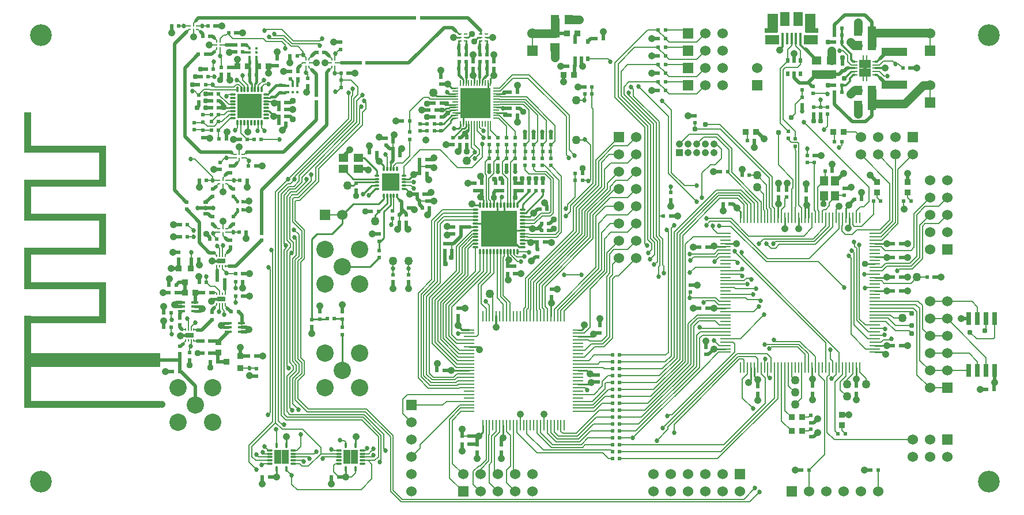
<source format=gtl>
G04 (created by PCBNEW (2013-01-23 BZR 3920)-stable) date Mon Jun 10 00:49:26 2013*
%MOIN*%
G04 Gerber Fmt 3.4, Leading zero omitted, Abs format*
%FSLAX34Y34*%
G01*
G70*
G90*
G04 APERTURE LIST*
%ADD10C,2.3622e-06*%
%ADD11C,0.05*%
%ADD12R,0.036X0.036*%
%ADD13R,0.02X0.03*%
%ADD14R,0.0472X0.0551*%
%ADD15R,0.0551X0.0472*%
%ADD16R,0.0116X0.0591*%
%ADD17R,0.0591X0.0116*%
%ADD18R,0.0157X0.0689*%
%ADD19R,0.0561X0.0814*%
%ADD20R,0.0843X0.0571*%
%ADD21R,0.0719X0.025*%
%ADD22R,0.063X0.1116*%
%ADD23C,0.063*%
%ADD24C,0.0571*%
%ADD25R,0.025X0.075*%
%ADD26R,0.0079X0.0177*%
%ADD27R,0.0512X0.0079*%
%ADD28O,0.0472X0.0079*%
%ADD29R,0.0472X0.0197*%
%ADD30O,0.0433X0.0079*%
%ADD31R,0.0059X0.0079*%
%ADD32O,0.0335X0.011*%
%ADD33O,0.011X0.0335*%
%ADD34C,0.0236*%
%ADD35R,0.0404X0.0404*%
%ADD36O,0.0097X0.0343*%
%ADD37O,0.0343X0.0097*%
%ADD38R,0.1783X0.1783*%
%ADD39C,0.025*%
%ADD40O,0.0354X0.011*%
%ADD41R,0.1391X0.1391*%
%ADD42O,0.011X0.0354*%
%ADD43O,0.0315X0.011*%
%ADD44O,0.011X0.0315*%
%ADD45R,0.1043X0.1043*%
%ADD46R,0.1457X0.0472*%
%ADD47R,0.0157X0.0197*%
%ADD48R,0.0276X0.0197*%
%ADD49R,0.0197X0.0236*%
%ADD50R,0.06X0.06*%
%ADD51C,0.06*%
%ADD52R,0.7874X0.0787*%
%ADD53R,0.7874X0.0394*%
%ADD54R,0.0394X0.5118*%
%ADD55R,0.4724X0.0394*%
%ADD56R,0.0394X0.2362*%
%ADD57R,0.0217X0.0098*%
%ADD58R,0.034X0.034*%
%ADD59R,0.022X0.02*%
%ADD60R,0.02X0.022*%
%ADD61C,0.1*%
%ADD62R,0.03X0.02*%
%ADD63R,0.03X0.01*%
%ADD64R,0.01X0.03*%
%ADD65R,0.01X0.06*%
%ADD66R,0.06X0.01*%
%ADD67R,0.006X0.0169*%
%ADD68R,0.024X0.0079*%
%ADD69R,0.0169X0.006*%
%ADD70R,0.0079X0.024*%
%ADD71C,0.126*%
%ADD72R,0.013X0.0161*%
%ADD73R,0.0161X0.013*%
%ADD74R,0.2087X0.2087*%
%ADD75R,0.042X0.042*%
%ADD76C,0.042*%
%ADD77R,0.0453X0.0567*%
%ADD78R,0.0567X0.0453*%
%ADD79R,0.0217X0.0315*%
%ADD80R,0.039X0.018*%
%ADD81R,0.0335X0.011*%
%ADD82R,0.0324X0.0472*%
%ADD83R,0.011X0.0276*%
%ADD84C,0.023*%
%ADD85C,0.031*%
%ADD86C,0.027*%
%ADD87C,0.037*%
%ADD88C,0.02*%
%ADD89C,0.01*%
%ADD90C,0.012*%
%ADD91C,0.006*%
%ADD92C,0.0095*%
%ADD93C,0.008*%
%ADD94C,0.05*%
%ADD95C,0.011*%
%ADD96C,0.018*%
G04 APERTURE END LIST*
G54D10*
G54D11*
X69700Y-43750D03*
X69700Y-44450D03*
X45400Y-33850D03*
G54D12*
X37600Y-41650D03*
X37600Y-42350D03*
X36800Y-42000D03*
X34050Y-36600D03*
X34750Y-36600D03*
X34400Y-37400D03*
G54D13*
X56975Y-24450D03*
X57725Y-24450D03*
X56975Y-23450D03*
X57350Y-24450D03*
X57725Y-23450D03*
G54D14*
X72015Y-32383D03*
X71385Y-31517D03*
X72015Y-31517D03*
X71385Y-32383D03*
G54D15*
X43567Y-30815D03*
X44433Y-30185D03*
X44433Y-30815D03*
X43567Y-30185D03*
G54D16*
X56362Y-39350D03*
X56165Y-39350D03*
X55969Y-39350D03*
X55772Y-39350D03*
X55575Y-39350D03*
X55378Y-39350D03*
X55181Y-39350D03*
X54984Y-39350D03*
X54787Y-39350D03*
X54591Y-39350D03*
X54394Y-39350D03*
X54197Y-39350D03*
X54000Y-39350D03*
X53803Y-39350D03*
X53606Y-39350D03*
X53409Y-39350D03*
X53213Y-39350D03*
X53016Y-39350D03*
X52819Y-39350D03*
X52622Y-39350D03*
X52425Y-39350D03*
X52228Y-39350D03*
X52031Y-39350D03*
X51835Y-39350D03*
X51638Y-39350D03*
G54D17*
X50850Y-40138D03*
X50850Y-40335D03*
X50850Y-40531D03*
X50850Y-40728D03*
X50850Y-40925D03*
X50850Y-41122D03*
X50850Y-41319D03*
X50850Y-41516D03*
X50850Y-41713D03*
X50850Y-41909D03*
X50850Y-42106D03*
X50850Y-42303D03*
X50850Y-42500D03*
X50850Y-42697D03*
X50850Y-42894D03*
X50850Y-43091D03*
X50850Y-43287D03*
X50850Y-43484D03*
X50850Y-43681D03*
X50850Y-43878D03*
X50850Y-44075D03*
X50850Y-44272D03*
X50850Y-44469D03*
X50850Y-44665D03*
X50850Y-44862D03*
G54D16*
X51638Y-45650D03*
X51835Y-45650D03*
X52031Y-45650D03*
X52228Y-45650D03*
X52425Y-45650D03*
X52622Y-45650D03*
X52819Y-45650D03*
X53016Y-45650D03*
X53213Y-45650D03*
X53409Y-45650D03*
X53606Y-45650D03*
X53803Y-45650D03*
X54000Y-45650D03*
X54197Y-45650D03*
X54394Y-45650D03*
X54591Y-45650D03*
X54787Y-45650D03*
X54984Y-45650D03*
X55181Y-45650D03*
X55378Y-45650D03*
X55575Y-45650D03*
X55772Y-45650D03*
X55969Y-45650D03*
X56165Y-45650D03*
X56362Y-45650D03*
G54D17*
X57150Y-44862D03*
X57150Y-44665D03*
X57150Y-44469D03*
X57150Y-44272D03*
X57150Y-44075D03*
X57150Y-43878D03*
X57150Y-43681D03*
X57150Y-43484D03*
X57150Y-43287D03*
X57150Y-43091D03*
X57150Y-42894D03*
X57150Y-42697D03*
X57150Y-42500D03*
X57150Y-42303D03*
X57150Y-42106D03*
X57150Y-41909D03*
X57150Y-41713D03*
X57150Y-41516D03*
X57150Y-41319D03*
X57150Y-41122D03*
X57150Y-40925D03*
X57150Y-40728D03*
X57150Y-40531D03*
X57150Y-40335D03*
X57150Y-40138D03*
G54D18*
X70012Y-23281D03*
X69756Y-23281D03*
X69500Y-23281D03*
X69244Y-23281D03*
X68988Y-23281D03*
G54D19*
X69879Y-22156D03*
X69121Y-22156D03*
G54D20*
X70614Y-23340D03*
X68386Y-23340D03*
G54D21*
X70676Y-22827D03*
X68324Y-22827D03*
G54D22*
X70583Y-22394D03*
X68417Y-22394D03*
G54D23*
X70583Y-22169D03*
X68417Y-22169D03*
G54D24*
X70479Y-23339D03*
X68521Y-23339D03*
G54D25*
X81250Y-39500D03*
X80750Y-39500D03*
X80250Y-39500D03*
X79750Y-39500D03*
X79750Y-42500D03*
X80250Y-42500D03*
X80750Y-42500D03*
X81250Y-42500D03*
G54D26*
X36264Y-36455D03*
X36421Y-36455D03*
X36579Y-36455D03*
X36736Y-36455D03*
X36736Y-35845D03*
X36579Y-35845D03*
X36421Y-35845D03*
X36264Y-35845D03*
G54D27*
X36500Y-36150D03*
G54D28*
X36500Y-36052D03*
G54D29*
X36500Y-36150D03*
G54D30*
X36520Y-36248D03*
G54D10*
G36*
X36302Y-36287D02*
X36263Y-36248D01*
X36283Y-36228D01*
X36322Y-36267D01*
X36302Y-36287D01*
X36302Y-36287D01*
G37*
G54D31*
X36333Y-36248D03*
G54D26*
X34454Y-40745D03*
X34611Y-40745D03*
X34769Y-40745D03*
X34926Y-40745D03*
X34926Y-40135D03*
X34769Y-40135D03*
X34611Y-40135D03*
X34454Y-40135D03*
G54D27*
X34690Y-40440D03*
G54D28*
X34690Y-40342D03*
G54D29*
X34690Y-40440D03*
G54D30*
X34710Y-40538D03*
G54D10*
G36*
X34492Y-40577D02*
X34453Y-40538D01*
X34473Y-40518D01*
X34512Y-40557D01*
X34492Y-40577D01*
X34492Y-40577D01*
G37*
G54D31*
X34523Y-40538D03*
G54D26*
X36736Y-38045D03*
X36579Y-38045D03*
X36421Y-38045D03*
X36264Y-38045D03*
X36264Y-38655D03*
X36421Y-38655D03*
X36579Y-38655D03*
X36736Y-38655D03*
G54D27*
X36500Y-38350D03*
G54D28*
X36500Y-38448D03*
G54D29*
X36500Y-38350D03*
G54D30*
X36480Y-38252D03*
G54D10*
G36*
X36697Y-38212D02*
X36736Y-38251D01*
X36716Y-38271D01*
X36677Y-38232D01*
X36697Y-38212D01*
X36697Y-38212D01*
G37*
G54D31*
X36667Y-38252D03*
G54D32*
X44679Y-47894D03*
X44679Y-47697D03*
X44679Y-47500D03*
X44679Y-47303D03*
X44679Y-47106D03*
G54D33*
X43705Y-46821D03*
G54D32*
X43321Y-47106D03*
X43321Y-47303D03*
X43321Y-47500D03*
X43321Y-47697D03*
X43321Y-47894D03*
G54D34*
X44202Y-47702D03*
X43798Y-47702D03*
X43798Y-47298D03*
X44202Y-47298D03*
G54D35*
X44202Y-47702D03*
X43798Y-47702D03*
X44202Y-47298D03*
X43798Y-47298D03*
G54D33*
X44295Y-46821D03*
X43705Y-48179D03*
X44295Y-48179D03*
G54D32*
X40679Y-47894D03*
X40679Y-47697D03*
X40679Y-47500D03*
X40679Y-47303D03*
X40679Y-47106D03*
G54D33*
X39705Y-46821D03*
G54D32*
X39321Y-47106D03*
X39321Y-47303D03*
X39321Y-47500D03*
X39321Y-47697D03*
X39321Y-47894D03*
G54D34*
X40202Y-47702D03*
X39798Y-47702D03*
X39798Y-47298D03*
X40202Y-47298D03*
G54D35*
X40202Y-47702D03*
X39798Y-47702D03*
X40202Y-47298D03*
X39798Y-47298D03*
G54D33*
X40295Y-46821D03*
X39705Y-48179D03*
X40295Y-48179D03*
G54D36*
X52091Y-25844D03*
X51934Y-25844D03*
X51776Y-25844D03*
X51619Y-25844D03*
X51461Y-25844D03*
X51304Y-25844D03*
X51146Y-25844D03*
X50989Y-25844D03*
X50831Y-25844D03*
X50674Y-25844D03*
X50516Y-25844D03*
X50359Y-25844D03*
G54D37*
X50044Y-26159D03*
X50044Y-26316D03*
X50044Y-26474D03*
X50044Y-26631D03*
X50044Y-26789D03*
X50044Y-26946D03*
X50044Y-27104D03*
X50044Y-27261D03*
X50044Y-27419D03*
X50044Y-27576D03*
X50044Y-27734D03*
X50044Y-27891D03*
G54D36*
X50359Y-28206D03*
X50516Y-28206D03*
X50674Y-28206D03*
X50831Y-28206D03*
X50989Y-28206D03*
X51146Y-28206D03*
X51304Y-28206D03*
X51461Y-28206D03*
X51619Y-28206D03*
X51776Y-28206D03*
X51934Y-28206D03*
X52091Y-28206D03*
G54D37*
X52406Y-27891D03*
X52406Y-27734D03*
X52406Y-27576D03*
X52406Y-27419D03*
X52406Y-27261D03*
X52406Y-27104D03*
X52406Y-26946D03*
X52406Y-26789D03*
X52406Y-26631D03*
X52406Y-26474D03*
X52406Y-26316D03*
X52406Y-26159D03*
G54D38*
X51225Y-27025D03*
G54D39*
X51225Y-27025D03*
X51225Y-26431D03*
X51819Y-26431D03*
X51819Y-27025D03*
X51819Y-27619D03*
X51225Y-27619D03*
X50631Y-27619D03*
X50631Y-27025D03*
X50631Y-26431D03*
G54D40*
X37185Y-26511D03*
X37185Y-26708D03*
X37185Y-26905D03*
X37185Y-27102D03*
X37185Y-27298D03*
X37185Y-27495D03*
X37185Y-27692D03*
X37185Y-27889D03*
G54D41*
X38150Y-27200D03*
G54D34*
X38150Y-27200D03*
X37717Y-27200D03*
X37717Y-26767D03*
X38150Y-26767D03*
X38583Y-26767D03*
X38583Y-27200D03*
X38583Y-27633D03*
X38150Y-27633D03*
X37717Y-27633D03*
G54D42*
X37461Y-28165D03*
X37658Y-28165D03*
X37855Y-28165D03*
X38052Y-28165D03*
X38248Y-28165D03*
X38445Y-28165D03*
X38642Y-28165D03*
X38839Y-28165D03*
G54D40*
X39115Y-27889D03*
X39115Y-27692D03*
X39115Y-27495D03*
X39115Y-27298D03*
X39115Y-27102D03*
X39115Y-26905D03*
X39115Y-26708D03*
X39115Y-26511D03*
G54D42*
X38839Y-26235D03*
X38642Y-26235D03*
X38445Y-26235D03*
X38268Y-26235D03*
X38052Y-26235D03*
X37855Y-26235D03*
X37678Y-26235D03*
X37461Y-26235D03*
G54D43*
X45513Y-31206D03*
X45513Y-31403D03*
X45513Y-31600D03*
X45513Y-31797D03*
X45513Y-31994D03*
G54D44*
X45906Y-32387D03*
X46103Y-32387D03*
X46300Y-32387D03*
X46497Y-32387D03*
X46694Y-32387D03*
G54D43*
X47087Y-31994D03*
X47087Y-31797D03*
X47087Y-31600D03*
X47087Y-31403D03*
X47087Y-31206D03*
G54D44*
X46694Y-30813D03*
X46497Y-30813D03*
X46300Y-30813D03*
X46103Y-30813D03*
X45906Y-30813D03*
G54D45*
X46300Y-31600D03*
G54D34*
X46300Y-31600D03*
X46039Y-31339D03*
X46561Y-31339D03*
X46561Y-31861D03*
X46039Y-31861D03*
G54D46*
X75450Y-27051D03*
X75450Y-25949D03*
X75450Y-24051D03*
X75450Y-22949D03*
G54D16*
X73445Y-33659D03*
X73248Y-33659D03*
X73051Y-33659D03*
X72854Y-33659D03*
X72657Y-33659D03*
X72461Y-33659D03*
X72264Y-33659D03*
X72067Y-33659D03*
X71870Y-33659D03*
X71673Y-33659D03*
X71476Y-33659D03*
X71280Y-33659D03*
X71083Y-33659D03*
X70886Y-33659D03*
X70689Y-33659D03*
X70492Y-33659D03*
X70295Y-33659D03*
X70098Y-33659D03*
X69902Y-33659D03*
X69705Y-33659D03*
X69508Y-33659D03*
X69311Y-33659D03*
X69114Y-33659D03*
X68917Y-33659D03*
X68720Y-33659D03*
X68524Y-33659D03*
X68327Y-33659D03*
X68130Y-33659D03*
X67933Y-33659D03*
X67736Y-33659D03*
X67539Y-33659D03*
X67343Y-33659D03*
X67146Y-33659D03*
X66949Y-33659D03*
X66752Y-33659D03*
X66555Y-33659D03*
G54D17*
X65669Y-34545D03*
X65669Y-34742D03*
X65669Y-34939D03*
X65669Y-35136D03*
X65669Y-35333D03*
X65669Y-35529D03*
X65669Y-35726D03*
X65669Y-35923D03*
X65669Y-36120D03*
X65669Y-36317D03*
X65669Y-36514D03*
X65669Y-36710D03*
X65669Y-36907D03*
X65669Y-37104D03*
X65669Y-37301D03*
X65669Y-37498D03*
X65669Y-37695D03*
X65669Y-37892D03*
X65669Y-38088D03*
X65669Y-38285D03*
X65669Y-38482D03*
X65669Y-38679D03*
X65669Y-38876D03*
X65669Y-39073D03*
X65669Y-39270D03*
X65669Y-39466D03*
X65669Y-39663D03*
X65669Y-39860D03*
X65669Y-40057D03*
X65669Y-40254D03*
X65669Y-40451D03*
X65669Y-40647D03*
X65669Y-40844D03*
X65669Y-41041D03*
X65669Y-41238D03*
X65669Y-41435D03*
G54D16*
X66555Y-42321D03*
X66752Y-42321D03*
X66949Y-42321D03*
X67146Y-42321D03*
X67343Y-42321D03*
X67539Y-42321D03*
X67736Y-42321D03*
X67933Y-42321D03*
X68130Y-42321D03*
X68327Y-42321D03*
X68524Y-42321D03*
X68720Y-42321D03*
X68917Y-42321D03*
X69114Y-42321D03*
X69311Y-42321D03*
X69508Y-42321D03*
X69705Y-42321D03*
X69902Y-42321D03*
X70098Y-42321D03*
X70295Y-42321D03*
X70492Y-42321D03*
X70689Y-42321D03*
X70886Y-42321D03*
X71083Y-42321D03*
X71280Y-42321D03*
X71476Y-42321D03*
X71673Y-42321D03*
X71870Y-42321D03*
X72067Y-42321D03*
X72264Y-42321D03*
X72461Y-42321D03*
X72657Y-42321D03*
X72854Y-42321D03*
X73051Y-42321D03*
X73248Y-42321D03*
X73445Y-42321D03*
G54D17*
X74331Y-41435D03*
X74331Y-41238D03*
X74331Y-41041D03*
X74331Y-40844D03*
X74331Y-40647D03*
X74331Y-40451D03*
X74331Y-40254D03*
X74331Y-40057D03*
X74331Y-39860D03*
X74331Y-39663D03*
X74331Y-39466D03*
X74331Y-39270D03*
X74331Y-39073D03*
X74331Y-38876D03*
X74331Y-38679D03*
X74331Y-38482D03*
X74331Y-38285D03*
X74331Y-38088D03*
X74331Y-37892D03*
X74331Y-37695D03*
X74331Y-37498D03*
X74331Y-37301D03*
X74331Y-37104D03*
X74331Y-36907D03*
X74331Y-36710D03*
X74331Y-36514D03*
X74331Y-36317D03*
X74331Y-36120D03*
X74331Y-35923D03*
X74331Y-35726D03*
X74331Y-35529D03*
X74331Y-35333D03*
X74331Y-35136D03*
X74331Y-34939D03*
X74331Y-34742D03*
X74331Y-34545D03*
G54D47*
X37738Y-33196D03*
X37738Y-32704D03*
X37462Y-32704D03*
X37462Y-33196D03*
G54D48*
X35600Y-32765D03*
X35600Y-33435D03*
G54D49*
X35777Y-33100D03*
X35423Y-33100D03*
G54D50*
X59500Y-29000D03*
G54D51*
X60500Y-29000D03*
X59500Y-30000D03*
X60500Y-30000D03*
X59500Y-31000D03*
X60500Y-31000D03*
X59500Y-32000D03*
X60500Y-32000D03*
X59500Y-33000D03*
X60500Y-33000D03*
X59500Y-34000D03*
X60500Y-34000D03*
X59500Y-35000D03*
X60500Y-35000D03*
X59500Y-36000D03*
X60500Y-36000D03*
G54D50*
X66500Y-48500D03*
G54D51*
X66500Y-49500D03*
X65500Y-48500D03*
X65500Y-49500D03*
X64500Y-48500D03*
X64500Y-49500D03*
X63500Y-48500D03*
X63500Y-49500D03*
X62500Y-48500D03*
X62500Y-49500D03*
X61500Y-48500D03*
X61500Y-49500D03*
G54D50*
X78500Y-43500D03*
G54D51*
X77500Y-43500D03*
X78500Y-42500D03*
X77500Y-42500D03*
X78500Y-41500D03*
X77500Y-41500D03*
X78500Y-40500D03*
X77500Y-40500D03*
X78500Y-39500D03*
X77500Y-39500D03*
X78500Y-38500D03*
X77500Y-38500D03*
G54D50*
X78500Y-35500D03*
G54D51*
X77500Y-35500D03*
X78500Y-34500D03*
X77500Y-34500D03*
X78500Y-33500D03*
X77500Y-33500D03*
X78500Y-32500D03*
X77500Y-32500D03*
X78500Y-31500D03*
X77500Y-31500D03*
G54D50*
X50500Y-49500D03*
G54D51*
X50500Y-48500D03*
X51500Y-49500D03*
X51500Y-48500D03*
X52500Y-49500D03*
X52500Y-48500D03*
X53500Y-49500D03*
X53500Y-48500D03*
X54500Y-49500D03*
X54500Y-48500D03*
G54D50*
X76500Y-29000D03*
G54D51*
X76500Y-30000D03*
X75500Y-29000D03*
X75500Y-30000D03*
X74500Y-29000D03*
X74500Y-30000D03*
X73500Y-29000D03*
X73500Y-30000D03*
G54D50*
X78510Y-46500D03*
G54D51*
X78510Y-47500D03*
X77510Y-46500D03*
X77510Y-47500D03*
X76510Y-46500D03*
X76510Y-47500D03*
G54D50*
X69500Y-49500D03*
G54D51*
X70500Y-49500D03*
X71500Y-49500D03*
X72500Y-49500D03*
X73500Y-49500D03*
X74500Y-49500D03*
G54D50*
X47500Y-44500D03*
G54D51*
X47500Y-45500D03*
X47500Y-46500D03*
X47500Y-47500D03*
X47500Y-48500D03*
X47500Y-49500D03*
G54D50*
X63500Y-24000D03*
G54D51*
X64500Y-24000D03*
X65500Y-24000D03*
G54D50*
X63500Y-23000D03*
G54D51*
X64500Y-23000D03*
X65500Y-23000D03*
G54D50*
X63500Y-25000D03*
G54D51*
X64500Y-25000D03*
X65500Y-25000D03*
G54D50*
X63500Y-26000D03*
G54D51*
X64500Y-26000D03*
X65500Y-26000D03*
G54D50*
X67500Y-26000D03*
G54D51*
X67500Y-25000D03*
G54D52*
X29063Y-41900D03*
G54D53*
X29063Y-44459D03*
G54D54*
X25323Y-41900D03*
G54D55*
X27488Y-39538D03*
G54D56*
X29654Y-38554D03*
X25323Y-36585D03*
X29654Y-34617D03*
X25323Y-32648D03*
X29654Y-30680D03*
X25323Y-28711D03*
G54D55*
X27488Y-37569D03*
X27488Y-35601D03*
X27488Y-33632D03*
X27488Y-31664D03*
X27488Y-29695D03*
G54D57*
X51508Y-23028D03*
X51508Y-23225D03*
X51508Y-23422D03*
X51842Y-23422D03*
X51842Y-23225D03*
X51842Y-23028D03*
X50308Y-23028D03*
X50308Y-23225D03*
X50308Y-23422D03*
X50642Y-23422D03*
X50642Y-23225D03*
X50642Y-23028D03*
G54D58*
X72500Y-28700D03*
X71900Y-28700D03*
X67450Y-28700D03*
X66850Y-28700D03*
X72400Y-45050D03*
X72400Y-45650D03*
X70100Y-46000D03*
X69500Y-46000D03*
X70100Y-45200D03*
X69500Y-45200D03*
X74450Y-31600D03*
X74450Y-32200D03*
X76200Y-31600D03*
X76200Y-32200D03*
X37450Y-24900D03*
X38050Y-24900D03*
X35000Y-38000D03*
X34400Y-38000D03*
X57100Y-23000D03*
X56500Y-23000D03*
X39250Y-24900D03*
X38650Y-24900D03*
X56900Y-25400D03*
X56300Y-25400D03*
X36350Y-40850D03*
X36350Y-41450D03*
G54D59*
X62500Y-32190D03*
X62500Y-32610D03*
G54D60*
X72410Y-23500D03*
X71990Y-23500D03*
X72410Y-23100D03*
X71990Y-23100D03*
X77340Y-37100D03*
X77760Y-37100D03*
X74510Y-48250D03*
X74090Y-48250D03*
G54D59*
X71190Y-27240D03*
X71190Y-27660D03*
X71590Y-27660D03*
X71590Y-27240D03*
X70750Y-26460D03*
X70750Y-26040D03*
X70790Y-27660D03*
X70790Y-27240D03*
G54D60*
X75940Y-25000D03*
X76360Y-25000D03*
X35340Y-25500D03*
X35760Y-25500D03*
X72410Y-26000D03*
X71990Y-26000D03*
G54D59*
X54075Y-30215D03*
X54075Y-30635D03*
G54D60*
X37760Y-23650D03*
X37340Y-23650D03*
X35640Y-25050D03*
X36060Y-25050D03*
X40490Y-24300D03*
X40910Y-24300D03*
G54D59*
X38850Y-34960D03*
X38850Y-34540D03*
G54D60*
X36360Y-28600D03*
X35940Y-28600D03*
G54D59*
X34950Y-28560D03*
X34950Y-28140D03*
G54D60*
X35940Y-27700D03*
X36360Y-27700D03*
X36360Y-26500D03*
X35940Y-26500D03*
X62090Y-33550D03*
X62510Y-33550D03*
G54D59*
X63650Y-37960D03*
X63650Y-37540D03*
X55575Y-30215D03*
X55575Y-30635D03*
X55075Y-30215D03*
X55075Y-30635D03*
X54575Y-30215D03*
X54575Y-30635D03*
G54D60*
X57410Y-31500D03*
X56990Y-31500D03*
X57540Y-26500D03*
X57960Y-26500D03*
X34790Y-36050D03*
X35210Y-36050D03*
G54D59*
X54075Y-29015D03*
X54075Y-29435D03*
X54575Y-29015D03*
X54575Y-29435D03*
X55075Y-29015D03*
X55075Y-29435D03*
X55575Y-29015D03*
X55575Y-29435D03*
G54D60*
X57410Y-31100D03*
X56990Y-31100D03*
X57540Y-26100D03*
X57960Y-26100D03*
G54D59*
X53525Y-29015D03*
X53525Y-29435D03*
X53025Y-29015D03*
X53025Y-29435D03*
X52525Y-29015D03*
X52525Y-29435D03*
X52025Y-29015D03*
X52025Y-29435D03*
X38550Y-42810D03*
X38550Y-42390D03*
G54D60*
X48415Y-28225D03*
X48835Y-28225D03*
X48415Y-28625D03*
X48835Y-28625D03*
G54D59*
X47350Y-36940D03*
X47350Y-37360D03*
X46450Y-36940D03*
X46450Y-37360D03*
X36000Y-31990D03*
X36000Y-32410D03*
G54D60*
X37540Y-34500D03*
X37960Y-34500D03*
G54D59*
X37050Y-30640D03*
X37050Y-31060D03*
G54D60*
X42040Y-24100D03*
X42460Y-24100D03*
G54D59*
X41500Y-25590D03*
X41500Y-26010D03*
G54D60*
X35190Y-24200D03*
X35610Y-24200D03*
G54D59*
X36450Y-30440D03*
X36450Y-30860D03*
X40500Y-25190D03*
X40500Y-25610D03*
X36000Y-34010D03*
X36000Y-33590D03*
X37200Y-33590D03*
X37200Y-34010D03*
X40950Y-25190D03*
X40950Y-25610D03*
G54D60*
X35840Y-34900D03*
X36260Y-34900D03*
X35240Y-31500D03*
X35660Y-31500D03*
G54D59*
X37050Y-34940D03*
X37050Y-35360D03*
G54D60*
X45610Y-33300D03*
X45190Y-33300D03*
G54D59*
X44300Y-31640D03*
X44300Y-32060D03*
G54D60*
X59140Y-47600D03*
X59560Y-47600D03*
X59140Y-47200D03*
X59560Y-47200D03*
X38090Y-30650D03*
X38510Y-30650D03*
X40260Y-28200D03*
X39840Y-28200D03*
X40260Y-27000D03*
X39840Y-27000D03*
X40260Y-27400D03*
X39840Y-27400D03*
X35940Y-27300D03*
X36360Y-27300D03*
X35940Y-26900D03*
X36360Y-26900D03*
X43440Y-25300D03*
X43860Y-25300D03*
X44540Y-24700D03*
X44960Y-24700D03*
G54D59*
X42000Y-26960D03*
X42000Y-26540D03*
G54D60*
X59140Y-46800D03*
X59560Y-46800D03*
X37590Y-31500D03*
X38010Y-31500D03*
X36810Y-29100D03*
X36390Y-29100D03*
G54D59*
X35450Y-29010D03*
X35450Y-28590D03*
G54D60*
X35940Y-28100D03*
X36360Y-28100D03*
G54D59*
X35450Y-27690D03*
X35450Y-28110D03*
X43400Y-23490D03*
X43400Y-23910D03*
X37200Y-31990D03*
X37200Y-32410D03*
G54D60*
X62210Y-22800D03*
X61790Y-22800D03*
X67360Y-29200D03*
X66940Y-29200D03*
X72190Y-46150D03*
X72610Y-46150D03*
X75990Y-32700D03*
X76410Y-32700D03*
X74240Y-32700D03*
X74660Y-32700D03*
G54D59*
X70600Y-45090D03*
X70600Y-45510D03*
X70600Y-45890D03*
X70600Y-46310D03*
X69200Y-32040D03*
X69200Y-32460D03*
G54D60*
X61790Y-24300D03*
X62210Y-24300D03*
X72410Y-29250D03*
X71990Y-29250D03*
G54D59*
X63900Y-28160D03*
X63900Y-27740D03*
X70100Y-27110D03*
X70100Y-26690D03*
G54D60*
X66640Y-31200D03*
X67060Y-31200D03*
X65390Y-31000D03*
X65810Y-31000D03*
G54D59*
X70100Y-26260D03*
X70100Y-25840D03*
G54D60*
X70510Y-48250D03*
X70090Y-48250D03*
G54D59*
X69700Y-29090D03*
X69700Y-29510D03*
X69300Y-28640D03*
X69300Y-29060D03*
G54D60*
X59140Y-43600D03*
X59560Y-43600D03*
X59140Y-46400D03*
X59560Y-46400D03*
X59140Y-46000D03*
X59560Y-46000D03*
X61790Y-26300D03*
X62210Y-26300D03*
X59140Y-45600D03*
X59560Y-45600D03*
X59140Y-45200D03*
X59560Y-45200D03*
X59140Y-44800D03*
X59560Y-44800D03*
X59140Y-44400D03*
X59560Y-44400D03*
X59140Y-44000D03*
X59560Y-44000D03*
X72410Y-26400D03*
X71990Y-26400D03*
X61790Y-24800D03*
X62210Y-24800D03*
X59140Y-43200D03*
X59560Y-43200D03*
X59140Y-42800D03*
X59560Y-42800D03*
X59140Y-42400D03*
X59560Y-42400D03*
X59140Y-42000D03*
X59560Y-42000D03*
X59140Y-41600D03*
X59560Y-41600D03*
X46860Y-30050D03*
X46440Y-30050D03*
X52065Y-29825D03*
X52485Y-29825D03*
G54D59*
X50675Y-24215D03*
X50675Y-24635D03*
X49925Y-29435D03*
X49925Y-29015D03*
X52025Y-30635D03*
X52025Y-30215D03*
X52525Y-30635D03*
X52525Y-30215D03*
X53025Y-30635D03*
X53025Y-30215D03*
X53525Y-30635D03*
X53525Y-30215D03*
X50275Y-24215D03*
X50275Y-24635D03*
X49225Y-28215D03*
X49225Y-28635D03*
G54D60*
X45090Y-29900D03*
X45510Y-29900D03*
G54D59*
X48025Y-28215D03*
X48025Y-28635D03*
X47400Y-28690D03*
X47400Y-29110D03*
G54D60*
X46990Y-28050D03*
X47410Y-28050D03*
X48260Y-32300D03*
X47840Y-32300D03*
X47360Y-33100D03*
X46940Y-33100D03*
G54D59*
X51475Y-24215D03*
X51475Y-24635D03*
G54D60*
X48410Y-31100D03*
X47990Y-31100D03*
X49965Y-34200D03*
X50385Y-34200D03*
X49965Y-34600D03*
X50385Y-34600D03*
X72410Y-22700D03*
X71990Y-22700D03*
X65540Y-32850D03*
X65960Y-32850D03*
X64190Y-35350D03*
X64610Y-35350D03*
X64190Y-38900D03*
X64610Y-38900D03*
G54D59*
X64550Y-41140D03*
X64550Y-41560D03*
X67540Y-43830D03*
X67540Y-43410D03*
X70700Y-43810D03*
X70700Y-43390D03*
X73250Y-43810D03*
X73250Y-43390D03*
G54D60*
X75810Y-41050D03*
X75390Y-41050D03*
X75810Y-37900D03*
X75390Y-37900D03*
X75810Y-37100D03*
X75390Y-37100D03*
X75810Y-35950D03*
X75390Y-35950D03*
G54D59*
X49225Y-25515D03*
X49225Y-25935D03*
X53525Y-31665D03*
X53525Y-32085D03*
X53925Y-31665D03*
X53925Y-32085D03*
X52375Y-31665D03*
X52375Y-32085D03*
X52775Y-31665D03*
X52775Y-32085D03*
X51575Y-31665D03*
X51575Y-32085D03*
X51175Y-31665D03*
X51175Y-32085D03*
X53075Y-36885D03*
X53075Y-36465D03*
X53475Y-36885D03*
X53475Y-36465D03*
G54D60*
X55210Y-35050D03*
X54790Y-35050D03*
G54D59*
X54800Y-35910D03*
X54800Y-35490D03*
G54D60*
X55460Y-34000D03*
X55040Y-34000D03*
X55460Y-34400D03*
X55040Y-34400D03*
X55360Y-33150D03*
X54940Y-33150D03*
G54D59*
X52275Y-24615D03*
X52275Y-25035D03*
X51075Y-24615D03*
X51075Y-25035D03*
G54D60*
X75810Y-35150D03*
X75390Y-35150D03*
X48815Y-27025D03*
X49235Y-27025D03*
X48515Y-27425D03*
X48935Y-27425D03*
X48815Y-27825D03*
X49235Y-27825D03*
G54D59*
X50725Y-29435D03*
X50725Y-29015D03*
X50325Y-29435D03*
X50325Y-29015D03*
G54D60*
X53635Y-27725D03*
X53215Y-27725D03*
X53635Y-27325D03*
X53215Y-27325D03*
X53635Y-26375D03*
X53215Y-26375D03*
X55115Y-29825D03*
X55535Y-29825D03*
X54115Y-29825D03*
X54535Y-29825D03*
G54D59*
X55125Y-31665D03*
X55125Y-32085D03*
X54725Y-31665D03*
X54725Y-32085D03*
X51875Y-24215D03*
X51875Y-24635D03*
X54325Y-31665D03*
X54325Y-32085D03*
G54D60*
X53065Y-29825D03*
X53485Y-29825D03*
X33490Y-38000D03*
X33910Y-38000D03*
X38400Y-29130D03*
X38820Y-29130D03*
X33610Y-39150D03*
X33190Y-39150D03*
X33610Y-40000D03*
X33190Y-40000D03*
G54D59*
X34100Y-41510D03*
X34100Y-41090D03*
X34680Y-41880D03*
X34680Y-41460D03*
G54D60*
X35860Y-40800D03*
X35440Y-40800D03*
G54D59*
X35970Y-39130D03*
X35970Y-39550D03*
G54D60*
X35660Y-37400D03*
X35240Y-37400D03*
X37510Y-39100D03*
X37090Y-39100D03*
G54D59*
X34100Y-39440D03*
X34100Y-39860D03*
G54D60*
X37760Y-37350D03*
X37340Y-37350D03*
X33640Y-22550D03*
X34060Y-22550D03*
X37760Y-38200D03*
X37340Y-38200D03*
X37360Y-22950D03*
X36940Y-22950D03*
G54D59*
X34050Y-35640D03*
X34050Y-36060D03*
G54D60*
X38890Y-48650D03*
X39310Y-48650D03*
X35860Y-23150D03*
X35440Y-23150D03*
X35910Y-38000D03*
X35490Y-38000D03*
X37760Y-24050D03*
X37340Y-24050D03*
X48110Y-22100D03*
X47690Y-22100D03*
X35740Y-22550D03*
X36160Y-22550D03*
X37600Y-29130D03*
X38020Y-29130D03*
G54D59*
X36500Y-24940D03*
X36500Y-25360D03*
G54D60*
X36290Y-37250D03*
X36710Y-37250D03*
G54D59*
X34500Y-32740D03*
X34500Y-33160D03*
X36950Y-25360D03*
X36950Y-24940D03*
X39750Y-24440D03*
X39750Y-24860D03*
G54D60*
X34560Y-34750D03*
X34140Y-34750D03*
X37340Y-36900D03*
X37760Y-36900D03*
X34560Y-34050D03*
X34140Y-34050D03*
G54D59*
X35200Y-26960D03*
X35200Y-26540D03*
G54D60*
X71860Y-30950D03*
X71440Y-30950D03*
X73560Y-32600D03*
X73140Y-32600D03*
G54D59*
X68750Y-32040D03*
X68750Y-32460D03*
X70350Y-32090D03*
X70350Y-32510D03*
G54D60*
X80790Y-43600D03*
X81210Y-43600D03*
G54D59*
X72450Y-24740D03*
X72450Y-25160D03*
X58300Y-43160D03*
X58300Y-42740D03*
X58400Y-39890D03*
X58400Y-40310D03*
X55600Y-37790D03*
X55600Y-38210D03*
X50200Y-38890D03*
X50200Y-39310D03*
X52700Y-47210D03*
X52700Y-46790D03*
G54D60*
X48990Y-42500D03*
X49410Y-42500D03*
G54D59*
X51300Y-47210D03*
X51300Y-46790D03*
X70400Y-30460D03*
X70400Y-30040D03*
X70800Y-30040D03*
X70800Y-30460D03*
X72550Y-31940D03*
X72550Y-32360D03*
G54D60*
X35190Y-25950D03*
X35610Y-25950D03*
X56960Y-24900D03*
X56540Y-24900D03*
X35440Y-41500D03*
X35860Y-41500D03*
X38510Y-41650D03*
X38090Y-41650D03*
X36310Y-42000D03*
X35890Y-42000D03*
X33910Y-37550D03*
X33490Y-37550D03*
X34110Y-42550D03*
X33690Y-42550D03*
X42890Y-48650D03*
X43310Y-48650D03*
X40260Y-27800D03*
X39840Y-27800D03*
G54D59*
X39950Y-25990D03*
X39950Y-26410D03*
G54D60*
X38560Y-25400D03*
X38140Y-25400D03*
X51465Y-23825D03*
X51885Y-23825D03*
X51465Y-25025D03*
X51885Y-25025D03*
X50265Y-23825D03*
X50685Y-23825D03*
X50265Y-25025D03*
X50685Y-25025D03*
G54D61*
X43500Y-36500D03*
X42500Y-37500D03*
X44500Y-37500D03*
X44500Y-35500D03*
X42500Y-35500D03*
X35000Y-44500D03*
X36000Y-43500D03*
X34000Y-43500D03*
X34000Y-45500D03*
X36000Y-45500D03*
X43500Y-42500D03*
X42500Y-43500D03*
X44500Y-43500D03*
X44500Y-41500D03*
X42500Y-41500D03*
G54D60*
X34110Y-41900D03*
X33690Y-41900D03*
G54D62*
X33900Y-41900D03*
G54D60*
X48140Y-33100D03*
X48560Y-33100D03*
X47990Y-32700D03*
X48410Y-32700D03*
G54D63*
X48200Y-32700D03*
G54D59*
X47200Y-33490D03*
X47200Y-33910D03*
X46800Y-33490D03*
X46800Y-33910D03*
G54D64*
X46800Y-33700D03*
G54D59*
X46050Y-29460D03*
X46050Y-29040D03*
X46450Y-29660D03*
X46450Y-29240D03*
G54D64*
X46450Y-29450D03*
G54D60*
X47990Y-30300D03*
X48410Y-30300D03*
X47990Y-30700D03*
X48410Y-30700D03*
G54D63*
X48200Y-30700D03*
G54D59*
X49450Y-35140D03*
X49450Y-35560D03*
X49850Y-35140D03*
X49850Y-35560D03*
G54D64*
X49850Y-35350D03*
G54D60*
X50860Y-46300D03*
X50440Y-46300D03*
G54D63*
X50650Y-46300D03*
G54D60*
X50440Y-46750D03*
X50860Y-46750D03*
G54D59*
X43450Y-25690D03*
X43450Y-26110D03*
G54D64*
X43450Y-25900D03*
G54D60*
X58610Y-23300D03*
X58190Y-23300D03*
X61790Y-25300D03*
X62210Y-25300D03*
X61790Y-23300D03*
X62210Y-23300D03*
X61790Y-23800D03*
X62210Y-23800D03*
X61790Y-25800D03*
X62210Y-25800D03*
G54D59*
X43500Y-39990D03*
X43500Y-40410D03*
G54D60*
X42640Y-39500D03*
X43060Y-39500D03*
G54D59*
X45650Y-35960D03*
X45650Y-35540D03*
X42200Y-39510D03*
X42200Y-39090D03*
X43500Y-39090D03*
X43500Y-39510D03*
X41750Y-39960D03*
X41750Y-39540D03*
X45650Y-34590D03*
X45650Y-35010D03*
G54D50*
X54500Y-24000D03*
G54D51*
X54500Y-23000D03*
G54D65*
X54500Y-23500D03*
G54D50*
X77500Y-24000D03*
G54D51*
X77500Y-23000D03*
G54D65*
X77500Y-23500D03*
G54D50*
X77500Y-27000D03*
G54D51*
X77500Y-26000D03*
G54D65*
X77500Y-26500D03*
G54D50*
X42500Y-33500D03*
G54D51*
X43500Y-33500D03*
G54D66*
X43000Y-33500D03*
G54D67*
X43098Y-24489D03*
G54D68*
X42823Y-24700D03*
G54D67*
X42902Y-24911D03*
X43098Y-24911D03*
G54D68*
X43177Y-24700D03*
G54D67*
X42902Y-24489D03*
X41402Y-24911D03*
G54D68*
X41677Y-24700D03*
G54D67*
X41598Y-24489D03*
X41402Y-24489D03*
G54D68*
X41323Y-24700D03*
G54D67*
X41598Y-24911D03*
X36448Y-23439D03*
G54D68*
X36173Y-23650D03*
G54D67*
X36252Y-23861D03*
X36448Y-23861D03*
G54D68*
X36527Y-23650D03*
G54D67*
X36252Y-23439D03*
G54D69*
X34689Y-22552D03*
G54D70*
X34900Y-22827D03*
G54D69*
X35111Y-22748D03*
X35111Y-22552D03*
G54D70*
X34900Y-22473D03*
G54D69*
X34689Y-22748D03*
X37761Y-30198D03*
G54D70*
X37550Y-29923D03*
G54D69*
X37339Y-30002D03*
X37339Y-30198D03*
G54D70*
X37550Y-30277D03*
G54D69*
X37761Y-30002D03*
X36389Y-31502D03*
G54D70*
X36600Y-31777D03*
G54D69*
X36811Y-31698D03*
X36811Y-31502D03*
G54D70*
X36600Y-31423D03*
G54D69*
X36389Y-31698D03*
X36811Y-34498D03*
G54D70*
X36600Y-34223D03*
G54D69*
X36389Y-34302D03*
X36389Y-34498D03*
G54D70*
X36600Y-34577D03*
G54D69*
X36811Y-34302D03*
G54D71*
X26075Y-23075D03*
X80925Y-23075D03*
X80925Y-48925D03*
X26075Y-48925D03*
G54D72*
X38155Y-23840D03*
X38155Y-24100D03*
X38155Y-24360D03*
X38545Y-24360D03*
X38545Y-24100D03*
X38545Y-23840D03*
G54D73*
X40910Y-26005D03*
X40650Y-26005D03*
X40390Y-26005D03*
X40390Y-26395D03*
X40650Y-26395D03*
X40910Y-26395D03*
G54D11*
X50700Y-30350D03*
X48775Y-26425D03*
X43800Y-31800D03*
X46450Y-36150D03*
X47350Y-36150D03*
X69700Y-43050D03*
X72700Y-44000D03*
X72700Y-43300D03*
X73800Y-43300D03*
X75900Y-39450D03*
X76750Y-37100D03*
G54D42*
X53658Y-32917D03*
X53461Y-32917D03*
X53264Y-32917D03*
X53067Y-32917D03*
X52870Y-32917D03*
X52673Y-32917D03*
X52477Y-32917D03*
X52280Y-32917D03*
X52083Y-32917D03*
X51886Y-32917D03*
X51689Y-32917D03*
X51492Y-32917D03*
G54D40*
X51217Y-33192D03*
X51217Y-33389D03*
X51217Y-33586D03*
X51217Y-33783D03*
X51217Y-33980D03*
X51217Y-34177D03*
X51217Y-34373D03*
X51217Y-34570D03*
X51217Y-34767D03*
X51217Y-34964D03*
X51217Y-35161D03*
X51217Y-35358D03*
G54D42*
X51492Y-35633D03*
X51689Y-35633D03*
X51886Y-35633D03*
X52083Y-35633D03*
X52280Y-35633D03*
X52477Y-35633D03*
X52673Y-35633D03*
X52870Y-35633D03*
X53067Y-35633D03*
X53264Y-35633D03*
X53461Y-35633D03*
X53658Y-35633D03*
G54D40*
X53933Y-35358D03*
X53933Y-35161D03*
X53933Y-34964D03*
X53933Y-34767D03*
X53933Y-34570D03*
X53933Y-34373D03*
X53933Y-34177D03*
X53933Y-33980D03*
X53933Y-33783D03*
X53933Y-33586D03*
X53933Y-33389D03*
X53933Y-33192D03*
G54D74*
X52575Y-34275D03*
G54D39*
X52575Y-34275D03*
X52575Y-33625D03*
X53225Y-33625D03*
X53225Y-34275D03*
X53225Y-34925D03*
X52575Y-34925D03*
X51925Y-34925D03*
X51925Y-34275D03*
X51925Y-33625D03*
G54D75*
X63000Y-29900D03*
G54D76*
X63000Y-29400D03*
X63500Y-29900D03*
X63500Y-29400D03*
X64000Y-29900D03*
X64000Y-29400D03*
X64500Y-29900D03*
X64500Y-29400D03*
X65000Y-29900D03*
X65000Y-29400D03*
G54D77*
X74150Y-26300D03*
X73350Y-26300D03*
X74150Y-27150D03*
X73350Y-27150D03*
X73350Y-22850D03*
X74150Y-22850D03*
X73350Y-23700D03*
X74150Y-23700D03*
X55800Y-22200D03*
X56600Y-22200D03*
G54D78*
X55800Y-23800D03*
X55800Y-23000D03*
G54D11*
X57050Y-26850D03*
X57050Y-29150D03*
X67500Y-31200D03*
X67500Y-31900D03*
X52050Y-38050D03*
G54D78*
X71800Y-24550D03*
X71800Y-25350D03*
X70950Y-25350D03*
X70950Y-24550D03*
G54D79*
X70024Y-24566D03*
X69650Y-24566D03*
X69276Y-24566D03*
X69276Y-25334D03*
X69650Y-25334D03*
X70024Y-25334D03*
G54D80*
X37695Y-40260D03*
X37695Y-40000D03*
X37695Y-39740D03*
X36905Y-39740D03*
X36905Y-40000D03*
X36905Y-40260D03*
X34205Y-38540D03*
X34205Y-38800D03*
X34205Y-39060D03*
X34995Y-39060D03*
X34995Y-38800D03*
X34995Y-38540D03*
G54D81*
X73159Y-24606D03*
X73159Y-24803D03*
X73159Y-25000D03*
X73159Y-25197D03*
X73159Y-25394D03*
X74341Y-25394D03*
X74341Y-25197D03*
X74341Y-25000D03*
X74341Y-24803D03*
X74341Y-24606D03*
G54D82*
X73912Y-25236D03*
X73912Y-24764D03*
X73588Y-24764D03*
X73588Y-25236D03*
G54D83*
X73848Y-24390D03*
X73652Y-24390D03*
X73652Y-25610D03*
X73848Y-25610D03*
G54D84*
X73750Y-25000D03*
X73947Y-24705D03*
X73553Y-24705D03*
X73553Y-25295D03*
X73947Y-25295D03*
G54D59*
X46400Y-33260D03*
X46400Y-33680D03*
G54D76*
X52800Y-46400D03*
X45650Y-29000D03*
X48800Y-30200D03*
X47300Y-34310D03*
G54D85*
X49470Y-36330D03*
G54D76*
X48450Y-33500D03*
X50200Y-39880D03*
X50450Y-47150D03*
G54D86*
X53850Y-36180D03*
X56460Y-33110D03*
X56460Y-33550D03*
X54060Y-35880D03*
G54D76*
X47400Y-32300D03*
X47650Y-31150D03*
G54D86*
X38930Y-47230D03*
X38850Y-47960D03*
X44950Y-47000D03*
X45670Y-47790D03*
X39020Y-22820D03*
X44680Y-26560D03*
X36620Y-35260D03*
X35420Y-22550D03*
X40250Y-35260D03*
X34900Y-34400D03*
X45310Y-47400D03*
X43100Y-24150D03*
X42340Y-23280D03*
X34780Y-35640D03*
X37330Y-28590D03*
X40410Y-42350D03*
X38600Y-28630D03*
X41450Y-31410D03*
X38150Y-42350D03*
X35010Y-39720D03*
X36370Y-39100D03*
X39010Y-28610D03*
X46030Y-47120D03*
X41710Y-31150D03*
X33650Y-40400D03*
X37340Y-37710D03*
X40570Y-35690D03*
X45330Y-47030D03*
X38970Y-25670D03*
X43130Y-26360D03*
X36000Y-31500D03*
X40740Y-34770D03*
X36050Y-34550D03*
X36810Y-26610D03*
X40600Y-44770D03*
X42870Y-47040D03*
X34750Y-30250D03*
X40970Y-44750D03*
X43390Y-46520D03*
X37200Y-34500D03*
X40730Y-34350D03*
X37250Y-31500D03*
X34350Y-22550D03*
X40580Y-48550D03*
X43098Y-25298D03*
X39590Y-23020D03*
X41600Y-47570D03*
X42200Y-23670D03*
X40390Y-31410D03*
X43870Y-26410D03*
X41410Y-25250D03*
X40230Y-23850D03*
X38100Y-30350D03*
X35660Y-37040D03*
X38550Y-47360D03*
X33650Y-39550D03*
X34550Y-39500D03*
X36280Y-35280D03*
X39400Y-35520D03*
X34900Y-34750D03*
X41280Y-47760D03*
X38560Y-48220D03*
X42000Y-47190D03*
X36450Y-24300D03*
X40750Y-31420D03*
X41260Y-24230D03*
X40160Y-45620D03*
X39000Y-46870D03*
X39270Y-23190D03*
X44130Y-26170D03*
X39260Y-25930D03*
X42370Y-47570D03*
X36810Y-30200D03*
X36690Y-39250D03*
X34740Y-41100D03*
X37340Y-38560D03*
X39670Y-45890D03*
X39240Y-36530D03*
X36800Y-36850D03*
X41100Y-46180D03*
X39220Y-45050D03*
X62700Y-46100D03*
X62060Y-45810D03*
X57690Y-43610D03*
X62330Y-45130D03*
X61710Y-46540D03*
X72250Y-29600D03*
X71740Y-41300D03*
X75500Y-24750D03*
X73110Y-35040D03*
X73430Y-35210D03*
X73720Y-36910D03*
X75610Y-36730D03*
X72830Y-35860D03*
X72990Y-35540D03*
X75270Y-40640D03*
X74930Y-40070D03*
X74880Y-40430D03*
G54D76*
X76000Y-33150D03*
X72250Y-33000D03*
G54D86*
X61140Y-35260D03*
X63630Y-35750D03*
X61210Y-35700D03*
X63660Y-36110D03*
X61310Y-36060D03*
X66210Y-35570D03*
X61560Y-36350D03*
X66610Y-35640D03*
X65330Y-34130D03*
X73740Y-37710D03*
X64320Y-32500D03*
X72560Y-37690D03*
X67610Y-38790D03*
X66370Y-36240D03*
X66660Y-37010D03*
X66960Y-37490D03*
X67440Y-37760D03*
X67290Y-38100D03*
X67710Y-38440D03*
X66650Y-36620D03*
X67190Y-37210D03*
X62720Y-34080D03*
X64580Y-33700D03*
X62280Y-34350D03*
X64580Y-34080D03*
G54D85*
X79830Y-40270D03*
X80690Y-40200D03*
X76450Y-40350D03*
X76450Y-39200D03*
X76450Y-39900D03*
X63910Y-28530D03*
X64500Y-28250D03*
G54D86*
X68240Y-42920D03*
X67280Y-44690D03*
G54D76*
X49800Y-42500D03*
X51400Y-46300D03*
G54D86*
X71380Y-28550D03*
X71830Y-42950D03*
X54320Y-35640D03*
X56340Y-36940D03*
X57340Y-36940D03*
X64180Y-39980D03*
X51180Y-30230D03*
X65020Y-40750D03*
X47650Y-31600D03*
X52750Y-32450D03*
X51800Y-38500D03*
X50200Y-40360D03*
X47650Y-31950D03*
G54D76*
X68750Y-31650D03*
X51020Y-32840D03*
X61400Y-23300D03*
X38010Y-31900D03*
G54D86*
X35600Y-33100D03*
G54D76*
X76750Y-25000D03*
G54D87*
X53985Y-27515D03*
G54D76*
X71000Y-46100D03*
X76200Y-41050D03*
X37950Y-34850D03*
X33500Y-37200D03*
G54D87*
X40650Y-26900D03*
G54D85*
X35100Y-27300D03*
G54D86*
X53025Y-30975D03*
G54D76*
X52700Y-47600D03*
X42000Y-24700D03*
X35940Y-38470D03*
X74040Y-31190D03*
G54D87*
X40650Y-27950D03*
G54D76*
X50795Y-31665D03*
X41450Y-26400D03*
X38100Y-40130D03*
G54D85*
X35630Y-27300D03*
G54D76*
X40050Y-28600D03*
X33700Y-35650D03*
X72800Y-45050D03*
X46950Y-29650D03*
X69250Y-31650D03*
X35800Y-23650D03*
X73350Y-27650D03*
X74960Y-41560D03*
X45090Y-29500D03*
X70350Y-31690D03*
X38900Y-41650D03*
X42890Y-49050D03*
X47690Y-33200D03*
X41750Y-40350D03*
X73550Y-32200D03*
X51300Y-47600D03*
X63800Y-35350D03*
X36600Y-33850D03*
X52430Y-39990D03*
G54D87*
X71350Y-32850D03*
G54D85*
X52685Y-31375D03*
G54D76*
X35250Y-31900D03*
X66310Y-35140D03*
G54D86*
X54075Y-28675D03*
G54D76*
X48650Y-32200D03*
X56150Y-24900D03*
G54D85*
X35300Y-25050D03*
G54D76*
X40490Y-24680D03*
G54D85*
X35630Y-26500D03*
G54D76*
X57500Y-39850D03*
X76200Y-37900D03*
X69650Y-24150D03*
X36980Y-24100D03*
X69900Y-34300D03*
X65550Y-33250D03*
X53635Y-25975D03*
X55180Y-45010D03*
G54D86*
X35150Y-33100D03*
G54D76*
X44260Y-25300D03*
X49525Y-29435D03*
X36560Y-22550D03*
X33640Y-22950D03*
X42500Y-24700D03*
G54D86*
X52025Y-30975D03*
G54D76*
X49580Y-34160D03*
G54D87*
X36450Y-25700D03*
G54D76*
X53860Y-36890D03*
X38100Y-33200D03*
X67540Y-44230D03*
X51460Y-41280D03*
X73350Y-22350D03*
X68800Y-23950D03*
X54450Y-36150D03*
X53130Y-37260D03*
X49225Y-25125D03*
X72500Y-31100D03*
G54D87*
X55750Y-33750D03*
G54D76*
X48125Y-27425D03*
G54D87*
X57400Y-30800D03*
G54D76*
X51075Y-24225D03*
X34900Y-23200D03*
X72950Y-31900D03*
X76200Y-35150D03*
X40280Y-46320D03*
X74900Y-25000D03*
X38890Y-49050D03*
X36850Y-28700D03*
X64550Y-40800D03*
X55600Y-35100D03*
X33070Y-44460D03*
X37750Y-22950D03*
X55950Y-37790D03*
G54D85*
X70790Y-28050D03*
G54D87*
X35650Y-34600D03*
G54D76*
X34160Y-40500D03*
X45250Y-34600D03*
G54D87*
X35140Y-41500D03*
X48425Y-27825D03*
G54D76*
X55200Y-32800D03*
X33750Y-34750D03*
X49935Y-23225D03*
G54D87*
X73750Y-36320D03*
G54D76*
X71200Y-30040D03*
X43940Y-29720D03*
G54D86*
X55075Y-28675D03*
G54D76*
X38150Y-38200D03*
X43000Y-23500D03*
G54D85*
X53525Y-31375D03*
G54D76*
X40100Y-25190D03*
X73250Y-44200D03*
X35850Y-29050D03*
X76200Y-35950D03*
X72770Y-34260D03*
X35230Y-37040D03*
X61400Y-26300D03*
X50225Y-29835D03*
X67900Y-29100D03*
X58600Y-22900D03*
X67000Y-43190D03*
X72900Y-26500D03*
X76200Y-31100D03*
X80400Y-43600D03*
X61400Y-25300D03*
X69100Y-34300D03*
X57150Y-26100D03*
X33290Y-42550D03*
G54D85*
X35630Y-26900D03*
G54D76*
X63800Y-38900D03*
G54D85*
X71600Y-23500D03*
G54D87*
X55750Y-34300D03*
G54D86*
X55575Y-28675D03*
G54D76*
X53635Y-28125D03*
X44300Y-46320D03*
G54D85*
X52325Y-31415D03*
G54D86*
X70100Y-27500D03*
G54D85*
X54725Y-31375D03*
G54D76*
X45000Y-30900D03*
G54D87*
X34680Y-42180D03*
G54D76*
X40650Y-27400D03*
X71850Y-30550D03*
X35970Y-36150D03*
X70700Y-44200D03*
X48500Y-31450D03*
X71000Y-45300D03*
G54D85*
X72450Y-24400D03*
G54D76*
X39750Y-24050D03*
X36070Y-30860D03*
G54D87*
X51145Y-23445D03*
G54D76*
X49580Y-34640D03*
X33190Y-39620D03*
G54D85*
X54325Y-31375D03*
G54D76*
X76200Y-37100D03*
G54D85*
X53925Y-31375D03*
G54D86*
X36050Y-33100D03*
G54D76*
X38050Y-28700D03*
X52275Y-24225D03*
G54D86*
X53525Y-30975D03*
G54D76*
X38890Y-30650D03*
G54D85*
X34850Y-25950D03*
G54D87*
X48415Y-27045D03*
G54D85*
X35000Y-25500D03*
G54D76*
X49000Y-42100D03*
G54D87*
X51005Y-23005D03*
G54D76*
X58400Y-39500D03*
X55800Y-24400D03*
X43500Y-38700D03*
G54D85*
X55125Y-31375D03*
G54D76*
X46600Y-28050D03*
X79330Y-39490D03*
X37200Y-29130D03*
X33150Y-38000D03*
G54D86*
X52525Y-30975D03*
G54D76*
X35400Y-38930D03*
X50600Y-38900D03*
X38100Y-32700D03*
X37760Y-37710D03*
X38150Y-36900D03*
X33750Y-34050D03*
G54D87*
X35890Y-42320D03*
G54D76*
X33190Y-38790D03*
G54D86*
X54575Y-28675D03*
G54D76*
X33800Y-38670D03*
X51505Y-31265D03*
X62500Y-33000D03*
G54D87*
X50725Y-29835D03*
G54D76*
X36510Y-39870D03*
X72900Y-23500D03*
X37000Y-25700D03*
X52215Y-23225D03*
X36600Y-32150D03*
X57900Y-43200D03*
X53810Y-45010D03*
G54D85*
X71600Y-26000D03*
G54D76*
X37550Y-29550D03*
X71800Y-24000D03*
X57400Y-24900D03*
X61400Y-24300D03*
G54D86*
X51620Y-29390D03*
X70400Y-29650D03*
X36100Y-25500D03*
X61800Y-37050D03*
X63630Y-38280D03*
X60080Y-26420D03*
X37430Y-25680D03*
X64420Y-38540D03*
X60220Y-26080D03*
X37750Y-25420D03*
X36090Y-24630D03*
X62120Y-36860D03*
X68480Y-40710D03*
X44780Y-26900D03*
X36000Y-25950D03*
X67390Y-49290D03*
X67970Y-41810D03*
X44620Y-27220D03*
X67660Y-49530D03*
X34850Y-26330D03*
X46000Y-30000D03*
X39880Y-29130D03*
X71590Y-26500D03*
X75050Y-25450D03*
X71190Y-26830D03*
X72270Y-24000D03*
G54D85*
X69490Y-27840D03*
X68750Y-28710D03*
G54D86*
X64010Y-32720D03*
X60650Y-26060D03*
X64940Y-34130D03*
X59030Y-24610D03*
X70210Y-28110D03*
X51670Y-28620D03*
X68460Y-35140D03*
X56960Y-30050D03*
X68220Y-41230D03*
X44700Y-32300D03*
X46450Y-36600D03*
X67940Y-40990D03*
X47350Y-36600D03*
X45050Y-32350D03*
X60320Y-46400D03*
X46350Y-34060D03*
X51180Y-29850D03*
X65060Y-36190D03*
X57760Y-31520D03*
X57550Y-29130D03*
X51670Y-29010D03*
X63630Y-36820D03*
X49575Y-26375D03*
X67930Y-39250D03*
X62020Y-26880D03*
X57520Y-26850D03*
X64030Y-31800D03*
X56630Y-30180D03*
X68040Y-35150D03*
X52895Y-26425D03*
G54D76*
X37450Y-24500D03*
X51525Y-32465D03*
X54500Y-34300D03*
X39570Y-27010D03*
X39250Y-25300D03*
X38150Y-42800D03*
G54D86*
X52825Y-27335D03*
G54D87*
X52275Y-32475D03*
G54D76*
X51075Y-25405D03*
X52275Y-25415D03*
X53140Y-36100D03*
X35250Y-36400D03*
G54D85*
X52945Y-27695D03*
X49565Y-27045D03*
G54D87*
X36640Y-27250D03*
G54D76*
X54570Y-33380D03*
X49625Y-25925D03*
G54D85*
X53525Y-32475D03*
G54D87*
X50615Y-28785D03*
G54D76*
X37600Y-41150D03*
X33610Y-36600D03*
G54D85*
X49625Y-27585D03*
G54D76*
X54400Y-35100D03*
X73250Y-43000D03*
X56300Y-25800D03*
X67350Y-29600D03*
X75000Y-35150D03*
X81250Y-43200D03*
X48800Y-30750D03*
X46730Y-34310D03*
X65000Y-41250D03*
X58050Y-40400D03*
X55600Y-38600D03*
X39550Y-27800D03*
X65030Y-35270D03*
X46500Y-28850D03*
X66350Y-33100D03*
X64990Y-31000D03*
X50450Y-45900D03*
X69700Y-48250D03*
X65000Y-38900D03*
X64050Y-37540D03*
X57200Y-22200D03*
X45660Y-30400D03*
X57850Y-42700D03*
X47350Y-37750D03*
G54D85*
X49275Y-27415D03*
X49820Y-35960D03*
G54D76*
X67540Y-43020D03*
G54D87*
X44300Y-32400D03*
G54D76*
X46450Y-37750D03*
X48800Y-32700D03*
X73700Y-48250D03*
X70700Y-43000D03*
X75000Y-41050D03*
X75000Y-37900D03*
X39710Y-48650D03*
X75000Y-35950D03*
X43710Y-48650D03*
G54D85*
X72560Y-25570D03*
G54D76*
X70378Y-32904D03*
X78150Y-37100D03*
G54D85*
X71190Y-28050D03*
G54D76*
X72810Y-32920D03*
X68750Y-32850D03*
X75000Y-37100D03*
X66640Y-30840D03*
X62900Y-33550D03*
X42200Y-38750D03*
X63500Y-27740D03*
X48340Y-29160D03*
G54D87*
X44850Y-33300D03*
G54D86*
X67610Y-35160D03*
X49975Y-28485D03*
X62500Y-31850D03*
G54D88*
X46050Y-29040D02*
X45690Y-29040D01*
G54D89*
X52819Y-46381D02*
X52819Y-45650D01*
G54D88*
X48700Y-30300D02*
X48800Y-30200D01*
X48700Y-30300D02*
X48410Y-30300D01*
X52700Y-46790D02*
X52700Y-46500D01*
X48560Y-33390D02*
X48450Y-33500D01*
X45690Y-29040D02*
X45650Y-29000D01*
G54D90*
X50438Y-40138D02*
X50200Y-39880D01*
X50438Y-40138D02*
X50850Y-40138D01*
G54D88*
X47200Y-34240D02*
X47200Y-33910D01*
X49450Y-35560D02*
X49450Y-36310D01*
X50440Y-47140D02*
X50440Y-46750D01*
X47200Y-34240D02*
X47300Y-34310D01*
G54D89*
X52819Y-46381D02*
X52800Y-46400D01*
G54D88*
X50200Y-39310D02*
X50200Y-39880D01*
X50440Y-47140D02*
X50450Y-47150D01*
X49450Y-36310D02*
X49470Y-36330D01*
X52700Y-46500D02*
X52800Y-46400D01*
X48560Y-33390D02*
X48560Y-33100D01*
G54D91*
X46497Y-32387D02*
X46497Y-33163D01*
X46497Y-33163D02*
X46400Y-33260D01*
G54D89*
X46300Y-32387D02*
X46300Y-32910D01*
X45710Y-35010D02*
X45650Y-35010D01*
X45910Y-34810D02*
X45710Y-35010D01*
X45910Y-33300D02*
X45910Y-34810D01*
X46300Y-32910D02*
X45910Y-33300D01*
X45650Y-35010D02*
X45650Y-35540D01*
G54D91*
X46497Y-30653D02*
X46497Y-30813D01*
X46650Y-30500D02*
X47000Y-30500D01*
X47400Y-29110D02*
X47400Y-30100D01*
X46497Y-30653D02*
X46650Y-30500D01*
X47400Y-30100D02*
X47000Y-30500D01*
G54D89*
X42200Y-39510D02*
X41780Y-39510D01*
X41780Y-39510D02*
X41750Y-39540D01*
X42200Y-39510D02*
X42630Y-39510D01*
X42630Y-39510D02*
X42640Y-39500D01*
X43500Y-33500D02*
X43500Y-34000D01*
X41750Y-34900D02*
X41750Y-39540D01*
X42050Y-34600D02*
X41750Y-34900D01*
X45906Y-32387D02*
X45906Y-32544D01*
X44750Y-32850D02*
X44150Y-32850D01*
X42900Y-34600D02*
X42050Y-34600D01*
X43500Y-34000D02*
X42900Y-34600D01*
X45906Y-32544D02*
X45600Y-32850D01*
X44150Y-32850D02*
X43500Y-33500D01*
X45600Y-32850D02*
X44750Y-32850D01*
X53933Y-33389D02*
X54101Y-33389D01*
X55125Y-32365D02*
X55125Y-32085D01*
X54101Y-33389D02*
X55125Y-32365D01*
G54D92*
X49856Y-27734D02*
X49375Y-28215D01*
G54D89*
X48845Y-28215D02*
X48835Y-28225D01*
G54D92*
X50044Y-27734D02*
X49856Y-27734D01*
X49375Y-28215D02*
X49225Y-28215D01*
G54D89*
X49225Y-28215D02*
X48845Y-28215D01*
G54D92*
X49919Y-27891D02*
X49775Y-28035D01*
X49775Y-28155D02*
X49295Y-28635D01*
G54D89*
X49215Y-28625D02*
X49225Y-28635D01*
G54D92*
X50044Y-27891D02*
X49919Y-27891D01*
G54D89*
X48835Y-28625D02*
X49215Y-28625D01*
G54D92*
X49295Y-28635D02*
X49225Y-28635D01*
X49775Y-28035D02*
X49775Y-28155D01*
G54D93*
X53264Y-35784D02*
X53660Y-36180D01*
X56560Y-33010D02*
X56560Y-32890D01*
X56990Y-31500D02*
X56990Y-31100D01*
X56990Y-31500D02*
X56990Y-32460D01*
X56990Y-32460D02*
X56560Y-32890D01*
X53660Y-36180D02*
X53850Y-36180D01*
X56460Y-33110D02*
X56560Y-33010D01*
X53264Y-35784D02*
X53264Y-35633D01*
X53525Y-30215D02*
X53525Y-29865D01*
X53485Y-30215D02*
X53275Y-30425D01*
X53525Y-29785D02*
X53485Y-29825D01*
X53264Y-30436D02*
X53275Y-30425D01*
X53264Y-32917D02*
X53264Y-30436D01*
X53485Y-30215D02*
X53525Y-30215D01*
X53525Y-29435D02*
X53525Y-29785D01*
X53525Y-29865D02*
X53485Y-29825D01*
X53025Y-29865D02*
X53065Y-29825D01*
X53025Y-29435D02*
X53025Y-29785D01*
X53067Y-31377D02*
X52775Y-31085D01*
X52775Y-31085D02*
X52775Y-30425D01*
X53067Y-32917D02*
X53067Y-31377D01*
X52985Y-30215D02*
X53025Y-30215D01*
X53025Y-29785D02*
X53065Y-29825D01*
X53025Y-30215D02*
X53025Y-29865D01*
X52985Y-30215D02*
X52775Y-30425D01*
X54075Y-30875D02*
X54315Y-31115D01*
X55570Y-31440D02*
X55245Y-31115D01*
X54315Y-31115D02*
X55245Y-31115D01*
X55010Y-33400D02*
X54627Y-33783D01*
X53933Y-33783D02*
X54627Y-33783D01*
X55490Y-33400D02*
X55010Y-33400D01*
X54075Y-30875D02*
X54075Y-30635D01*
X55570Y-33320D02*
X55490Y-33400D01*
X55570Y-33320D02*
X55570Y-31440D01*
X55712Y-33378D02*
X55712Y-31382D01*
X55548Y-33542D02*
X55712Y-33378D01*
X55068Y-33542D02*
X55548Y-33542D01*
X54575Y-30843D02*
X54705Y-30973D01*
X55712Y-31382D02*
X55303Y-30973D01*
X54575Y-30635D02*
X54575Y-30843D01*
X54705Y-30973D02*
X55303Y-30973D01*
X54630Y-33980D02*
X53933Y-33980D01*
X54630Y-33980D02*
X55068Y-33542D01*
G54D89*
X44340Y-31600D02*
X44300Y-31640D01*
X43800Y-31800D02*
X44140Y-31800D01*
X44140Y-31800D02*
X44300Y-31640D01*
X45513Y-31600D02*
X44340Y-31600D01*
X46103Y-32387D02*
X46103Y-32807D01*
X45400Y-33510D02*
X45610Y-33300D01*
X45400Y-33850D02*
X45400Y-33510D01*
X46103Y-32807D02*
X45610Y-33300D01*
G54D88*
X49960Y-35140D02*
X49850Y-35140D01*
X50900Y-34200D02*
X50385Y-34200D01*
G54D89*
X51217Y-34177D02*
X50923Y-34177D01*
X50923Y-34177D02*
X50900Y-34200D01*
G54D88*
X50385Y-34600D02*
X50385Y-34200D01*
X50385Y-34600D02*
X50385Y-34715D01*
X49850Y-35140D02*
X49450Y-35140D01*
X50385Y-34715D02*
X49960Y-35140D01*
G54D93*
X52025Y-29435D02*
X52025Y-29785D01*
X51886Y-32696D02*
X51843Y-32653D01*
X51843Y-32653D02*
X51843Y-31173D01*
X52025Y-30215D02*
X52025Y-29865D01*
X51886Y-32917D02*
X51886Y-32696D01*
X52025Y-29785D02*
X52065Y-29825D01*
X52025Y-29865D02*
X52065Y-29825D01*
X51775Y-31105D02*
X51775Y-30425D01*
X51985Y-30215D02*
X51775Y-30425D01*
X51985Y-30215D02*
X52025Y-30215D01*
X51843Y-31173D02*
X51775Y-31105D01*
X52525Y-29435D02*
X52525Y-29785D01*
X52525Y-29865D02*
X52485Y-29825D01*
X52525Y-29785D02*
X52485Y-29825D01*
X51985Y-32595D02*
X52083Y-32693D01*
X52083Y-32693D02*
X52083Y-32917D01*
X52525Y-30215D02*
X52485Y-30215D01*
X51985Y-31375D02*
X51985Y-32595D01*
X52275Y-31085D02*
X51985Y-31375D01*
X52485Y-30215D02*
X52275Y-30425D01*
X52275Y-30425D02*
X52275Y-31085D01*
X52525Y-30215D02*
X52525Y-29865D01*
X54227Y-34767D02*
X54232Y-34772D01*
X54232Y-34772D02*
X55908Y-34772D01*
X56192Y-34488D02*
X56192Y-31252D01*
X53933Y-34767D02*
X54227Y-34767D01*
X56192Y-31252D02*
X55575Y-30635D01*
X55908Y-34772D02*
X56192Y-34488D01*
X55075Y-30635D02*
X55205Y-30635D01*
X56050Y-34430D02*
X56050Y-32370D01*
X54280Y-34570D02*
X53933Y-34570D01*
X55850Y-34630D02*
X56050Y-34430D01*
X54340Y-34630D02*
X55850Y-34630D01*
X54280Y-34570D02*
X54340Y-34630D01*
X56050Y-31480D02*
X56050Y-32370D01*
X55205Y-30635D02*
X56050Y-31480D01*
G54D89*
X53933Y-32877D02*
X54725Y-32085D01*
X53933Y-33192D02*
X53933Y-32877D01*
X53658Y-32782D02*
X54325Y-32115D01*
X54325Y-32115D02*
X54325Y-32085D01*
X53658Y-32917D02*
X53658Y-32782D01*
G54D93*
X53525Y-28667D02*
X53525Y-29015D01*
X52406Y-27734D02*
X52592Y-27734D01*
X52592Y-27734D02*
X53525Y-28667D01*
X52549Y-27891D02*
X53025Y-28367D01*
X52406Y-27891D02*
X52549Y-27891D01*
X53025Y-28367D02*
X53025Y-29015D01*
X52091Y-28581D02*
X52525Y-29015D01*
X52091Y-28206D02*
X52091Y-28581D01*
X51934Y-28924D02*
X52025Y-29015D01*
X51934Y-28206D02*
X51934Y-28924D01*
X57960Y-27284D02*
X58028Y-27352D01*
X54020Y-35920D02*
X54060Y-35880D01*
X57960Y-26500D02*
X57960Y-26100D01*
X53461Y-35781D02*
X53600Y-35920D01*
X53461Y-35633D02*
X53461Y-35781D01*
X53600Y-35920D02*
X54020Y-35920D01*
X56724Y-33286D02*
X56460Y-33550D01*
X58028Y-31652D02*
X58028Y-27352D01*
X56724Y-32956D02*
X58028Y-31652D01*
X56724Y-32956D02*
X56724Y-33286D01*
X57960Y-27284D02*
X57960Y-26500D01*
X54575Y-29650D02*
X54575Y-29785D01*
X54575Y-29785D02*
X54535Y-29825D01*
X52406Y-26946D02*
X54056Y-26946D01*
X54825Y-29225D02*
X54825Y-27715D01*
X54575Y-30215D02*
X54575Y-29865D01*
X54615Y-29435D02*
X54825Y-29225D01*
X54825Y-27715D02*
X54056Y-26946D01*
X54575Y-29435D02*
X54575Y-29650D01*
X54615Y-29435D02*
X54575Y-29435D01*
X54575Y-29865D02*
X54535Y-29825D01*
X54075Y-29865D02*
X54115Y-29825D01*
X53998Y-27088D02*
X54285Y-27375D01*
X54075Y-29435D02*
X54075Y-29785D01*
X54325Y-27415D02*
X54285Y-27375D01*
X54075Y-30215D02*
X54075Y-29865D01*
X52589Y-27104D02*
X52406Y-27104D01*
X54115Y-29435D02*
X54325Y-29225D01*
X54325Y-29225D02*
X54325Y-27415D01*
X52589Y-27104D02*
X52605Y-27088D01*
X54075Y-29435D02*
X54115Y-29435D01*
X54075Y-29785D02*
X54115Y-29825D01*
X52605Y-27088D02*
X53998Y-27088D01*
X55075Y-29865D02*
X55115Y-29825D01*
X52615Y-26804D02*
X54075Y-26804D01*
X55325Y-28015D02*
X54114Y-26804D01*
X55075Y-29435D02*
X55075Y-29785D01*
X55325Y-29225D02*
X55325Y-28015D01*
X52600Y-26789D02*
X52615Y-26804D01*
X55075Y-29435D02*
X55115Y-29435D01*
X55115Y-29435D02*
X55325Y-29225D01*
X55075Y-29785D02*
X55115Y-29825D01*
X52600Y-26789D02*
X52406Y-26789D01*
X54114Y-26804D02*
X54075Y-26804D01*
X55075Y-30215D02*
X55075Y-29865D01*
X55575Y-29785D02*
X55535Y-29825D01*
X55575Y-29435D02*
X55575Y-29785D01*
X55575Y-29865D02*
X55535Y-29825D01*
X55575Y-29435D02*
X55615Y-29435D01*
X55615Y-29435D02*
X55825Y-29225D01*
X54172Y-26662D02*
X54005Y-26662D01*
X52654Y-26631D02*
X52406Y-26631D01*
X52654Y-26631D02*
X52685Y-26662D01*
X52685Y-26662D02*
X54005Y-26662D01*
X55825Y-28315D02*
X54172Y-26662D01*
X55575Y-30215D02*
X55575Y-29865D01*
X55825Y-29225D02*
X55825Y-28315D01*
G54D88*
X47990Y-32890D02*
X48140Y-33040D01*
G54D89*
X47194Y-31994D02*
X47400Y-32200D01*
G54D88*
X47840Y-32300D02*
X47400Y-32300D01*
X48140Y-33040D02*
X48140Y-33100D01*
X47840Y-32550D02*
X47990Y-32700D01*
G54D89*
X47400Y-32200D02*
X47400Y-32300D01*
X47194Y-31994D02*
X47087Y-31994D01*
G54D88*
X47990Y-32700D02*
X47990Y-32890D01*
X47840Y-32300D02*
X47840Y-32550D01*
X46940Y-33100D02*
X46940Y-33350D01*
X46940Y-32730D02*
X46860Y-32650D01*
X46940Y-33160D02*
X46940Y-33100D01*
G54D89*
X46694Y-32484D02*
X46860Y-32650D01*
G54D88*
X46940Y-32730D02*
X46940Y-33100D01*
X46940Y-33350D02*
X46800Y-33490D01*
X47200Y-33420D02*
X46940Y-33160D01*
X47200Y-33490D02*
X47200Y-33420D01*
G54D89*
X46694Y-32387D02*
X46694Y-32484D01*
G54D88*
X46250Y-29660D02*
X46050Y-29460D01*
G54D89*
X46300Y-30500D02*
X46350Y-30450D01*
G54D88*
X46440Y-29670D02*
X46450Y-29660D01*
X46450Y-29660D02*
X46250Y-29660D01*
X46440Y-30360D02*
X46350Y-30450D01*
X46440Y-30050D02*
X46440Y-29670D01*
G54D89*
X46300Y-30813D02*
X46300Y-30500D01*
G54D88*
X46440Y-30360D02*
X46440Y-30050D01*
G54D89*
X47087Y-31403D02*
X47397Y-31403D01*
G54D88*
X47700Y-31100D02*
X47650Y-31150D01*
X47700Y-31100D02*
X47990Y-31100D01*
X47990Y-30700D02*
X47990Y-30300D01*
G54D89*
X47397Y-31403D02*
X47650Y-31150D01*
G54D88*
X47990Y-31100D02*
X47990Y-30700D01*
G54D89*
X45513Y-30913D02*
X44785Y-30185D01*
X44785Y-30185D02*
X44433Y-30185D01*
X45513Y-31206D02*
X45513Y-30913D01*
X45513Y-31403D02*
X44155Y-31403D01*
X44155Y-31403D02*
X43567Y-30815D01*
G54D92*
X48981Y-26631D02*
X48775Y-26425D01*
X50044Y-26631D02*
X48981Y-26631D01*
G54D91*
X47400Y-28060D02*
X47410Y-28050D01*
X48589Y-26789D02*
X48500Y-26700D01*
X47410Y-28050D02*
X47410Y-27490D01*
X47400Y-28690D02*
X47400Y-28060D01*
X48589Y-26789D02*
X50044Y-26789D01*
X47410Y-27490D02*
X48200Y-26700D01*
X48500Y-26700D02*
X48200Y-26700D01*
G54D93*
X39003Y-47303D02*
X38930Y-47230D01*
X44679Y-47106D02*
X44844Y-47106D01*
X38916Y-47894D02*
X39321Y-47894D01*
X44844Y-47106D02*
X44950Y-47000D01*
X38850Y-47960D02*
X38916Y-47894D01*
X39321Y-47303D02*
X39003Y-47303D01*
X45762Y-46242D02*
X45762Y-47698D01*
X40146Y-35156D02*
X40146Y-32344D01*
G54D91*
X43098Y-24152D02*
X43100Y-24150D01*
G54D93*
X44356Y-26884D02*
X44356Y-28134D01*
X40146Y-44920D02*
X40146Y-45022D01*
X40250Y-35406D02*
X40146Y-35510D01*
X40668Y-23408D02*
X42212Y-23408D01*
X36579Y-35301D02*
X36620Y-35260D01*
G54D91*
X35418Y-22552D02*
X35111Y-22552D01*
G54D93*
X34560Y-34060D02*
X34900Y-34400D01*
X45762Y-47698D02*
X45670Y-47790D01*
X39020Y-22820D02*
X39100Y-22740D01*
X40000Y-22740D02*
X40668Y-23408D01*
G54D91*
X35418Y-22552D02*
X35420Y-22550D01*
G54D93*
X44718Y-45198D02*
X45762Y-46242D01*
X36579Y-35301D02*
X36579Y-35845D01*
X39100Y-22740D02*
X40000Y-22740D01*
X40146Y-32344D02*
X40491Y-31999D01*
X40781Y-31999D02*
X41187Y-31593D01*
X44680Y-26560D02*
X44356Y-26884D01*
X40250Y-35260D02*
X40250Y-35406D01*
X35740Y-22550D02*
X35420Y-22550D01*
X40322Y-45198D02*
X44718Y-45198D01*
X43400Y-23910D02*
X43340Y-23910D01*
X45210Y-47500D02*
X44679Y-47500D01*
X40250Y-35260D02*
X40146Y-35156D01*
X40146Y-35510D02*
X40146Y-44920D01*
X45310Y-47400D02*
X45210Y-47500D01*
X40146Y-45022D02*
X40322Y-45198D01*
X34560Y-34050D02*
X34560Y-34060D01*
G54D91*
X43098Y-24152D02*
X43098Y-24489D01*
G54D93*
X43340Y-23910D02*
X43100Y-24150D01*
X42212Y-23408D02*
X42340Y-23280D01*
X40491Y-31999D02*
X40781Y-31999D01*
X41187Y-31303D02*
X44356Y-28134D01*
X41187Y-31593D02*
X41187Y-31303D01*
X37461Y-28165D02*
X37461Y-28459D01*
G54D88*
X34790Y-36560D02*
X34750Y-36600D01*
X34790Y-36050D02*
X34790Y-36560D01*
G54D93*
X34780Y-35640D02*
X34790Y-35650D01*
X34790Y-35650D02*
X34790Y-36050D01*
X37461Y-28459D02*
X37330Y-28590D01*
X40308Y-32412D02*
X40308Y-34938D01*
X40520Y-35150D02*
X40520Y-35366D01*
X40308Y-35578D02*
X40308Y-42248D01*
X40308Y-42248D02*
X40410Y-42350D01*
X37600Y-42350D02*
X38150Y-42350D01*
X41450Y-31410D02*
X41450Y-31560D01*
X40849Y-32161D02*
X40559Y-32161D01*
X38150Y-42350D02*
X38510Y-42350D01*
X38642Y-28588D02*
X38600Y-28630D01*
X38510Y-42350D02*
X38550Y-42390D01*
X41450Y-31560D02*
X40849Y-32161D01*
X40520Y-35366D02*
X40308Y-35578D01*
X40559Y-32161D02*
X40308Y-32412D01*
X40308Y-34938D02*
X40520Y-35150D01*
X38642Y-28165D02*
X38642Y-28588D01*
X40470Y-34870D02*
X40682Y-35082D01*
X33610Y-40360D02*
X33650Y-40400D01*
X40917Y-32323D02*
X40627Y-32323D01*
X40682Y-35578D02*
X40570Y-35690D01*
X40680Y-42240D02*
X40680Y-42458D01*
X45210Y-47150D02*
X45190Y-47150D01*
X40470Y-42030D02*
X40680Y-42240D01*
X41710Y-31150D02*
X41720Y-31160D01*
X36421Y-39049D02*
X36370Y-39100D01*
X40680Y-42458D02*
X40308Y-42830D01*
X36421Y-38655D02*
X36421Y-39049D01*
X41720Y-31520D02*
X40917Y-32323D01*
X37340Y-37710D02*
X37340Y-37350D01*
X40470Y-32480D02*
X40470Y-34870D01*
X41720Y-31160D02*
X41720Y-31520D01*
X33610Y-40000D02*
X33610Y-40360D01*
X40470Y-35800D02*
X40470Y-42030D01*
X45924Y-46174D02*
X45924Y-47014D01*
X40308Y-44650D02*
X40308Y-44854D01*
X34769Y-39961D02*
X35010Y-39720D01*
X38839Y-28439D02*
X39010Y-28610D01*
X40308Y-42830D02*
X40308Y-44650D01*
X38839Y-28439D02*
X38839Y-28165D01*
X40627Y-32323D02*
X40470Y-32480D01*
X40308Y-44854D02*
X40490Y-45036D01*
X44786Y-45036D02*
X45924Y-46174D01*
X40570Y-35700D02*
X40470Y-35800D01*
X45037Y-47303D02*
X44679Y-47303D01*
X34769Y-40135D02*
X34769Y-39961D01*
X45330Y-47030D02*
X45210Y-47150D01*
X40682Y-35082D02*
X40682Y-35578D01*
X40570Y-35690D02*
X40570Y-35700D01*
X45190Y-47150D02*
X45037Y-47303D01*
X45924Y-47014D02*
X46030Y-47120D01*
X40490Y-45036D02*
X44786Y-45036D01*
X38642Y-26235D02*
X38642Y-25998D01*
X43130Y-26360D02*
X43200Y-26360D01*
X43200Y-26360D02*
X43450Y-26110D01*
X38642Y-25998D02*
X38970Y-25670D01*
X40842Y-42172D02*
X40842Y-42526D01*
X36000Y-31500D02*
X36000Y-31280D01*
X40844Y-35808D02*
X40632Y-36020D01*
X40632Y-41962D02*
X40842Y-42172D01*
G54D91*
X36102Y-34498D02*
X36389Y-34498D01*
G54D93*
X40632Y-36020D02*
X40632Y-41962D01*
X36909Y-26511D02*
X37185Y-26511D01*
X34970Y-30250D02*
X34750Y-30250D01*
G54D91*
X36002Y-31502D02*
X36000Y-31500D01*
X36102Y-34498D02*
X36050Y-34550D01*
G54D93*
X40844Y-35796D02*
X40844Y-35808D01*
X40470Y-44640D02*
X40600Y-44770D01*
X40470Y-44480D02*
X40470Y-44640D01*
X36909Y-26511D02*
X36810Y-26610D01*
X42936Y-47106D02*
X43321Y-47106D01*
X42870Y-47040D02*
X42936Y-47106D01*
X40740Y-34770D02*
X40844Y-34874D01*
X40842Y-42526D02*
X40470Y-42898D01*
X36050Y-34650D02*
X36050Y-34550D01*
X36260Y-34860D02*
X36050Y-34650D01*
X35660Y-31500D02*
X36000Y-31500D01*
X40844Y-34874D02*
X40844Y-35796D01*
X40470Y-42898D02*
X40470Y-44480D01*
X36000Y-31280D02*
X34970Y-30250D01*
G54D91*
X36002Y-31502D02*
X36389Y-31502D01*
G54D93*
X36260Y-34900D02*
X36260Y-34860D01*
X43390Y-46520D02*
X43420Y-46550D01*
G54D91*
X37198Y-34498D02*
X36811Y-34498D01*
G54D93*
X41004Y-42594D02*
X40632Y-42966D01*
X40632Y-44412D02*
X40970Y-44750D01*
G54D91*
X37248Y-31502D02*
X37250Y-31500D01*
G54D93*
X40632Y-44360D02*
X40632Y-44412D01*
X41006Y-35860D02*
X41006Y-35864D01*
X41006Y-34626D02*
X41006Y-35860D01*
X43420Y-46550D02*
X43630Y-46550D01*
X41004Y-42104D02*
X41004Y-42594D01*
X40794Y-36088D02*
X40794Y-41894D01*
G54D91*
X37198Y-34498D02*
X37200Y-34500D01*
G54D93*
X37590Y-31500D02*
X37250Y-31500D01*
X41006Y-35860D02*
X41006Y-35876D01*
X43630Y-46550D02*
X43705Y-46625D01*
G54D91*
X37248Y-31502D02*
X36811Y-31502D01*
G54D93*
X40730Y-34350D02*
X41006Y-34626D01*
X40632Y-44360D02*
X40632Y-44370D01*
X37540Y-34500D02*
X37200Y-34500D01*
X40794Y-41894D02*
X41004Y-42104D01*
X40632Y-42966D02*
X40632Y-44360D01*
X43705Y-46625D02*
X43705Y-46821D01*
X41006Y-35876D02*
X40794Y-36088D01*
X45010Y-47697D02*
X45383Y-47697D01*
X45010Y-47697D02*
X44679Y-47697D01*
X45017Y-47697D02*
X45010Y-47697D01*
X45383Y-47697D02*
X45600Y-47480D01*
X39984Y-32276D02*
X39984Y-45090D01*
X39698Y-23128D02*
X40158Y-23128D01*
X44030Y-25690D02*
X44030Y-25700D01*
X45600Y-46310D02*
X44650Y-45360D01*
X45230Y-47910D02*
X45017Y-47697D01*
X40423Y-31837D02*
X39984Y-32276D01*
X34060Y-22550D02*
X34350Y-22550D01*
G54D91*
X43098Y-25298D02*
X43100Y-25300D01*
G54D93*
X42100Y-23570D02*
X42200Y-23670D01*
X44400Y-26534D02*
X44194Y-26740D01*
X45600Y-47480D02*
X45600Y-46310D01*
X43440Y-25300D02*
X43440Y-25680D01*
X44030Y-25690D02*
X43450Y-25690D01*
X41025Y-31235D02*
X41025Y-31525D01*
X40679Y-47500D02*
X41530Y-47500D01*
X44194Y-26740D02*
X44194Y-28066D01*
X44650Y-45360D02*
X40254Y-45360D01*
X44600Y-49390D02*
X45230Y-48760D01*
G54D91*
X43098Y-25298D02*
X43098Y-24911D01*
G54D93*
X44030Y-25700D02*
X44400Y-26070D01*
X41025Y-31525D02*
X40713Y-31837D01*
X45230Y-48760D02*
X45230Y-47910D01*
X41530Y-47500D02*
X41600Y-47570D01*
X39590Y-23020D02*
X39698Y-23128D01*
X40254Y-45360D02*
X39984Y-45090D01*
G54D91*
X34352Y-22552D02*
X34350Y-22550D01*
G54D93*
X43440Y-25680D02*
X43450Y-25690D01*
X40713Y-31837D02*
X40423Y-31837D01*
X40580Y-48550D02*
X40295Y-48265D01*
X44400Y-26070D02*
X44400Y-26534D01*
X40158Y-23128D02*
X40600Y-23570D01*
X43098Y-25298D02*
X43438Y-25298D01*
X40580Y-48550D02*
X40580Y-49070D01*
X40295Y-48265D02*
X40295Y-48179D01*
X40600Y-23570D02*
X42100Y-23570D01*
X40900Y-49390D02*
X44600Y-49390D01*
X40580Y-49070D02*
X40900Y-49390D01*
G54D91*
X34352Y-22552D02*
X34689Y-22552D01*
G54D93*
X43438Y-25298D02*
X43440Y-25300D01*
X44194Y-28066D02*
X41025Y-31235D01*
G54D91*
X38020Y-29130D02*
X38400Y-29130D01*
X37658Y-28165D02*
X37658Y-28768D01*
X37658Y-28768D02*
X38020Y-29130D01*
G54D93*
X36650Y-23100D02*
X36790Y-23100D01*
X39660Y-32140D02*
X40390Y-31410D01*
X38290Y-46890D02*
X38290Y-47470D01*
X42270Y-47303D02*
X42267Y-47303D01*
X41170Y-48020D02*
X41044Y-47894D01*
X39660Y-45510D02*
X39660Y-45520D01*
G54D91*
X41402Y-25242D02*
X41410Y-25250D01*
G54D93*
X36940Y-23040D02*
X37190Y-23290D01*
X38290Y-47470D02*
X38517Y-47697D01*
X38090Y-30650D02*
X38090Y-30360D01*
X42270Y-47303D02*
X42270Y-46950D01*
X41210Y-45890D02*
X40040Y-45890D01*
X37190Y-23290D02*
X38950Y-23290D01*
G54D91*
X37948Y-30198D02*
X37761Y-30198D01*
G54D93*
X38950Y-23290D02*
X39112Y-23452D01*
X38090Y-30360D02*
X38100Y-30350D01*
X40040Y-45890D02*
X39660Y-45510D01*
X41500Y-25340D02*
X41410Y-25250D01*
X41500Y-25590D02*
X41500Y-25340D01*
X40230Y-23660D02*
X40230Y-23850D01*
G54D91*
X37948Y-30198D02*
X38100Y-30350D01*
G54D93*
X41550Y-48020D02*
X41170Y-48020D01*
X40022Y-23452D02*
X40230Y-23660D01*
X38517Y-47697D02*
X39321Y-47697D01*
X43870Y-26410D02*
X43870Y-27930D01*
G54D91*
X36448Y-23302D02*
X36650Y-23100D01*
G54D93*
X43870Y-27930D02*
X40390Y-31410D01*
X41044Y-47894D02*
X40679Y-47894D01*
G54D91*
X41402Y-25242D02*
X41402Y-24911D01*
G54D93*
X43321Y-47303D02*
X42270Y-47303D01*
X42270Y-46950D02*
X41210Y-45890D01*
X36940Y-23040D02*
X36940Y-22950D01*
X39660Y-32140D02*
X39660Y-45510D01*
X36790Y-23100D02*
X36940Y-22950D01*
X39112Y-23452D02*
X40022Y-23452D01*
X42267Y-47303D02*
X41550Y-48020D01*
X39660Y-45520D02*
X38290Y-46890D01*
G54D91*
X36448Y-23439D02*
X36448Y-23302D01*
G54D93*
X34611Y-40135D02*
X34611Y-39561D01*
X33610Y-39510D02*
X33610Y-39150D01*
X33650Y-39550D02*
X33610Y-39510D01*
X34611Y-39561D02*
X34550Y-39500D01*
X39321Y-47500D02*
X38690Y-47500D01*
X36421Y-37901D02*
X36150Y-37630D01*
X36150Y-37630D02*
X35890Y-37630D01*
X35660Y-37400D02*
X35660Y-37040D01*
X36421Y-38045D02*
X36421Y-37901D01*
X35890Y-37630D02*
X35660Y-37400D01*
X38690Y-47500D02*
X38550Y-47360D01*
X34255Y-40135D02*
X34250Y-40130D01*
G54D88*
X34100Y-39980D02*
X34250Y-40130D01*
X34100Y-39980D02*
X34100Y-39860D01*
G54D93*
X34454Y-40135D02*
X34255Y-40135D01*
X36219Y-38000D02*
X36264Y-38045D01*
G54D88*
X35910Y-38000D02*
X36070Y-38000D01*
G54D93*
X36070Y-38000D02*
X36219Y-38000D01*
X34900Y-34750D02*
X34560Y-34750D01*
X38118Y-47778D02*
X38560Y-48220D01*
X36421Y-35845D02*
X36421Y-35421D01*
X39498Y-45452D02*
X38118Y-46832D01*
X39498Y-45450D02*
X39498Y-45452D01*
X36421Y-35421D02*
X36280Y-35280D01*
X40679Y-47697D02*
X41217Y-47697D01*
X39400Y-35520D02*
X39498Y-35618D01*
X41217Y-47697D02*
X41280Y-47760D01*
X39498Y-35618D02*
X39498Y-45450D01*
X38118Y-46832D02*
X38118Y-47778D01*
X40505Y-31675D02*
X40355Y-31675D01*
X42440Y-47500D02*
X42370Y-47570D01*
X40980Y-24230D02*
X40910Y-24300D01*
X36450Y-30440D02*
X36490Y-30440D01*
X40532Y-23732D02*
X40932Y-23732D01*
X44130Y-26550D02*
X44032Y-26648D01*
X36730Y-30200D02*
X36810Y-30200D01*
X41260Y-24060D02*
X41260Y-24230D01*
X36490Y-30440D02*
X36730Y-30200D01*
X40090Y-23290D02*
X40532Y-23732D01*
X40032Y-45620D02*
X39822Y-45410D01*
X38839Y-26235D02*
X38839Y-26101D01*
X44032Y-26648D02*
X44032Y-27998D01*
X41887Y-47303D02*
X40679Y-47303D01*
X36500Y-24350D02*
X36450Y-24300D01*
X40750Y-31420D02*
X40750Y-31430D01*
X40790Y-31380D02*
X40750Y-31420D01*
X40932Y-23732D02*
X41260Y-24060D01*
G54D91*
X36448Y-24298D02*
X36450Y-24300D01*
X36812Y-30198D02*
X37339Y-30198D01*
G54D93*
X38839Y-26101D02*
X39010Y-25930D01*
X39370Y-23290D02*
X40090Y-23290D01*
X40355Y-31675D02*
X39822Y-32208D01*
X39236Y-47106D02*
X39321Y-47106D01*
X39270Y-23190D02*
X39370Y-23290D01*
X42010Y-30020D02*
X40790Y-31240D01*
X39010Y-25930D02*
X39260Y-25930D01*
X36500Y-24940D02*
X36500Y-24350D01*
G54D91*
X36812Y-30198D02*
X36810Y-30200D01*
G54D93*
X40790Y-31240D02*
X40790Y-31380D01*
X44130Y-26170D02*
X44130Y-26550D01*
G54D91*
X41402Y-24372D02*
X41260Y-24230D01*
X41402Y-24489D02*
X41402Y-24372D01*
G54D93*
X42000Y-47190D02*
X41887Y-47303D01*
X40160Y-45620D02*
X40032Y-45620D01*
X44032Y-27998D02*
X42010Y-30020D01*
X43321Y-47500D02*
X42440Y-47500D01*
X39822Y-32208D02*
X39822Y-45410D01*
X40750Y-31430D02*
X40505Y-31675D01*
X39000Y-46870D02*
X39236Y-47106D01*
X41260Y-24230D02*
X40980Y-24230D01*
G54D91*
X36448Y-24298D02*
X36448Y-23861D01*
G54D93*
X36579Y-38929D02*
X36690Y-39040D01*
X36579Y-38929D02*
X36579Y-38655D01*
X34769Y-41071D02*
X34740Y-41100D01*
X34680Y-41460D02*
X34680Y-41160D01*
X34680Y-41160D02*
X34740Y-41100D01*
X37340Y-38200D02*
X37340Y-38560D01*
X39705Y-45925D02*
X39670Y-45890D01*
X36690Y-39040D02*
X36690Y-39250D01*
X39705Y-46821D02*
X39705Y-45925D01*
X34769Y-41071D02*
X34769Y-40745D01*
X36736Y-38655D02*
X36736Y-38746D01*
X36736Y-38746D02*
X36860Y-38870D01*
G54D88*
X36860Y-38870D02*
X37090Y-39100D01*
G54D93*
X34981Y-40800D02*
X34926Y-40745D01*
X35130Y-40800D02*
X34981Y-40800D01*
G54D88*
X35440Y-40800D02*
X35130Y-40800D01*
G54D93*
X37340Y-36900D02*
X36850Y-36900D01*
X39336Y-36626D02*
X39336Y-44934D01*
X39336Y-44934D02*
X39220Y-45050D01*
X36579Y-36629D02*
X36800Y-36850D01*
X39240Y-36530D02*
X39336Y-36626D01*
X36850Y-36900D02*
X36800Y-36850D01*
X36579Y-36629D02*
X36579Y-36455D01*
X41100Y-46880D02*
X41100Y-46180D01*
X40874Y-47106D02*
X40679Y-47106D01*
X40874Y-47106D02*
X41100Y-46880D01*
X72461Y-33659D02*
X72461Y-34069D01*
X72420Y-34110D02*
X72420Y-34430D01*
X74605Y-34355D02*
X75176Y-33784D01*
X72420Y-34430D02*
X72610Y-34620D01*
X73295Y-34355D02*
X74605Y-34355D01*
X75176Y-31676D02*
X73500Y-30000D01*
X72461Y-34069D02*
X72420Y-34110D01*
X72610Y-34620D02*
X73030Y-34620D01*
X73030Y-34620D02*
X73295Y-34355D01*
X75176Y-33784D02*
X75176Y-31676D01*
X74331Y-34742D02*
X74678Y-34742D01*
X74678Y-34742D02*
X75500Y-33920D01*
X75500Y-33920D02*
X75500Y-30000D01*
X75338Y-30838D02*
X74500Y-30000D01*
X74645Y-34545D02*
X75338Y-33852D01*
X75338Y-33852D02*
X75338Y-30838D01*
X74331Y-34545D02*
X74645Y-34545D01*
X75662Y-30838D02*
X76500Y-30000D01*
X74331Y-34939D02*
X74711Y-34939D01*
X74711Y-34939D02*
X75662Y-33988D01*
X75662Y-33988D02*
X75662Y-30838D01*
X49880Y-47880D02*
X50500Y-48500D01*
X49880Y-45380D02*
X49880Y-47880D01*
X50850Y-44862D02*
X50398Y-44862D01*
X50398Y-44862D02*
X49880Y-45380D01*
X51480Y-48010D02*
X51835Y-47655D01*
X51480Y-48010D02*
X51400Y-48010D01*
X51835Y-45650D02*
X51835Y-47655D01*
X51090Y-49090D02*
X51500Y-49500D01*
X51400Y-48010D02*
X51090Y-48320D01*
X51090Y-48320D02*
X51090Y-49090D01*
X52031Y-46176D02*
X51997Y-46210D01*
X51997Y-47723D02*
X51500Y-48220D01*
X51997Y-46210D02*
X51997Y-47723D01*
X52031Y-45650D02*
X52031Y-46176D01*
X51500Y-48220D02*
X51500Y-48500D01*
X52000Y-49000D02*
X52500Y-49500D01*
X52425Y-46024D02*
X52159Y-46290D01*
X52000Y-49000D02*
X52000Y-48250D01*
X52000Y-47950D02*
X52000Y-48250D01*
X52159Y-47791D02*
X52000Y-47950D01*
X52159Y-46290D02*
X52159Y-47791D01*
X52425Y-45650D02*
X52425Y-46024D01*
X52622Y-45650D02*
X52622Y-46058D01*
X52321Y-46359D02*
X52321Y-48321D01*
X52321Y-48321D02*
X52500Y-48500D01*
X52622Y-46058D02*
X52321Y-46359D01*
X53016Y-46016D02*
X53247Y-46247D01*
X53247Y-48003D02*
X53000Y-48250D01*
X53000Y-49000D02*
X53500Y-49500D01*
X53247Y-46247D02*
X53247Y-48003D01*
X53000Y-49000D02*
X53000Y-48250D01*
X53016Y-45650D02*
X53016Y-46016D01*
X53409Y-48409D02*
X53500Y-48500D01*
X53409Y-45650D02*
X53409Y-48409D01*
X49718Y-48718D02*
X50500Y-49500D01*
X50850Y-44665D02*
X50365Y-44665D01*
X49718Y-45312D02*
X49718Y-48718D01*
X50365Y-44665D02*
X49718Y-45312D01*
X54000Y-38915D02*
X54105Y-38810D01*
X54105Y-37165D02*
X56886Y-34384D01*
X58190Y-31720D02*
X58190Y-30310D01*
X54000Y-39350D02*
X54000Y-38915D01*
X56886Y-34384D02*
X56886Y-33024D01*
X54105Y-38810D02*
X54105Y-37165D01*
X56886Y-33024D02*
X58190Y-31720D01*
X58190Y-30310D02*
X59500Y-29000D01*
X58344Y-33976D02*
X58820Y-33500D01*
X55969Y-39350D02*
X55969Y-38971D01*
X58820Y-33500D02*
X60000Y-33500D01*
X60000Y-33500D02*
X60500Y-33000D01*
X55969Y-38971D02*
X58344Y-36596D01*
X58344Y-36596D02*
X58344Y-33976D01*
X56165Y-39350D02*
X56165Y-39005D01*
X56165Y-39005D02*
X58506Y-36664D01*
X58506Y-36664D02*
X58506Y-34514D01*
X59020Y-34000D02*
X59500Y-34000D01*
X58506Y-34514D02*
X59020Y-34000D01*
X60000Y-34500D02*
X60500Y-34000D01*
X58668Y-34892D02*
X59060Y-34500D01*
X56362Y-39350D02*
X56362Y-39038D01*
X59060Y-34500D02*
X60000Y-34500D01*
X58668Y-36732D02*
X58668Y-34892D01*
X56362Y-39038D02*
X58668Y-36732D01*
X57150Y-40335D02*
X57515Y-40335D01*
X57860Y-39990D02*
X57860Y-37770D01*
X58830Y-36800D02*
X58830Y-35670D01*
X57860Y-37770D02*
X58830Y-36800D01*
X57515Y-40335D02*
X57860Y-39990D01*
X58830Y-35670D02*
X59500Y-35000D01*
X58500Y-40800D02*
X58820Y-40480D01*
X57748Y-40728D02*
X57820Y-40800D01*
X58992Y-36868D02*
X58992Y-35738D01*
X58820Y-37040D02*
X58992Y-36868D01*
X59230Y-35500D02*
X60000Y-35500D01*
X58992Y-35738D02*
X59230Y-35500D01*
X57150Y-40728D02*
X57748Y-40728D01*
X57820Y-40800D02*
X58500Y-40800D01*
X60000Y-35500D02*
X60500Y-35000D01*
X58820Y-40480D02*
X58820Y-37040D01*
X58568Y-40962D02*
X58982Y-40548D01*
X58982Y-40548D02*
X58982Y-37108D01*
X58982Y-37108D02*
X59154Y-36936D01*
X57150Y-41319D02*
X57563Y-41319D01*
X59154Y-36936D02*
X59154Y-36346D01*
X57563Y-41319D02*
X57920Y-40962D01*
X57920Y-40962D02*
X58568Y-40962D01*
X59154Y-36346D02*
X59500Y-36000D01*
X57150Y-41713D02*
X57527Y-41713D01*
X58116Y-41124D02*
X58636Y-41124D01*
X59144Y-40616D02*
X59144Y-37176D01*
X59316Y-37004D02*
X59496Y-37004D01*
X59144Y-37176D02*
X59316Y-37004D01*
X59496Y-37004D02*
X60500Y-36000D01*
X57527Y-41713D02*
X58116Y-41124D01*
X58636Y-41124D02*
X59144Y-40616D01*
X60000Y-29500D02*
X60500Y-29000D01*
X58352Y-31788D02*
X58352Y-30378D01*
X54267Y-37233D02*
X57048Y-34452D01*
X54267Y-38880D02*
X54267Y-37233D01*
X58352Y-30378D02*
X59230Y-29500D01*
X54197Y-39350D02*
X54197Y-38950D01*
X57048Y-34452D02*
X57048Y-33092D01*
X54197Y-38950D02*
X54267Y-38880D01*
X57048Y-33092D02*
X58352Y-31788D01*
X59230Y-29500D02*
X60000Y-29500D01*
X57210Y-33160D02*
X58514Y-31856D01*
X58514Y-30446D02*
X58960Y-30000D01*
X54429Y-37301D02*
X57210Y-34520D01*
X54394Y-39350D02*
X54394Y-38985D01*
X58514Y-31856D02*
X58514Y-30446D01*
X54394Y-38985D02*
X54429Y-38950D01*
X58960Y-30000D02*
X59500Y-30000D01*
X54429Y-38950D02*
X54429Y-37301D01*
X57210Y-34520D02*
X57210Y-33160D01*
X58676Y-30860D02*
X59036Y-30500D01*
X60000Y-30500D02*
X60500Y-30000D01*
X54591Y-39350D02*
X54591Y-37369D01*
X57372Y-33228D02*
X58676Y-31924D01*
X59036Y-30500D02*
X60000Y-30500D01*
X57372Y-34588D02*
X57372Y-33228D01*
X58676Y-31924D02*
X58676Y-30860D01*
X54591Y-37369D02*
X57372Y-34588D01*
X54753Y-38980D02*
X54753Y-37437D01*
X58838Y-31992D02*
X58838Y-31662D01*
X58838Y-31662D02*
X59500Y-31000D01*
X57534Y-34656D02*
X57534Y-33296D01*
X54753Y-37437D02*
X57534Y-34656D01*
X54787Y-39350D02*
X54787Y-39014D01*
X57534Y-33296D02*
X58838Y-31992D01*
X54787Y-39014D02*
X54753Y-38980D01*
X54916Y-38906D02*
X54916Y-37504D01*
X59340Y-31500D02*
X60000Y-31500D01*
X59000Y-31840D02*
X59340Y-31500D01*
X59000Y-32060D02*
X59000Y-31840D01*
X57696Y-34724D02*
X57696Y-33364D01*
X54984Y-39350D02*
X54984Y-38974D01*
X57696Y-33364D02*
X59000Y-32060D01*
X54984Y-38974D02*
X54916Y-38906D01*
X54916Y-37504D02*
X57696Y-34724D01*
X60000Y-31500D02*
X60500Y-31000D01*
X59290Y-32000D02*
X59500Y-32000D01*
X57858Y-34792D02*
X57858Y-33432D01*
X55181Y-38941D02*
X55078Y-38838D01*
X55078Y-38838D02*
X55078Y-37572D01*
X55181Y-39350D02*
X55181Y-38941D01*
X55078Y-37572D02*
X57858Y-34792D01*
X57858Y-33432D02*
X59290Y-32000D01*
X55240Y-38770D02*
X55240Y-37640D01*
X58020Y-34860D02*
X58020Y-33500D01*
X55378Y-39350D02*
X55378Y-38908D01*
X59020Y-32500D02*
X60000Y-32500D01*
X58020Y-33500D02*
X59020Y-32500D01*
X60000Y-32500D02*
X60500Y-32000D01*
X55240Y-37640D02*
X58020Y-34860D01*
X55378Y-38908D02*
X55240Y-38770D01*
X55772Y-39350D02*
X55772Y-38938D01*
X58182Y-33568D02*
X58750Y-33000D01*
X55772Y-38938D02*
X58182Y-36528D01*
X58750Y-33000D02*
X59500Y-33000D01*
X58182Y-36528D02*
X58182Y-33568D01*
X57150Y-41909D02*
X57771Y-41909D01*
X58080Y-41600D02*
X59140Y-41600D01*
X57771Y-41909D02*
X58080Y-41600D01*
X58220Y-45200D02*
X59140Y-45200D01*
X55772Y-46062D02*
X56002Y-46292D01*
X56002Y-46292D02*
X57128Y-46292D01*
X55772Y-45650D02*
X55772Y-46062D01*
X57128Y-46292D02*
X58220Y-45200D01*
X57196Y-46454D02*
X58050Y-45600D01*
X55575Y-46095D02*
X55934Y-46454D01*
X55575Y-45650D02*
X55575Y-46095D01*
X58050Y-45600D02*
X59140Y-45600D01*
X55934Y-46454D02*
X57196Y-46454D01*
X55378Y-45650D02*
X55378Y-46128D01*
X57880Y-46000D02*
X59140Y-46000D01*
X55866Y-46616D02*
X57264Y-46616D01*
X57264Y-46616D02*
X57880Y-46000D01*
X55378Y-46128D02*
X55866Y-46616D01*
X57710Y-46400D02*
X59140Y-46400D01*
X55668Y-46778D02*
X57332Y-46778D01*
X54984Y-46094D02*
X55668Y-46778D01*
X54984Y-45650D02*
X54984Y-46094D01*
X57332Y-46778D02*
X57710Y-46400D01*
X54787Y-46127D02*
X55600Y-46940D01*
X57540Y-46800D02*
X59140Y-46800D01*
X54787Y-45650D02*
X54787Y-46127D01*
X57400Y-46940D02*
X57540Y-46800D01*
X55600Y-46940D02*
X57400Y-46940D01*
X54197Y-46137D02*
X55162Y-47102D01*
X55162Y-47102D02*
X59042Y-47102D01*
X54197Y-45650D02*
X54197Y-46137D01*
X59042Y-47102D02*
X59140Y-47200D01*
X58584Y-47264D02*
X58920Y-47600D01*
X58920Y-47600D02*
X59140Y-47600D01*
X53606Y-46076D02*
X54794Y-47264D01*
X53606Y-45650D02*
X53606Y-46076D01*
X54794Y-47264D02*
X58584Y-47264D01*
X58420Y-42000D02*
X59140Y-42000D01*
X58314Y-42106D02*
X58420Y-42000D01*
X57150Y-42106D02*
X58314Y-42106D01*
X57150Y-42303D02*
X58573Y-42303D01*
X58670Y-42400D02*
X59140Y-42400D01*
X58573Y-42303D02*
X58670Y-42400D01*
X58880Y-42800D02*
X59140Y-42800D01*
X58072Y-43878D02*
X58550Y-43400D01*
X58550Y-43400D02*
X58550Y-43130D01*
X58550Y-43130D02*
X58880Y-42800D01*
X57150Y-43878D02*
X58072Y-43878D01*
X58780Y-43200D02*
X59140Y-43200D01*
X57150Y-44272D02*
X57998Y-44272D01*
X58712Y-43268D02*
X58780Y-43200D01*
X58712Y-43558D02*
X58712Y-43268D01*
X57998Y-44272D02*
X58712Y-43558D01*
X57150Y-44469D02*
X58031Y-44469D01*
X58900Y-43600D02*
X59140Y-43600D01*
X58031Y-44469D02*
X58900Y-43600D01*
X57150Y-44665D02*
X58065Y-44665D01*
X58065Y-44665D02*
X58730Y-44000D01*
X58730Y-44000D02*
X59140Y-44000D01*
X58098Y-44862D02*
X58560Y-44400D01*
X57150Y-44862D02*
X58098Y-44862D01*
X58560Y-44400D02*
X59140Y-44400D01*
X56165Y-46025D02*
X56270Y-46130D01*
X57060Y-46130D02*
X58390Y-44800D01*
X56270Y-46130D02*
X57060Y-46130D01*
X56165Y-45650D02*
X56165Y-46025D01*
X58390Y-44800D02*
X59140Y-44800D01*
X66690Y-41834D02*
X66496Y-41834D01*
X50850Y-44469D02*
X50331Y-44469D01*
X66752Y-41896D02*
X66690Y-41834D01*
X48000Y-46800D02*
X48000Y-47000D01*
X50331Y-44469D02*
X48000Y-46800D01*
X62700Y-45630D02*
X62700Y-46100D01*
X66496Y-41834D02*
X62700Y-45630D01*
X66752Y-41896D02*
X66752Y-42321D01*
X48000Y-47000D02*
X47500Y-47500D01*
X62060Y-45810D02*
X66360Y-41510D01*
X47000Y-44150D02*
X47000Y-45000D01*
X50850Y-43878D02*
X47272Y-43878D01*
X68090Y-41510D02*
X68327Y-41747D01*
X68327Y-41747D02*
X68327Y-42321D01*
X47272Y-43878D02*
X47000Y-44150D01*
X66360Y-41510D02*
X68090Y-41510D01*
X47000Y-45000D02*
X47500Y-45500D01*
X57564Y-43484D02*
X57690Y-43610D01*
X57150Y-43484D02*
X57564Y-43484D01*
X62410Y-45050D02*
X62330Y-45130D01*
X66210Y-41430D02*
X62590Y-45050D01*
X66210Y-40950D02*
X66210Y-41430D01*
X65669Y-40844D02*
X66104Y-40844D01*
X66104Y-40844D02*
X66210Y-40950D01*
X62590Y-45050D02*
X62410Y-45050D01*
X62360Y-45740D02*
X66428Y-41672D01*
X49330Y-44500D02*
X49558Y-44272D01*
X49558Y-44272D02*
X50850Y-44272D01*
X67539Y-42321D02*
X67539Y-41811D01*
X62360Y-45890D02*
X62360Y-45740D01*
X67539Y-41811D02*
X67400Y-41672D01*
X47500Y-44500D02*
X49330Y-44500D01*
X67400Y-41672D02*
X66428Y-41672D01*
X61710Y-46540D02*
X62360Y-45890D01*
X68060Y-31760D02*
X67500Y-31200D01*
X68130Y-33659D02*
X68130Y-33200D01*
X68060Y-33130D02*
X68060Y-31760D01*
X67060Y-31200D02*
X67500Y-31200D01*
X68130Y-33200D02*
X68060Y-33130D01*
X69758Y-32998D02*
X69705Y-33051D01*
X69758Y-29780D02*
X69758Y-32998D01*
X69700Y-29510D02*
X69700Y-29722D01*
X69700Y-29722D02*
X69758Y-29780D01*
X69705Y-33051D02*
X69705Y-33659D01*
X69480Y-29300D02*
X69860Y-29300D01*
X69300Y-29120D02*
X69300Y-29060D01*
X70098Y-33659D02*
X70098Y-33098D01*
X69860Y-29300D02*
X69920Y-29360D01*
X69920Y-32920D02*
X69920Y-29360D01*
X69300Y-29120D02*
X69480Y-29300D01*
X69920Y-32920D02*
X70098Y-33098D01*
X74341Y-24803D02*
X74597Y-24803D01*
X74597Y-24803D02*
X74800Y-24600D01*
X72410Y-29250D02*
X72410Y-29440D01*
X72410Y-29440D02*
X72250Y-29600D01*
X75500Y-24750D02*
X75690Y-24750D01*
X75690Y-24750D02*
X75940Y-25000D01*
X75350Y-24600D02*
X75500Y-24750D01*
X74800Y-24600D02*
X75350Y-24600D01*
X71870Y-42321D02*
X71870Y-41960D01*
X71740Y-41830D02*
X71740Y-41300D01*
X71870Y-41960D02*
X71740Y-41830D01*
X73160Y-35320D02*
X73160Y-35090D01*
X73268Y-39578D02*
X73268Y-35428D01*
X73160Y-35090D02*
X73110Y-35040D01*
X74331Y-40254D02*
X73944Y-40254D01*
X73268Y-35428D02*
X73160Y-35320D01*
X73944Y-40254D02*
X73268Y-39578D01*
X73780Y-39860D02*
X73430Y-39510D01*
X74331Y-39860D02*
X73780Y-39860D01*
X73430Y-39510D02*
X73430Y-35210D01*
X75610Y-36730D02*
X75716Y-36624D01*
X75716Y-36624D02*
X76476Y-36624D01*
X77076Y-36024D02*
X77076Y-34154D01*
X76476Y-36624D02*
X77076Y-36024D01*
X77230Y-34000D02*
X78000Y-34000D01*
X74331Y-36907D02*
X73723Y-36907D01*
X73723Y-36907D02*
X73720Y-36910D01*
X77076Y-34154D02*
X77230Y-34000D01*
X78000Y-34000D02*
X78500Y-33500D01*
X76914Y-35956D02*
X76914Y-34086D01*
X74760Y-36710D02*
X75008Y-36462D01*
X76408Y-36462D02*
X76914Y-35956D01*
X74331Y-36710D02*
X74760Y-36710D01*
X76914Y-34086D02*
X77500Y-33500D01*
X75008Y-36462D02*
X76408Y-36462D01*
X76340Y-36300D02*
X76752Y-35888D01*
X74726Y-36514D02*
X74940Y-36300D01*
X76752Y-33478D02*
X77230Y-33000D01*
X77230Y-33000D02*
X78000Y-33000D01*
X76752Y-35888D02*
X76752Y-33478D01*
X74331Y-36514D02*
X74726Y-36514D01*
X78000Y-33000D02*
X78500Y-32500D01*
X74940Y-36300D02*
X76340Y-36300D01*
X76590Y-33410D02*
X77500Y-32500D01*
X76400Y-35550D02*
X76590Y-35360D01*
X76590Y-35360D02*
X76590Y-33410D01*
X74331Y-35333D02*
X74683Y-35333D01*
X74683Y-35333D02*
X74900Y-35550D01*
X74900Y-35550D02*
X76400Y-35550D01*
X74331Y-41238D02*
X73798Y-41238D01*
X72944Y-40384D02*
X72944Y-35974D01*
X73798Y-41238D02*
X72944Y-40384D01*
X72944Y-35974D02*
X72830Y-35860D01*
X74331Y-40647D02*
X73917Y-40647D01*
X73106Y-39836D02*
X73106Y-35656D01*
X73106Y-35656D02*
X72990Y-35540D01*
X73917Y-40647D02*
X73106Y-39836D01*
G54D91*
X70886Y-33302D02*
X70818Y-33234D01*
X70800Y-30460D02*
X70400Y-30460D01*
X70886Y-33659D02*
X70886Y-33302D01*
X70818Y-30478D02*
X70800Y-30460D01*
X70818Y-33234D02*
X70818Y-30478D01*
G54D93*
X71562Y-42848D02*
X71562Y-46072D01*
X71673Y-42737D02*
X71562Y-42848D01*
X71990Y-46500D02*
X76510Y-46500D01*
X71562Y-46072D02*
X71990Y-46500D01*
X71673Y-42321D02*
X71673Y-42737D01*
X75200Y-40710D02*
X75270Y-40640D01*
X74810Y-40710D02*
X75200Y-40710D01*
X74676Y-40844D02*
X74810Y-40710D01*
X74331Y-40844D02*
X74676Y-40844D01*
X74917Y-40057D02*
X74331Y-40057D01*
X74917Y-40057D02*
X74930Y-40070D01*
X74331Y-40451D02*
X74859Y-40451D01*
X74859Y-40451D02*
X74880Y-40430D01*
X71083Y-42321D02*
X71083Y-42753D01*
X70500Y-48260D02*
X70510Y-48250D01*
X71083Y-42753D02*
X71400Y-43070D01*
X70500Y-49500D02*
X70500Y-48260D01*
X71400Y-47360D02*
X70510Y-48250D01*
X71400Y-43070D02*
X71400Y-47360D01*
X73051Y-33659D02*
X73051Y-34061D01*
X73130Y-34140D02*
X73550Y-34140D01*
X74240Y-33450D02*
X74240Y-32700D01*
X73550Y-34140D02*
X74240Y-33450D01*
X73051Y-34061D02*
X73130Y-34140D01*
X76000Y-33150D02*
X75990Y-33140D01*
X72067Y-33183D02*
X72250Y-33000D01*
X72067Y-33659D02*
X72067Y-33183D01*
X75990Y-33140D02*
X75990Y-32700D01*
X72461Y-42719D02*
X72020Y-43160D01*
X72461Y-42321D02*
X72461Y-42719D01*
X72020Y-45980D02*
X72190Y-46150D01*
X72020Y-43160D02*
X72020Y-45980D01*
X61030Y-28430D02*
X59290Y-26690D01*
X61190Y-22800D02*
X61790Y-22800D01*
X59290Y-24700D02*
X61190Y-22800D01*
X65032Y-35758D02*
X63638Y-35758D01*
X59290Y-26690D02*
X59290Y-24700D01*
X65261Y-35529D02*
X65032Y-35758D01*
X61790Y-22800D02*
X61790Y-22840D01*
X64000Y-23500D02*
X62410Y-23500D01*
X61790Y-22840D02*
X62210Y-23260D01*
X62210Y-23260D02*
X62210Y-23300D01*
X61140Y-35260D02*
X61030Y-35150D01*
X65669Y-35529D02*
X65261Y-35529D01*
X63638Y-35758D02*
X63630Y-35750D01*
X64500Y-23000D02*
X64000Y-23500D01*
X62410Y-23500D02*
X62210Y-23300D01*
X61030Y-35150D02*
X61030Y-28430D01*
X61410Y-35150D02*
X61192Y-34932D01*
X65669Y-35726D02*
X65294Y-35726D01*
X62210Y-24260D02*
X62210Y-24300D01*
X61210Y-35700D02*
X61410Y-35500D01*
X61192Y-34932D02*
X61192Y-28362D01*
X61790Y-23800D02*
X61790Y-23840D01*
X63850Y-35920D02*
X63660Y-36110D01*
X61790Y-23840D02*
X62210Y-24260D01*
X59472Y-26642D02*
X59472Y-24748D01*
X65100Y-35920D02*
X63850Y-35920D01*
X65294Y-35726D02*
X65100Y-35920D01*
X61410Y-35500D02*
X61410Y-35150D01*
X61192Y-28362D02*
X59472Y-26642D01*
X59472Y-24748D02*
X60420Y-23800D01*
X62410Y-24500D02*
X62210Y-24300D01*
X64500Y-24000D02*
X64000Y-24500D01*
X64000Y-24500D02*
X62410Y-24500D01*
X60420Y-23800D02*
X61790Y-23800D01*
X61354Y-34864D02*
X61354Y-28294D01*
X61354Y-28294D02*
X59644Y-26584D01*
X61310Y-36060D02*
X61572Y-35798D01*
X66210Y-35620D02*
X66210Y-35570D01*
X71476Y-40886D02*
X71476Y-42321D01*
X59644Y-25186D02*
X60030Y-24800D01*
X59644Y-26584D02*
X59644Y-25186D01*
X71476Y-40886D02*
X66210Y-35620D01*
X61572Y-35082D02*
X61354Y-34864D01*
X61572Y-35798D02*
X61572Y-35082D01*
X61790Y-24800D02*
X61790Y-24840D01*
X61790Y-24800D02*
X60030Y-24800D01*
X62410Y-25500D02*
X62210Y-25300D01*
X64000Y-25500D02*
X62410Y-25500D01*
X64500Y-25000D02*
X64000Y-25500D01*
X61790Y-24840D02*
X62210Y-25260D01*
X62210Y-25260D02*
X62210Y-25300D01*
X59816Y-26526D02*
X59816Y-26074D01*
X62210Y-26260D02*
X62210Y-26300D01*
X61734Y-35014D02*
X61516Y-34796D01*
X64000Y-26500D02*
X62410Y-26500D01*
X72264Y-42321D02*
X72264Y-41444D01*
X62410Y-26500D02*
X62210Y-26300D01*
X64500Y-26000D02*
X64000Y-26500D01*
X59816Y-26074D02*
X60090Y-25800D01*
X61734Y-36176D02*
X61734Y-35014D01*
X61516Y-34796D02*
X61516Y-28226D01*
X61516Y-28226D02*
X59816Y-26526D01*
X61790Y-25840D02*
X62210Y-26260D01*
X72264Y-41444D02*
X66610Y-35790D01*
X61790Y-25800D02*
X61790Y-25840D01*
X60090Y-25800D02*
X61790Y-25800D01*
X66610Y-35790D02*
X66610Y-35640D01*
X61560Y-36350D02*
X61734Y-36176D01*
G54D94*
X75450Y-27051D02*
X74249Y-27051D01*
X74150Y-27150D02*
X74150Y-26300D01*
X75450Y-27051D02*
X76059Y-27051D01*
X76059Y-27051D02*
X77110Y-26000D01*
G54D88*
X73020Y-28100D02*
X73790Y-28100D01*
X71990Y-26400D02*
X71990Y-27070D01*
X71990Y-27070D02*
X73020Y-28100D01*
G54D94*
X77110Y-26000D02*
X77500Y-26000D01*
G54D88*
X74150Y-27740D02*
X74150Y-27150D01*
G54D94*
X74249Y-27051D02*
X74150Y-27150D01*
G54D88*
X73790Y-28100D02*
X74150Y-27740D01*
X71990Y-22490D02*
X72570Y-21910D01*
X71990Y-22700D02*
X71990Y-22490D01*
X74150Y-22310D02*
X74150Y-22850D01*
G54D94*
X74249Y-22949D02*
X74150Y-22850D01*
G54D88*
X71990Y-23100D02*
X71990Y-22700D01*
G54D94*
X77449Y-22949D02*
X77500Y-23000D01*
X74150Y-22850D02*
X74150Y-23700D01*
X75450Y-22949D02*
X74249Y-22949D01*
X75450Y-22949D02*
X77449Y-22949D01*
G54D88*
X73750Y-21910D02*
X74150Y-22310D01*
X72570Y-21910D02*
X73750Y-21910D01*
G54D93*
X65980Y-34140D02*
X68034Y-36194D01*
X64320Y-31060D02*
X64320Y-32500D01*
X71064Y-36194D02*
X72560Y-37690D01*
X73740Y-37710D02*
X73755Y-37695D01*
X65090Y-30570D02*
X64810Y-30570D01*
X64810Y-30570D02*
X64320Y-31060D01*
X74500Y-49500D02*
X74500Y-48260D01*
X65140Y-29400D02*
X65440Y-29700D01*
X65340Y-34140D02*
X65980Y-34140D01*
X65000Y-29400D02*
X65140Y-29400D01*
X65440Y-30220D02*
X65090Y-30570D01*
X68034Y-36194D02*
X71064Y-36194D01*
X65440Y-29700D02*
X65440Y-30220D01*
X65330Y-34130D02*
X65340Y-34140D01*
X74500Y-48260D02*
X74510Y-48250D01*
X73755Y-37695D02*
X74331Y-37695D01*
X69112Y-32988D02*
X69112Y-32548D01*
X69112Y-32548D02*
X69200Y-32460D01*
X68917Y-33183D02*
X69112Y-32988D01*
X68917Y-33659D02*
X68917Y-33183D01*
X67327Y-39073D02*
X65669Y-39073D01*
X67610Y-38790D02*
X67327Y-39073D01*
X66250Y-36120D02*
X65669Y-36120D01*
X66370Y-36240D02*
X66250Y-36120D01*
X66557Y-36907D02*
X65669Y-36907D01*
X66660Y-37010D02*
X66557Y-36907D01*
X66960Y-37490D02*
X66952Y-37498D01*
X66952Y-37498D02*
X65669Y-37498D01*
X66175Y-37695D02*
X65669Y-37695D01*
X67440Y-37760D02*
X66240Y-37760D01*
X66240Y-37760D02*
X66175Y-37695D01*
X67278Y-38088D02*
X65669Y-38088D01*
X67290Y-38100D02*
X67278Y-38088D01*
X67650Y-38380D02*
X66950Y-38380D01*
X66855Y-38285D02*
X65669Y-38285D01*
X67710Y-38440D02*
X67650Y-38380D01*
X66950Y-38380D02*
X66855Y-38285D01*
X65669Y-36710D02*
X66560Y-36710D01*
X66650Y-36620D02*
X66560Y-36710D01*
X67130Y-37150D02*
X66910Y-37150D01*
X67190Y-37210D02*
X67130Y-37150D01*
X66759Y-37301D02*
X65669Y-37301D01*
X66910Y-37150D02*
X66759Y-37301D01*
X65156Y-32044D02*
X62714Y-34486D01*
X66584Y-32044D02*
X65156Y-32044D01*
X62714Y-41706D02*
X62020Y-42400D01*
X67343Y-33659D02*
X67343Y-32803D01*
X62714Y-34486D02*
X62714Y-41706D01*
X62020Y-42400D02*
X59560Y-42400D01*
X67343Y-32803D02*
X66584Y-32044D01*
X63038Y-34622D02*
X65292Y-32368D01*
X61680Y-43200D02*
X63038Y-41842D01*
X59560Y-43200D02*
X61680Y-43200D01*
X63038Y-41842D02*
X63038Y-34622D01*
X66949Y-32869D02*
X66949Y-33659D01*
X66448Y-32368D02*
X66949Y-32869D01*
X65292Y-32368D02*
X66448Y-32368D01*
X63524Y-42046D02*
X63524Y-39786D01*
X64040Y-39270D02*
X65669Y-39270D01*
X61170Y-44400D02*
X63524Y-42046D01*
X63524Y-39786D02*
X64040Y-39270D01*
X59560Y-44400D02*
X61170Y-44400D01*
X64206Y-40254D02*
X64010Y-40450D01*
X60660Y-45600D02*
X59560Y-45600D01*
X65669Y-40254D02*
X64206Y-40254D01*
X64010Y-42250D02*
X60660Y-45600D01*
X64010Y-40450D02*
X64010Y-42250D01*
X65669Y-40451D02*
X64341Y-40451D01*
X60490Y-46000D02*
X59560Y-46000D01*
X64341Y-40451D02*
X64172Y-40620D01*
X64172Y-42318D02*
X60490Y-46000D01*
X64172Y-40620D02*
X64172Y-42318D01*
X67010Y-34710D02*
X66000Y-33700D01*
X66000Y-33700D02*
X64580Y-33700D01*
X70689Y-33659D02*
X70689Y-34231D01*
X70689Y-34231D02*
X70210Y-34710D01*
X62190Y-42000D02*
X59560Y-42000D01*
X62552Y-34248D02*
X62552Y-41638D01*
X62720Y-34080D02*
X62552Y-34248D01*
X62552Y-41638D02*
X62190Y-42000D01*
X70210Y-34710D02*
X67010Y-34710D01*
X67146Y-32836D02*
X66516Y-32206D01*
X66516Y-32206D02*
X65224Y-32206D01*
X62876Y-41774D02*
X61850Y-42800D01*
X67146Y-33659D02*
X67146Y-32836D01*
X61850Y-42800D02*
X59560Y-42800D01*
X65224Y-32206D02*
X62876Y-34554D01*
X62876Y-34554D02*
X62876Y-41774D01*
X63200Y-41910D02*
X61510Y-43600D01*
X65360Y-32530D02*
X63200Y-34690D01*
X66752Y-32902D02*
X66380Y-32530D01*
X66752Y-33659D02*
X66752Y-32902D01*
X61510Y-43600D02*
X59560Y-43600D01*
X63200Y-34690D02*
X63200Y-41910D01*
X66380Y-32530D02*
X65360Y-32530D01*
X59560Y-44800D02*
X61000Y-44800D01*
X61000Y-44800D02*
X63686Y-42114D01*
X63686Y-39854D02*
X64074Y-39466D01*
X64074Y-39466D02*
X65669Y-39466D01*
X63686Y-42114D02*
X63686Y-39854D01*
X63848Y-40080D02*
X63848Y-42182D01*
X64142Y-39628D02*
X65078Y-39628D01*
X63848Y-40080D02*
X63848Y-39922D01*
X60830Y-45200D02*
X59560Y-45200D01*
X65310Y-39860D02*
X65669Y-39860D01*
X63848Y-39922D02*
X64142Y-39628D01*
X63848Y-42182D02*
X60830Y-45200D01*
X65078Y-39628D02*
X65310Y-39860D01*
X65570Y-46800D02*
X59560Y-46800D01*
X67970Y-44400D02*
X65570Y-46800D01*
X67736Y-42696D02*
X67970Y-42930D01*
X67736Y-42321D02*
X67736Y-42696D01*
X67970Y-42930D02*
X67970Y-44400D01*
X59560Y-47200D02*
X65400Y-47200D01*
X65400Y-47200D02*
X68524Y-44076D01*
X68524Y-44076D02*
X68524Y-42321D01*
X68720Y-44110D02*
X68720Y-42321D01*
X59560Y-47600D02*
X65230Y-47600D01*
X65230Y-47600D02*
X68720Y-44110D01*
X61340Y-44000D02*
X63362Y-41978D01*
X63808Y-34742D02*
X65669Y-34742D01*
X63362Y-41978D02*
X63362Y-35188D01*
X63362Y-35188D02*
X63808Y-34742D01*
X59560Y-44000D02*
X61340Y-44000D01*
X72264Y-34046D02*
X72258Y-34052D01*
X62230Y-41600D02*
X59560Y-41600D01*
X70528Y-36032D02*
X68102Y-36032D01*
X62390Y-34460D02*
X62390Y-41440D01*
X62280Y-34350D02*
X62390Y-34460D01*
X72258Y-34052D02*
X72258Y-34302D01*
X62390Y-41440D02*
X62230Y-41600D01*
X65932Y-33862D02*
X64798Y-33862D01*
X64798Y-33862D02*
X64580Y-34080D01*
X72258Y-34302D02*
X70528Y-36032D01*
X72264Y-33659D02*
X72264Y-34046D01*
X68102Y-36032D02*
X65932Y-33862D01*
X81250Y-40570D02*
X81180Y-40640D01*
X80200Y-40640D02*
X79830Y-40270D01*
X74331Y-38482D02*
X76822Y-38482D01*
X77500Y-40500D02*
X78500Y-40500D01*
X77070Y-40070D02*
X77500Y-40500D01*
X81180Y-40640D02*
X80200Y-40640D01*
X81250Y-39500D02*
X81250Y-40570D01*
X76822Y-38482D02*
X77070Y-38730D01*
X77070Y-38730D02*
X77070Y-40070D01*
X80750Y-39500D02*
X80750Y-40140D01*
X76746Y-39090D02*
X76746Y-42746D01*
X80750Y-40140D02*
X80690Y-40200D01*
X74331Y-38876D02*
X76532Y-38876D01*
X77500Y-43500D02*
X78500Y-43500D01*
X76746Y-42746D02*
X77500Y-43500D01*
X76532Y-38876D02*
X76746Y-39090D01*
X76908Y-41908D02*
X77500Y-42500D01*
X79750Y-42500D02*
X78500Y-42500D01*
X74331Y-38679D02*
X76687Y-38679D01*
X77500Y-42500D02*
X78500Y-42500D01*
X76908Y-38900D02*
X76908Y-41908D01*
X76687Y-38679D02*
X76908Y-38900D01*
X74331Y-39663D02*
X74963Y-39663D01*
X75500Y-40200D02*
X76300Y-40200D01*
X80250Y-41980D02*
X79770Y-41500D01*
X74963Y-39663D02*
X75500Y-40200D01*
X80250Y-42500D02*
X80250Y-41980D01*
X76300Y-40200D02*
X76450Y-40350D01*
X79770Y-41500D02*
X78500Y-41500D01*
X77500Y-41500D02*
X78500Y-41500D01*
X76323Y-39073D02*
X76450Y-39200D01*
X74331Y-39073D02*
X76323Y-39073D01*
X77500Y-38500D02*
X78500Y-38500D01*
X80250Y-38810D02*
X80250Y-39500D01*
X79940Y-38500D02*
X80250Y-38810D01*
X78500Y-38500D02*
X79940Y-38500D01*
X74331Y-39466D02*
X75066Y-39466D01*
X75500Y-39900D02*
X76450Y-39900D01*
X80750Y-41750D02*
X78500Y-39500D01*
X77500Y-39500D02*
X78500Y-39500D01*
X75066Y-39466D02*
X75500Y-39900D01*
X80750Y-42500D02*
X80750Y-41750D01*
X65390Y-28530D02*
X63910Y-28530D01*
X68222Y-31362D02*
X65390Y-28530D01*
X68222Y-33062D02*
X68222Y-31362D01*
X68327Y-33659D02*
X68327Y-33167D01*
X63900Y-28160D02*
X63900Y-28520D01*
X63900Y-28520D02*
X63910Y-28530D01*
X68327Y-33167D02*
X68222Y-33062D01*
X68384Y-32994D02*
X68384Y-31294D01*
X68384Y-31294D02*
X65340Y-28250D01*
X68524Y-33659D02*
X68524Y-33134D01*
X65340Y-28250D02*
X64500Y-28250D01*
X68524Y-33134D02*
X68384Y-32994D01*
X65870Y-31100D02*
X65870Y-29720D01*
X65870Y-29720D02*
X65140Y-28990D01*
X67539Y-33659D02*
X67539Y-32769D01*
X65810Y-31040D02*
X65870Y-31100D01*
X67539Y-32769D02*
X65870Y-31100D01*
X64410Y-28990D02*
X64000Y-29400D01*
X65810Y-31000D02*
X65810Y-31040D01*
X65140Y-28990D02*
X64410Y-28990D01*
X65208Y-28828D02*
X63572Y-28828D01*
X67736Y-33659D02*
X67736Y-32736D01*
X66032Y-31032D02*
X66032Y-29652D01*
X67736Y-32736D02*
X66032Y-31032D01*
X66032Y-29652D02*
X65208Y-28828D01*
X63572Y-28828D02*
X63000Y-29400D01*
X68130Y-42810D02*
X68240Y-42920D01*
X68130Y-42321D02*
X68130Y-42810D01*
X66660Y-44070D02*
X67280Y-44690D01*
X66949Y-42321D02*
X66949Y-42701D01*
X66660Y-42990D02*
X66660Y-44070D01*
X66949Y-42701D02*
X66660Y-42990D01*
X69114Y-42321D02*
X69114Y-44814D01*
X69114Y-44814D02*
X69500Y-45200D01*
X68917Y-42321D02*
X68917Y-45417D01*
X68917Y-45417D02*
X69500Y-46000D01*
G54D88*
X70390Y-25840D02*
X70460Y-25840D01*
X70460Y-25840D02*
X70475Y-25825D01*
X69940Y-25840D02*
X70100Y-25840D01*
G54D90*
X73159Y-25000D02*
X72800Y-25000D01*
G54D88*
X72540Y-25160D02*
X72700Y-25000D01*
X72540Y-25160D02*
X72450Y-25160D01*
X70475Y-25825D02*
X70950Y-25350D01*
G54D94*
X70950Y-25350D02*
X71800Y-25350D01*
G54D88*
X72260Y-25350D02*
X72450Y-25160D01*
X69650Y-25550D02*
X69940Y-25840D01*
X71800Y-25350D02*
X72260Y-25350D01*
X70100Y-25840D02*
X70390Y-25840D01*
X69650Y-25334D02*
X69650Y-25550D01*
X72700Y-25000D02*
X72800Y-25000D01*
X70690Y-26040D02*
X70475Y-25825D01*
X70750Y-26040D02*
X70690Y-26040D01*
X51260Y-46750D02*
X51300Y-46790D01*
G54D95*
X49800Y-42500D02*
X50850Y-42500D01*
G54D89*
X51638Y-46062D02*
X51638Y-45650D01*
G54D88*
X50860Y-46300D02*
X51400Y-46300D01*
X51300Y-46790D02*
X51300Y-46400D01*
X49410Y-42500D02*
X49800Y-42500D01*
X51300Y-46400D02*
X51400Y-46300D01*
X50860Y-46750D02*
X51260Y-46750D01*
G54D89*
X51638Y-46062D02*
X51400Y-46300D01*
G54D93*
X71590Y-28340D02*
X71590Y-27660D01*
X71380Y-28550D02*
X71590Y-28340D01*
X71840Y-42950D02*
X71830Y-42950D01*
X72067Y-42723D02*
X71840Y-42950D01*
X72067Y-42321D02*
X72067Y-42723D01*
X72550Y-32360D02*
X72038Y-32360D01*
X72015Y-32383D02*
X72015Y-32465D01*
X71360Y-33170D02*
X71280Y-33250D01*
X71690Y-32790D02*
X71690Y-32960D01*
X71480Y-33170D02*
X71360Y-33170D01*
X71280Y-33250D02*
X71280Y-33659D01*
X72015Y-32465D02*
X71690Y-32790D01*
X72038Y-32360D02*
X72015Y-32383D01*
X71690Y-32960D02*
X71480Y-33170D01*
X71083Y-33283D02*
X71083Y-33659D01*
X71001Y-31901D02*
X71001Y-33201D01*
X71001Y-33201D02*
X71083Y-33283D01*
X71440Y-30950D02*
X71440Y-31462D01*
X71000Y-31902D02*
X71001Y-31901D01*
X71001Y-31901D02*
X71385Y-31517D01*
X71440Y-31462D02*
X71385Y-31517D01*
X57340Y-36940D02*
X56340Y-36940D01*
X64257Y-40057D02*
X64180Y-39980D01*
X54313Y-35633D02*
X54320Y-35640D01*
X65669Y-40057D02*
X64257Y-40057D01*
X53658Y-35633D02*
X54313Y-35633D01*
X51450Y-29710D02*
X51360Y-29620D01*
X51180Y-30230D02*
X51450Y-29960D01*
X51146Y-28206D02*
X51146Y-29406D01*
X65669Y-41041D02*
X65311Y-41041D01*
X65311Y-41041D02*
X65020Y-40750D01*
X51450Y-29960D02*
X51450Y-29710D01*
X51146Y-29406D02*
X51360Y-29620D01*
X47906Y-42926D02*
X48498Y-43518D01*
X50266Y-43484D02*
X50850Y-43484D01*
X47906Y-38004D02*
X47906Y-42926D01*
X51217Y-33192D02*
X49328Y-33192D01*
X49328Y-33192D02*
X48694Y-33826D01*
X48498Y-43518D02*
X50232Y-43518D01*
X48694Y-37216D02*
X47906Y-38004D01*
X50232Y-43518D02*
X50266Y-43484D01*
X48694Y-33826D02*
X48694Y-37216D01*
X48856Y-33894D02*
X48856Y-37284D01*
X48856Y-37284D02*
X48068Y-38072D01*
X50164Y-43356D02*
X50233Y-43287D01*
X48068Y-42858D02*
X48566Y-43356D01*
X51217Y-33389D02*
X49361Y-33389D01*
X48566Y-43356D02*
X50164Y-43356D01*
X49361Y-33389D02*
X48856Y-33894D01*
X48068Y-38072D02*
X48068Y-42858D01*
X50233Y-43287D02*
X50850Y-43287D01*
X51217Y-33586D02*
X49394Y-33586D01*
X48634Y-43194D02*
X50096Y-43194D01*
X48230Y-42790D02*
X48634Y-43194D01*
X50199Y-43091D02*
X50850Y-43091D01*
X49394Y-33586D02*
X49018Y-33962D01*
X49018Y-33962D02*
X49018Y-37352D01*
X48230Y-38140D02*
X48230Y-42790D01*
X50096Y-43194D02*
X50199Y-43091D01*
X49018Y-37352D02*
X48230Y-38140D01*
X49180Y-34030D02*
X49180Y-37420D01*
X48702Y-43032D02*
X50028Y-43032D01*
X48392Y-38208D02*
X48392Y-42722D01*
X48392Y-42722D02*
X48702Y-43032D01*
X50166Y-42894D02*
X50850Y-42894D01*
X51217Y-33783D02*
X49427Y-33783D01*
X49180Y-37420D02*
X48392Y-38208D01*
X50028Y-43032D02*
X50166Y-42894D01*
X49427Y-33783D02*
X49180Y-34030D01*
X50100Y-36730D02*
X48554Y-38276D01*
X50133Y-42697D02*
X49960Y-42870D01*
X51057Y-34373D02*
X51217Y-34373D01*
X50850Y-42697D02*
X50133Y-42697D01*
X48554Y-38276D02*
X48554Y-42654D01*
X50100Y-35330D02*
X50100Y-35440D01*
X49960Y-42870D02*
X48770Y-42870D01*
X48770Y-42870D02*
X48554Y-42654D01*
X50100Y-35440D02*
X50100Y-36730D01*
X51057Y-34373D02*
X50100Y-35330D01*
X48716Y-38344D02*
X48716Y-40906D01*
X51217Y-34570D02*
X51060Y-34570D01*
X50113Y-42303D02*
X50850Y-42303D01*
X50270Y-35480D02*
X50270Y-36790D01*
X51060Y-34570D02*
X50270Y-35360D01*
X50270Y-36790D02*
X48716Y-38344D01*
X48716Y-40906D02*
X50113Y-42303D01*
X50270Y-35360D02*
X50270Y-35480D01*
X50440Y-35530D02*
X50440Y-36850D01*
X50146Y-42106D02*
X50850Y-42106D01*
X51217Y-34767D02*
X51063Y-34767D01*
X48878Y-38412D02*
X48878Y-40838D01*
X50440Y-35390D02*
X50440Y-35530D01*
X51063Y-34767D02*
X50440Y-35390D01*
X50440Y-36850D02*
X48878Y-38412D01*
X48878Y-40838D02*
X50146Y-42106D01*
X49040Y-40770D02*
X50179Y-41909D01*
X50610Y-35980D02*
X50610Y-36910D01*
X50610Y-36910D02*
X49040Y-38480D01*
X51066Y-34964D02*
X50610Y-35420D01*
X49040Y-38480D02*
X49040Y-40770D01*
X50610Y-35980D02*
X50610Y-35420D01*
X51217Y-34964D02*
X51066Y-34964D01*
X50179Y-41909D02*
X50850Y-41909D01*
X50780Y-36970D02*
X49202Y-38548D01*
X51069Y-35161D02*
X50780Y-35450D01*
X51217Y-35161D02*
X51069Y-35161D01*
X50780Y-35910D02*
X50780Y-35450D01*
X50780Y-35910D02*
X50780Y-36970D01*
X49202Y-40702D02*
X50213Y-41713D01*
X49202Y-38548D02*
X49202Y-40702D01*
X50213Y-41713D02*
X50850Y-41713D01*
X51217Y-36763D02*
X49364Y-38616D01*
X50246Y-41516D02*
X50850Y-41516D01*
X49364Y-38616D02*
X49364Y-40634D01*
X51217Y-35358D02*
X51217Y-36763D01*
X49364Y-40634D02*
X50246Y-41516D01*
X49526Y-38684D02*
X49526Y-40566D01*
X49526Y-40566D02*
X50279Y-41319D01*
X50279Y-41319D02*
X50850Y-41319D01*
X51492Y-36718D02*
X49526Y-38684D01*
X51492Y-35633D02*
X51492Y-36718D01*
X51689Y-35633D02*
X51689Y-36751D01*
X50115Y-40925D02*
X50850Y-40925D01*
X49688Y-40498D02*
X50115Y-40925D01*
X49688Y-38752D02*
X49688Y-40498D01*
X51689Y-36751D02*
X49688Y-38752D01*
X51886Y-36784D02*
X49850Y-38820D01*
X49850Y-38820D02*
X49850Y-40430D01*
X50148Y-40728D02*
X50850Y-40728D01*
X49850Y-40430D02*
X50148Y-40728D01*
X51886Y-35633D02*
X51886Y-36784D01*
X52083Y-35633D02*
X52083Y-36817D01*
X51370Y-37530D02*
X51370Y-40430D01*
X52083Y-36817D02*
X51370Y-37530D01*
X51370Y-40430D02*
X51269Y-40531D01*
X51269Y-40531D02*
X50850Y-40531D01*
X51835Y-38935D02*
X51835Y-39350D01*
X52280Y-36850D02*
X51532Y-37598D01*
X51532Y-38632D02*
X51835Y-38935D01*
X51532Y-37598D02*
X51532Y-38632D01*
X52280Y-35633D02*
X52280Y-36850D01*
X52477Y-35633D02*
X52477Y-38297D01*
X52477Y-38297D02*
X52819Y-38639D01*
X52819Y-38639D02*
X52819Y-39350D01*
X52673Y-38213D02*
X53016Y-38556D01*
X52673Y-35633D02*
X52673Y-38213D01*
X53016Y-38556D02*
X53016Y-39350D01*
X52815Y-35940D02*
X52815Y-38155D01*
X52870Y-35633D02*
X52870Y-35885D01*
X53213Y-38553D02*
X53213Y-39350D01*
X52815Y-38155D02*
X53213Y-38553D01*
X52870Y-35885D02*
X52815Y-35940D01*
G54D91*
X47650Y-31600D02*
X47087Y-31600D01*
X52031Y-38731D02*
X52031Y-39350D01*
X51800Y-38500D02*
X52031Y-38731D01*
X52673Y-32917D02*
X52673Y-32527D01*
X52673Y-32527D02*
X52750Y-32450D01*
X47497Y-31797D02*
X47087Y-31797D01*
X50850Y-40335D02*
X50225Y-40335D01*
X50200Y-40360D02*
X50225Y-40335D01*
X47497Y-31797D02*
X47650Y-31950D01*
G54D89*
X51492Y-32917D02*
X51097Y-32917D01*
X44295Y-46325D02*
X44300Y-46320D01*
G54D88*
X57940Y-43160D02*
X57900Y-43200D01*
G54D89*
X51097Y-32917D02*
X51020Y-32840D01*
X38052Y-28165D02*
X38052Y-28698D01*
G54D94*
X73100Y-23700D02*
X72900Y-23500D01*
G54D88*
X58610Y-23300D02*
X58610Y-22910D01*
X35200Y-27200D02*
X35100Y-27300D01*
X37360Y-22950D02*
X37750Y-22950D01*
X53525Y-31665D02*
X53925Y-31665D01*
X44915Y-30815D02*
X45000Y-30900D01*
X52525Y-30635D02*
X52525Y-30975D01*
X79750Y-39500D02*
X79340Y-39500D01*
G54D93*
X36173Y-23650D02*
X35800Y-23650D01*
G54D88*
X54325Y-31665D02*
X54325Y-31375D01*
X33710Y-35640D02*
X33700Y-35650D01*
G54D89*
X50642Y-23225D02*
X50785Y-23225D01*
G54D88*
X38010Y-31500D02*
X38010Y-31900D01*
G54D90*
X74341Y-25000D02*
X74900Y-25000D01*
G54D88*
X37970Y-40260D02*
X38100Y-40130D01*
X35240Y-31890D02*
X35250Y-31900D01*
G54D96*
X36640Y-40000D02*
X36510Y-39870D01*
G54D88*
X40260Y-27400D02*
X40650Y-27400D01*
X43567Y-30093D02*
X43940Y-29720D01*
X37695Y-40260D02*
X37970Y-40260D01*
X73560Y-32600D02*
X73560Y-32210D01*
X35777Y-33100D02*
X36050Y-33100D01*
X45090Y-29900D02*
X45090Y-29500D01*
X53925Y-31665D02*
X53925Y-31375D01*
X70600Y-45510D02*
X70790Y-45510D01*
X48815Y-27025D02*
X48435Y-27025D01*
X70350Y-32090D02*
X70350Y-31690D01*
X73250Y-43810D02*
X73250Y-44200D01*
X49225Y-25515D02*
X49225Y-25125D01*
X57410Y-31100D02*
X57410Y-30810D01*
G54D89*
X74331Y-41435D02*
X74835Y-41435D01*
G54D96*
X35270Y-39060D02*
X35400Y-38930D01*
G54D90*
X68988Y-23281D02*
X68988Y-23762D01*
G54D88*
X38510Y-41650D02*
X38900Y-41650D01*
X52700Y-47210D02*
X52700Y-47600D01*
G54D92*
X50674Y-27576D02*
X51225Y-27025D01*
G54D88*
X48815Y-27825D02*
X48425Y-27825D01*
X72450Y-24740D02*
X72450Y-24400D01*
X67500Y-28700D02*
X67900Y-29100D01*
X55550Y-35050D02*
X55600Y-35100D01*
X71990Y-23500D02*
X71600Y-23500D01*
G54D89*
X51508Y-23225D02*
X51365Y-23225D01*
G54D88*
X33490Y-38000D02*
X33150Y-38000D01*
G54D96*
X38096Y-32704D02*
X38100Y-32700D01*
G54D88*
X70790Y-45510D02*
X71000Y-45300D01*
X40260Y-28200D02*
X40260Y-28390D01*
X33490Y-37550D02*
X33490Y-37210D01*
G54D89*
X50850Y-41122D02*
X51302Y-41122D01*
X67146Y-42321D02*
X67146Y-43044D01*
X52477Y-34177D02*
X52575Y-34275D01*
G54D88*
X50325Y-29735D02*
X50225Y-29835D01*
G54D89*
X38052Y-28698D02*
X38050Y-28700D01*
G54D88*
X69200Y-31700D02*
X69250Y-31650D01*
X76200Y-31600D02*
X76200Y-31100D01*
X47360Y-33100D02*
X47590Y-33100D01*
X49965Y-34600D02*
X49620Y-34600D01*
X52775Y-31465D02*
X52685Y-31375D01*
X53855Y-36885D02*
X53860Y-36890D01*
X57540Y-26100D02*
X57150Y-26100D01*
X51300Y-47210D02*
X51300Y-47600D01*
X44433Y-30815D02*
X44915Y-30815D01*
X76360Y-25000D02*
X76750Y-25000D01*
G54D96*
X35270Y-39060D02*
X34995Y-39060D01*
X36500Y-38350D02*
X36060Y-38350D01*
G54D89*
X52675Y-34275D02*
X52575Y-34275D01*
G54D88*
X43010Y-23490D02*
X43000Y-23500D01*
G54D89*
X74331Y-36317D02*
X73753Y-36317D01*
X57352Y-40138D02*
X57500Y-39990D01*
G54D88*
X29063Y-44459D02*
X33069Y-44459D01*
X33930Y-38800D02*
X33800Y-38670D01*
G54D89*
X51365Y-23225D02*
X51145Y-23445D01*
G54D88*
X33069Y-44459D02*
X33070Y-44460D01*
X41750Y-39960D02*
X41750Y-40350D01*
G54D89*
X53758Y-35358D02*
X52675Y-34275D01*
G54D88*
X62500Y-32610D02*
X62500Y-33000D01*
X72400Y-45050D02*
X72800Y-45050D01*
X75810Y-41050D02*
X76200Y-41050D01*
X57350Y-24450D02*
X57350Y-24850D01*
X48410Y-31100D02*
X48410Y-31360D01*
X40260Y-28390D02*
X40050Y-28600D01*
G54D89*
X51217Y-33980D02*
X52280Y-33980D01*
G54D88*
X37760Y-36900D02*
X38150Y-36900D01*
X48435Y-27025D02*
X48415Y-27045D01*
X75810Y-35150D02*
X76200Y-35150D01*
G54D93*
X36600Y-31777D02*
X36600Y-32150D01*
G54D88*
X35450Y-29010D02*
X35810Y-29010D01*
G54D96*
X35270Y-38800D02*
X35400Y-38930D01*
G54D88*
X45260Y-34590D02*
X45250Y-34600D01*
G54D89*
X74835Y-41435D02*
X74960Y-41560D01*
G54D88*
X35840Y-34900D02*
X35840Y-34790D01*
X49620Y-34600D02*
X49580Y-34640D01*
X40500Y-25190D02*
X40100Y-25190D01*
X72015Y-31517D02*
X72083Y-31517D01*
X74450Y-31600D02*
X74040Y-31190D01*
G54D94*
X55800Y-23800D02*
X55800Y-24400D01*
G54D88*
X33190Y-40000D02*
X33190Y-39620D01*
X43500Y-39090D02*
X43500Y-38700D01*
X57410Y-30810D02*
X57400Y-30800D01*
X35840Y-34790D02*
X35650Y-34600D01*
X48260Y-32300D02*
X48550Y-32300D01*
G54D89*
X72854Y-33659D02*
X72854Y-34176D01*
G54D88*
X37970Y-40000D02*
X38100Y-40130D01*
G54D89*
X40295Y-46335D02*
X40280Y-46320D01*
G54D93*
X73200Y-28700D02*
X73500Y-29000D01*
G54D89*
X52870Y-32917D02*
X52870Y-33980D01*
G54D88*
X36810Y-29100D02*
X36810Y-28740D01*
X75810Y-35950D02*
X76200Y-35950D01*
X49620Y-34200D02*
X49580Y-34160D01*
X37960Y-34840D02*
X37950Y-34850D01*
X33190Y-39150D02*
X33190Y-38790D01*
G54D96*
X34995Y-38800D02*
X35270Y-38800D01*
G54D88*
X53525Y-31665D02*
X53525Y-31375D01*
X70700Y-43810D02*
X70700Y-44200D01*
X37970Y-40000D02*
X37695Y-40000D01*
X43400Y-23490D02*
X43010Y-23490D01*
G54D96*
X36905Y-40000D02*
X36640Y-40000D01*
G54D88*
X61790Y-23300D02*
X61400Y-23300D01*
X67540Y-43830D02*
X67540Y-44230D01*
X35200Y-26960D02*
X35200Y-27200D01*
X50200Y-38890D02*
X50590Y-38890D01*
G54D89*
X50785Y-23225D02*
X51005Y-23005D01*
G54D88*
X75810Y-37100D02*
X76200Y-37100D01*
X51575Y-31665D02*
X51575Y-31335D01*
X33930Y-38540D02*
X34205Y-38540D01*
X34205Y-38800D02*
X33930Y-38800D01*
G54D96*
X36640Y-39740D02*
X36905Y-39740D01*
G54D94*
X73100Y-26300D02*
X72900Y-26500D01*
G54D88*
X50590Y-38890D02*
X50600Y-38900D01*
X57940Y-43160D02*
X58300Y-43160D01*
X35240Y-31500D02*
X35240Y-31890D01*
X57350Y-24850D02*
X57400Y-24900D01*
G54D89*
X52280Y-33980D02*
X52575Y-34275D01*
X53933Y-34373D02*
X52673Y-34373D01*
G54D88*
X49925Y-29435D02*
X49525Y-29435D01*
X79340Y-39500D02*
X79330Y-39490D01*
X53635Y-26375D02*
X53635Y-25975D01*
X71350Y-32850D02*
X71350Y-32418D01*
X55360Y-33150D02*
X55360Y-32960D01*
X72083Y-31517D02*
X72500Y-31100D01*
X51075Y-24615D02*
X51075Y-24225D01*
G54D93*
X55181Y-45011D02*
X55180Y-45010D01*
G54D88*
X65540Y-32850D02*
X65540Y-33240D01*
X40490Y-24300D02*
X40490Y-24680D01*
X53525Y-30635D02*
X53525Y-30975D01*
X54075Y-29015D02*
X54075Y-28675D01*
X70790Y-27660D02*
X70790Y-28050D01*
X43567Y-30185D02*
X43567Y-30093D01*
G54D89*
X52870Y-33980D02*
X52575Y-34275D01*
G54D88*
X70100Y-27110D02*
X70100Y-27500D01*
G54D89*
X57500Y-39990D02*
X57500Y-39850D01*
G54D88*
X53025Y-30635D02*
X53025Y-30975D01*
X37760Y-37350D02*
X37760Y-37710D01*
X54575Y-29015D02*
X54575Y-28675D01*
X65540Y-33240D02*
X65550Y-33250D01*
X45650Y-34590D02*
X45260Y-34590D01*
X48515Y-27425D02*
X48125Y-27425D01*
X52275Y-24615D02*
X52275Y-24225D01*
G54D94*
X73350Y-27150D02*
X73350Y-27650D01*
G54D89*
X66306Y-35136D02*
X66310Y-35140D01*
G54D94*
X73350Y-26300D02*
X73100Y-26300D01*
G54D93*
X34900Y-22827D02*
X34900Y-23200D01*
G54D88*
X54725Y-31665D02*
X54725Y-31375D01*
X53075Y-37205D02*
X53130Y-37260D01*
X58610Y-22910D02*
X58600Y-22900D01*
X40500Y-27800D02*
X40650Y-27950D01*
X70790Y-46310D02*
X71000Y-46100D01*
X71860Y-30950D02*
X71860Y-30560D01*
X55075Y-29015D02*
X55075Y-28675D01*
G54D93*
X53803Y-45017D02*
X53810Y-45010D01*
G54D88*
X53635Y-27725D02*
X53635Y-28125D01*
X55460Y-34400D02*
X55650Y-34400D01*
X52775Y-31665D02*
X52775Y-31465D01*
X54800Y-35910D02*
X54690Y-35910D01*
G54D96*
X36640Y-39740D02*
X36510Y-39870D01*
G54D88*
X33690Y-42550D02*
X33290Y-42550D01*
X35940Y-27300D02*
X35630Y-27300D01*
G54D89*
X50308Y-23225D02*
X49935Y-23225D01*
G54D88*
X61790Y-26300D02*
X61400Y-26300D01*
X34140Y-34050D02*
X33750Y-34050D01*
X70600Y-46310D02*
X70790Y-46310D01*
X51575Y-31335D02*
X51505Y-31265D01*
X36810Y-28740D02*
X36850Y-28700D01*
G54D89*
X51302Y-41122D02*
X51460Y-41280D01*
G54D92*
X51934Y-25844D02*
X51934Y-26316D01*
G54D88*
X56540Y-24900D02*
X56150Y-24900D01*
X37760Y-38200D02*
X38150Y-38200D01*
X41500Y-26010D02*
X41500Y-26350D01*
X34140Y-34750D02*
X33750Y-34750D01*
G54D89*
X53933Y-35358D02*
X53758Y-35358D01*
X69902Y-34298D02*
X69900Y-34300D01*
G54D92*
X50516Y-27734D02*
X51225Y-27025D01*
G54D88*
X35810Y-29010D02*
X35850Y-29050D01*
X38510Y-30650D02*
X38890Y-30650D01*
X34680Y-41880D02*
X34680Y-42180D01*
X53795Y-27325D02*
X53985Y-27515D01*
X52025Y-30635D02*
X52025Y-30975D01*
G54D90*
X68988Y-23762D02*
X68800Y-23950D01*
G54D88*
X40260Y-27000D02*
X40550Y-27000D01*
G54D89*
X67146Y-43044D02*
X67000Y-43190D01*
G54D94*
X71800Y-24550D02*
X71800Y-24000D01*
G54D88*
X46860Y-30050D02*
X46860Y-29740D01*
X36160Y-22550D02*
X36560Y-22550D01*
X35640Y-25050D02*
X35300Y-25050D01*
X71990Y-26000D02*
X71600Y-26000D01*
X69200Y-32040D02*
X69200Y-31700D01*
G54D89*
X57150Y-43287D02*
X57813Y-43287D01*
G54D92*
X50516Y-28206D02*
X50516Y-27734D01*
G54D88*
X35423Y-33100D02*
X35150Y-33100D01*
G54D94*
X73350Y-23700D02*
X73100Y-23700D01*
G54D88*
X55210Y-35050D02*
X55550Y-35050D01*
X67450Y-28700D02*
X67500Y-28700D01*
X61790Y-25300D02*
X61400Y-25300D01*
G54D94*
X73350Y-22850D02*
X73350Y-22350D01*
G54D88*
X55600Y-37790D02*
X55950Y-37790D01*
X36450Y-30860D02*
X36070Y-30860D01*
X73560Y-32210D02*
X73550Y-32200D01*
X37960Y-34500D02*
X37960Y-34840D01*
X46860Y-29740D02*
X46950Y-29650D01*
X48410Y-31360D02*
X48500Y-31450D01*
X35890Y-42000D02*
X35890Y-42320D01*
X53635Y-27325D02*
X53795Y-27325D01*
X55500Y-34000D02*
X55750Y-33750D01*
G54D89*
X44295Y-46821D02*
X44295Y-46325D01*
G54D88*
X39750Y-24440D02*
X39750Y-24050D01*
X68750Y-32040D02*
X68750Y-31650D01*
G54D89*
X40295Y-46821D02*
X40295Y-46335D01*
G54D88*
X55650Y-34400D02*
X55750Y-34300D01*
X40550Y-27000D02*
X40650Y-26900D01*
X61790Y-24300D02*
X61400Y-24300D01*
X36500Y-25360D02*
X36500Y-25650D01*
X50325Y-29435D02*
X50325Y-29735D01*
G54D93*
X55181Y-45650D02*
X55181Y-45011D01*
G54D88*
X37600Y-29130D02*
X37200Y-29130D01*
G54D89*
X57813Y-43287D02*
X57900Y-43200D01*
G54D88*
X33490Y-37210D02*
X33500Y-37200D01*
X55460Y-34000D02*
X55500Y-34000D01*
X36950Y-25650D02*
X37000Y-25700D01*
G54D96*
X34690Y-40440D02*
X34220Y-40440D01*
G54D88*
X35240Y-37050D02*
X35230Y-37040D01*
X72550Y-31940D02*
X72910Y-31940D01*
X35940Y-26900D02*
X35630Y-26900D01*
X33930Y-38540D02*
X33800Y-38670D01*
X64190Y-38900D02*
X63800Y-38900D01*
G54D93*
X37550Y-29923D02*
X37550Y-29550D01*
G54D88*
X71350Y-32418D02*
X71385Y-32383D01*
G54D92*
X51934Y-26316D02*
X51225Y-27025D01*
G54D88*
X40260Y-27800D02*
X40500Y-27800D01*
X71860Y-30560D02*
X71850Y-30550D01*
X55125Y-31665D02*
X55125Y-31375D01*
X42890Y-48650D02*
X42890Y-49050D01*
X48550Y-32300D02*
X48650Y-32200D01*
X35940Y-26500D02*
X35630Y-26500D01*
X43860Y-25300D02*
X44260Y-25300D01*
G54D93*
X42823Y-24700D02*
X42500Y-24700D01*
G54D89*
X69114Y-34286D02*
X69100Y-34300D01*
G54D88*
X51175Y-31665D02*
X50795Y-31665D01*
X64190Y-35350D02*
X63800Y-35350D01*
X58400Y-39890D02*
X58400Y-39500D01*
X35340Y-25500D02*
X35000Y-25500D01*
X69650Y-24566D02*
X69650Y-24150D01*
G54D89*
X73753Y-36317D02*
X73750Y-36320D01*
G54D88*
X50725Y-29435D02*
X50725Y-29835D01*
G54D89*
X69902Y-33659D02*
X69902Y-34298D01*
G54D90*
X52425Y-39985D02*
X52430Y-39990D01*
G54D88*
X72910Y-31940D02*
X72950Y-31900D01*
G54D89*
X69114Y-33659D02*
X69114Y-34286D01*
G54D96*
X38096Y-33196D02*
X38100Y-33200D01*
G54D90*
X52425Y-39350D02*
X52425Y-39985D01*
G54D96*
X34220Y-40440D02*
X34160Y-40500D01*
G54D88*
X64550Y-41140D02*
X64550Y-40800D01*
G54D89*
X57150Y-40138D02*
X57352Y-40138D01*
X52477Y-32917D02*
X52477Y-34177D01*
G54D88*
X35240Y-37400D02*
X35240Y-37050D01*
X53075Y-36885D02*
X53075Y-37205D01*
X35423Y-33100D02*
X35600Y-33100D01*
X52375Y-31665D02*
X52375Y-31465D01*
G54D92*
X50044Y-27576D02*
X50674Y-27576D01*
G54D96*
X36500Y-36150D02*
X35970Y-36150D01*
G54D88*
X48990Y-42110D02*
X49000Y-42100D01*
X46990Y-28050D02*
X46600Y-28050D01*
G54D93*
X72500Y-28700D02*
X73200Y-28700D01*
G54D96*
X37738Y-33196D02*
X38096Y-33196D01*
G54D89*
X65669Y-35136D02*
X66306Y-35136D01*
X51842Y-23225D02*
X52215Y-23225D01*
G54D88*
X36950Y-25360D02*
X36950Y-25650D01*
G54D93*
X53803Y-45650D02*
X53803Y-45017D01*
G54D88*
X37030Y-24050D02*
X36980Y-24100D01*
G54D89*
X72854Y-34176D02*
X72770Y-34260D01*
G54D88*
X38890Y-48650D02*
X38890Y-49050D01*
G54D93*
X36600Y-34223D02*
X36600Y-33850D01*
G54D96*
X36060Y-38350D02*
X35940Y-38470D01*
G54D88*
X48990Y-42500D02*
X48990Y-42110D01*
X75810Y-37900D02*
X76200Y-37900D01*
X52375Y-31465D02*
X52325Y-31415D01*
G54D96*
X37738Y-32704D02*
X38096Y-32704D01*
G54D88*
X53475Y-36885D02*
X53855Y-36885D01*
X70800Y-30040D02*
X71200Y-30040D01*
G54D93*
X41677Y-24700D02*
X42000Y-24700D01*
G54D88*
X35190Y-25950D02*
X34850Y-25950D01*
X47590Y-33100D02*
X47690Y-33200D01*
X34050Y-35640D02*
X33710Y-35640D01*
X49965Y-34200D02*
X49620Y-34200D01*
X37340Y-24050D02*
X37030Y-24050D01*
X55360Y-32960D02*
X55200Y-32800D01*
X80790Y-43600D02*
X80400Y-43600D01*
X36500Y-25650D02*
X36450Y-25700D01*
G54D93*
X52673Y-34373D02*
X52575Y-34275D01*
G54D88*
X33640Y-22550D02*
X33640Y-22950D01*
X54690Y-35910D02*
X54450Y-36150D01*
X35440Y-41500D02*
X35140Y-41500D01*
X41500Y-26350D02*
X41450Y-26400D01*
X55575Y-29015D02*
X55575Y-28675D01*
G54D91*
X49170Y-29730D02*
X50190Y-30750D01*
X47087Y-30673D02*
X48030Y-29730D01*
X51620Y-30160D02*
X51620Y-29390D01*
X51030Y-30750D02*
X51620Y-30160D01*
X70400Y-30040D02*
X70400Y-29650D01*
X47087Y-30673D02*
X47087Y-31206D01*
X48030Y-29730D02*
X49170Y-29730D01*
X50190Y-30750D02*
X51030Y-30750D01*
G54D93*
X60080Y-26560D02*
X60080Y-26420D01*
X61810Y-37040D02*
X61810Y-36490D01*
X37855Y-26045D02*
X37490Y-25680D01*
X61678Y-28158D02*
X60080Y-26560D01*
X65120Y-38280D02*
X63630Y-38280D01*
X65322Y-38482D02*
X65120Y-38280D01*
X61678Y-34728D02*
X61678Y-28158D01*
X61800Y-37050D02*
X61810Y-37040D01*
X61810Y-36490D02*
X61896Y-36404D01*
X37855Y-26235D02*
X37855Y-26045D01*
X63630Y-37980D02*
X63650Y-37960D01*
X61896Y-36404D02*
X61896Y-34946D01*
X63630Y-38280D02*
X63630Y-37980D01*
X61896Y-34946D02*
X61678Y-34728D01*
X35760Y-25500D02*
X36100Y-25500D01*
X37490Y-25680D02*
X37430Y-25680D01*
X65669Y-38482D02*
X65322Y-38482D01*
X65289Y-38679D02*
X65052Y-38442D01*
X62120Y-36432D02*
X62058Y-36370D01*
X61850Y-33550D02*
X62090Y-33550D01*
X38052Y-25982D02*
X37750Y-25680D01*
X62058Y-36370D02*
X62058Y-34878D01*
X61850Y-34670D02*
X61850Y-33550D01*
X38052Y-26235D02*
X38052Y-25982D01*
X61850Y-28100D02*
X60360Y-26610D01*
X61850Y-33550D02*
X61850Y-28100D01*
X62058Y-34878D02*
X61850Y-34670D01*
X36060Y-24660D02*
X36090Y-24630D01*
X37750Y-25680D02*
X37750Y-25420D01*
X65289Y-38679D02*
X65669Y-38679D01*
X60360Y-26220D02*
X60220Y-26080D01*
X60360Y-26610D02*
X60360Y-26220D01*
X62120Y-36860D02*
X62120Y-36432D01*
X65052Y-38442D02*
X64518Y-38442D01*
X36060Y-25050D02*
X36060Y-24660D01*
X64518Y-38442D02*
X64420Y-38540D01*
X70886Y-42321D02*
X70886Y-41696D01*
X41542Y-44712D02*
X40956Y-44126D01*
X68578Y-40808D02*
X68480Y-40710D01*
X69998Y-40808D02*
X68578Y-40808D01*
X67390Y-49290D02*
X66740Y-49940D01*
X44880Y-27340D02*
X44880Y-27000D01*
X37530Y-25950D02*
X37393Y-25950D01*
X70886Y-41696D02*
X69998Y-40808D01*
X66740Y-49940D02*
X46970Y-49940D01*
X40860Y-32647D02*
X41053Y-32647D01*
X40794Y-33804D02*
X40794Y-32713D01*
X41328Y-42730D02*
X41328Y-41968D01*
X41118Y-41758D02*
X41118Y-36224D01*
X44680Y-28270D02*
X44680Y-27540D01*
X42132Y-30818D02*
X44680Y-28270D01*
X40956Y-43102D02*
X41328Y-42730D01*
X40956Y-44126D02*
X40956Y-43102D01*
X41330Y-36012D02*
X41330Y-34340D01*
X41053Y-32647D02*
X42132Y-31568D01*
X42132Y-31568D02*
X42132Y-30818D01*
X44880Y-27000D02*
X44780Y-26900D01*
X40794Y-32713D02*
X40860Y-32647D01*
X41328Y-41968D02*
X41118Y-41758D01*
X44680Y-27540D02*
X44880Y-27340D01*
X41330Y-34340D02*
X40794Y-33804D01*
X37678Y-26098D02*
X37530Y-25950D01*
X37393Y-25950D02*
X37250Y-26093D01*
X36000Y-25950D02*
X35610Y-25950D01*
X36007Y-25950D02*
X36150Y-26093D01*
X36000Y-25950D02*
X36007Y-25950D01*
X37678Y-26235D02*
X37678Y-26098D01*
X41118Y-36224D02*
X41330Y-36012D01*
X36150Y-26093D02*
X37250Y-26093D01*
X36000Y-25950D02*
X36007Y-25950D01*
X46970Y-49940D02*
X46462Y-49432D01*
X46462Y-49432D02*
X46462Y-46252D01*
X46462Y-46252D02*
X44922Y-44712D01*
X44922Y-44712D02*
X41542Y-44712D01*
X36007Y-25950D02*
X36000Y-25950D01*
X44518Y-27322D02*
X44620Y-27220D01*
X37436Y-26260D02*
X37461Y-26235D01*
X35510Y-26210D02*
X35820Y-26210D01*
X35200Y-26520D02*
X35510Y-26210D01*
X35200Y-26540D02*
X35180Y-26540D01*
X67933Y-41847D02*
X67933Y-42321D01*
X35200Y-26540D02*
X35200Y-26520D01*
X35820Y-26210D02*
X35870Y-26260D01*
X41970Y-31500D02*
X41970Y-30750D01*
X41970Y-30750D02*
X44518Y-28202D01*
X44518Y-28202D02*
X44518Y-27322D01*
X67933Y-41847D02*
X67970Y-41810D01*
X41166Y-42036D02*
X40956Y-41826D01*
X40956Y-41826D02*
X40956Y-36156D01*
X67660Y-49530D02*
X67088Y-50102D01*
X40632Y-33872D02*
X40632Y-32563D01*
X46902Y-50102D02*
X46300Y-49500D01*
X41168Y-35944D02*
X41168Y-34408D01*
X40794Y-44194D02*
X40794Y-43034D01*
X40956Y-36156D02*
X41168Y-35944D01*
X35180Y-26540D02*
X34970Y-26330D01*
X40710Y-32485D02*
X40985Y-32485D01*
X40632Y-32563D02*
X40710Y-32485D01*
X41168Y-34408D02*
X40632Y-33872D01*
X41474Y-44874D02*
X40794Y-44194D01*
X40794Y-43034D02*
X41166Y-42662D01*
X35870Y-26260D02*
X37436Y-26260D01*
X46300Y-46320D02*
X44854Y-44874D01*
X41166Y-42662D02*
X41166Y-42036D01*
X44854Y-44874D02*
X41474Y-44874D01*
X40985Y-32485D02*
X41970Y-31500D01*
X67088Y-50102D02*
X46902Y-50102D01*
X34970Y-26330D02*
X34850Y-26330D01*
X46300Y-49500D02*
X46300Y-46320D01*
G54D91*
X46103Y-30103D02*
X46103Y-30813D01*
X46103Y-30103D02*
X46000Y-30000D01*
X38820Y-29130D02*
X39880Y-29130D01*
G54D93*
X70100Y-45200D02*
X70490Y-45200D01*
X70490Y-45200D02*
X70600Y-45090D01*
X52228Y-38228D02*
X52050Y-38050D01*
X52228Y-39350D02*
X52228Y-38228D01*
X73800Y-42950D02*
X73800Y-43300D01*
X73445Y-42595D02*
X73800Y-42950D01*
X73445Y-42321D02*
X73445Y-42595D01*
X74850Y-37450D02*
X76400Y-37450D01*
X76750Y-37100D02*
X77340Y-37100D01*
X74701Y-37301D02*
X74850Y-37450D01*
X76400Y-37450D02*
X76750Y-37100D01*
X74331Y-37301D02*
X74701Y-37301D01*
G54D88*
X74999Y-25949D02*
X74600Y-25550D01*
G54D90*
X74341Y-25394D02*
X74444Y-25394D01*
X74444Y-25394D02*
X74600Y-25550D01*
G54D88*
X74999Y-25949D02*
X75450Y-25949D01*
G54D93*
X74597Y-25197D02*
X74341Y-25197D01*
X70750Y-26460D02*
X71550Y-26460D01*
X71550Y-26460D02*
X71590Y-26500D01*
X74850Y-25450D02*
X75050Y-25450D01*
X74597Y-25197D02*
X74850Y-25450D01*
X67933Y-33659D02*
X67933Y-33235D01*
X67898Y-32298D02*
X67500Y-31900D01*
X67933Y-33235D02*
X67898Y-33200D01*
X67898Y-33200D02*
X67898Y-32298D01*
X68838Y-28178D02*
X69300Y-28640D01*
X69276Y-24566D02*
X69276Y-24594D01*
X69276Y-23924D02*
X69276Y-24566D01*
X69500Y-23281D02*
X69500Y-23700D01*
X69276Y-24594D02*
X68838Y-25032D01*
X69500Y-23700D02*
X69276Y-23924D01*
X68838Y-25032D02*
X68838Y-28178D01*
X74450Y-32490D02*
X74660Y-32700D01*
X74450Y-32200D02*
X74450Y-32490D01*
X76200Y-32490D02*
X76410Y-32700D01*
X76200Y-32200D02*
X76200Y-32490D01*
X66940Y-29200D02*
X66940Y-28790D01*
X66940Y-28790D02*
X66850Y-28700D01*
X70100Y-46000D02*
X70490Y-46000D01*
X70490Y-46000D02*
X70600Y-45890D01*
X71990Y-28790D02*
X71900Y-28700D01*
X71990Y-29250D02*
X71990Y-28790D01*
X72400Y-45650D02*
X72400Y-45940D01*
X72400Y-45940D02*
X72610Y-46150D01*
X69320Y-42784D02*
X69320Y-43370D01*
X69311Y-42775D02*
X69320Y-42784D01*
X69311Y-42321D02*
X69311Y-42775D01*
X69320Y-43370D02*
X69700Y-43750D01*
X70098Y-42662D02*
X70080Y-42680D01*
X70098Y-42321D02*
X70098Y-42662D01*
X70080Y-42680D02*
X70080Y-44070D01*
X70080Y-44070D02*
X69700Y-44450D01*
X72700Y-43020D02*
X72700Y-43300D01*
X73051Y-42669D02*
X72700Y-43020D01*
X73051Y-42321D02*
X73051Y-42669D01*
X72320Y-43620D02*
X72700Y-44000D01*
X72657Y-42803D02*
X72320Y-43140D01*
X72320Y-43140D02*
X72320Y-43620D01*
X72657Y-42321D02*
X72657Y-42803D01*
X75400Y-39450D02*
X75220Y-39270D01*
X75900Y-39450D02*
X75400Y-39450D01*
X75220Y-39270D02*
X74331Y-39270D01*
X69508Y-42858D02*
X69700Y-43050D01*
X69508Y-42321D02*
X69508Y-42858D01*
X69150Y-24950D02*
X69000Y-25100D01*
X69000Y-27948D02*
X69700Y-28648D01*
X70024Y-24566D02*
X70024Y-24776D01*
X69850Y-24950D02*
X69150Y-24950D01*
X69756Y-23281D02*
X69756Y-23706D01*
X70024Y-23974D02*
X70024Y-24566D01*
X69700Y-28648D02*
X69700Y-29090D01*
X69756Y-23706D02*
X70024Y-23974D01*
X69000Y-25100D02*
X69000Y-27948D01*
X70024Y-24776D02*
X69850Y-24950D01*
X72490Y-24000D02*
X72270Y-24000D01*
X70790Y-27240D02*
X71190Y-27240D01*
X73159Y-24803D02*
X72933Y-24803D01*
X71190Y-26830D02*
X71190Y-27240D01*
X72750Y-24620D02*
X72750Y-24260D01*
X71190Y-27240D02*
X71590Y-27240D01*
X72750Y-24260D02*
X72490Y-24000D01*
X72933Y-24803D02*
X72750Y-24620D01*
G54D88*
X74999Y-24051D02*
X74600Y-24450D01*
G54D90*
X74341Y-24606D02*
X74444Y-24606D01*
G54D88*
X74999Y-24051D02*
X75450Y-24051D01*
G54D90*
X74444Y-24606D02*
X74600Y-24450D01*
X72410Y-23100D02*
X72410Y-22700D01*
X73159Y-24606D02*
X73038Y-24606D01*
X72932Y-24500D02*
X72932Y-24184D01*
X72410Y-23662D02*
X72410Y-23500D01*
X72932Y-24184D02*
X72410Y-23662D01*
X72410Y-23500D02*
X72410Y-23100D01*
X73038Y-24606D02*
X72932Y-24500D01*
X72640Y-26000D02*
X72410Y-26000D01*
X72410Y-26000D02*
X72410Y-26400D01*
X73086Y-25394D02*
X72880Y-25600D01*
X72880Y-25600D02*
X72880Y-25760D01*
X73159Y-25394D02*
X73086Y-25394D01*
X72880Y-25760D02*
X72640Y-26000D01*
G54D93*
X68750Y-30596D02*
X68750Y-28710D01*
X70100Y-26260D02*
X70100Y-26690D01*
X69710Y-27080D02*
X70100Y-26690D01*
X69596Y-31912D02*
X69596Y-31442D01*
X69490Y-27840D02*
X69710Y-27620D01*
X69508Y-32000D02*
X69596Y-31912D01*
X69710Y-27620D02*
X69710Y-27080D01*
X69508Y-33659D02*
X69508Y-32000D01*
X69596Y-31442D02*
X68750Y-30596D01*
G54D90*
X70250Y-23900D02*
X70300Y-23900D01*
G54D88*
X70300Y-23900D02*
X70950Y-24550D01*
G54D90*
X70012Y-23662D02*
X70250Y-23900D01*
X70012Y-23281D02*
X70012Y-23662D01*
G54D89*
X48415Y-28625D02*
X48035Y-28625D01*
X48035Y-28625D02*
X48025Y-28635D01*
X48035Y-28225D02*
X48025Y-28215D01*
X48415Y-28225D02*
X48035Y-28225D01*
G54D96*
X51465Y-24645D02*
X51475Y-24635D01*
G54D92*
X51461Y-25844D02*
X51461Y-25519D01*
G54D96*
X51465Y-25515D02*
X51465Y-25025D01*
X51465Y-25025D02*
X51465Y-24645D01*
G54D92*
X51461Y-25519D02*
X51465Y-25515D01*
X50674Y-28396D02*
X50578Y-28492D01*
X50674Y-28206D02*
X50674Y-28396D01*
X50462Y-28492D02*
X49939Y-29015D01*
X50578Y-28492D02*
X50462Y-28492D01*
X49939Y-29015D02*
X49925Y-29015D01*
G54D88*
X58190Y-23300D02*
X57875Y-23300D01*
X57875Y-23300D02*
X57725Y-23450D01*
G54D89*
X43490Y-39500D02*
X43500Y-39510D01*
X43060Y-39500D02*
X43490Y-39500D01*
X43500Y-39510D02*
X43500Y-39990D01*
X43500Y-40410D02*
X43500Y-42500D01*
X43500Y-36500D02*
X45110Y-36500D01*
X45110Y-36500D02*
X45650Y-35960D01*
G54D94*
X55800Y-23000D02*
X54500Y-23000D01*
X55800Y-22200D02*
X55800Y-23000D01*
G54D88*
X56500Y-23000D02*
X55800Y-23000D01*
X56975Y-23125D02*
X57100Y-23000D01*
X56975Y-23450D02*
X56975Y-23125D01*
X56975Y-24450D02*
X56975Y-24885D01*
X56975Y-24885D02*
X56960Y-24900D01*
X56960Y-25340D02*
X56900Y-25400D01*
X56960Y-24900D02*
X56960Y-25340D01*
G54D96*
X51885Y-25025D02*
X51885Y-24645D01*
G54D92*
X51619Y-25651D02*
X51755Y-25515D01*
G54D96*
X51885Y-24645D02*
X51875Y-24635D01*
G54D92*
X51619Y-25844D02*
X51619Y-25651D01*
G54D96*
X51885Y-25385D02*
X51755Y-25515D01*
X51885Y-25385D02*
X51885Y-25025D01*
X51465Y-23825D02*
X51465Y-23625D01*
G54D89*
X51465Y-23465D02*
X51508Y-23422D01*
G54D96*
X51465Y-24205D02*
X51475Y-24215D01*
X51465Y-23825D02*
X51465Y-24205D01*
G54D89*
X51465Y-23625D02*
X51465Y-23465D01*
G54D96*
X51885Y-23825D02*
X51885Y-24205D01*
G54D89*
X51885Y-23625D02*
X51885Y-23465D01*
X51885Y-23465D02*
X51842Y-23422D01*
G54D96*
X51885Y-24205D02*
X51875Y-24215D01*
X51885Y-23825D02*
X51885Y-23625D01*
X50265Y-25365D02*
X50265Y-25025D01*
G54D92*
X50516Y-25844D02*
X50516Y-25636D01*
G54D96*
X50265Y-25365D02*
X50265Y-25385D01*
G54D92*
X50516Y-25636D02*
X50395Y-25515D01*
G54D96*
X50265Y-25025D02*
X50265Y-24645D01*
X50265Y-25385D02*
X50395Y-25515D01*
X50265Y-24645D02*
X50275Y-24635D01*
G54D92*
X50674Y-25526D02*
X50685Y-25515D01*
G54D96*
X50685Y-25515D02*
X50685Y-25025D01*
X50685Y-25025D02*
X50685Y-24645D01*
G54D92*
X50674Y-25844D02*
X50674Y-25526D01*
G54D96*
X50685Y-24645D02*
X50675Y-24635D01*
G54D89*
X50265Y-23465D02*
X50308Y-23422D01*
G54D96*
X50265Y-24205D02*
X50275Y-24215D01*
X50265Y-23825D02*
X50265Y-24205D01*
X50265Y-23825D02*
X50265Y-23615D01*
G54D89*
X50265Y-23615D02*
X50265Y-23465D01*
G54D96*
X50685Y-24205D02*
X50675Y-24215D01*
X50685Y-23825D02*
X50685Y-23625D01*
G54D89*
X50685Y-23465D02*
X50642Y-23422D01*
G54D96*
X50685Y-23825D02*
X50685Y-24205D01*
G54D89*
X50685Y-23625D02*
X50685Y-23465D01*
G54D88*
X35000Y-38430D02*
X35000Y-38000D01*
G54D96*
X34995Y-38540D02*
X34995Y-38435D01*
X34995Y-38435D02*
X35000Y-38430D01*
G54D88*
X35490Y-38000D02*
X35000Y-38000D01*
X35950Y-24200D02*
X35610Y-24200D01*
G54D91*
X36252Y-23861D02*
X36252Y-23898D01*
G54D88*
X35950Y-24200D02*
X36100Y-24050D01*
G54D91*
X36252Y-23898D02*
X36100Y-24050D01*
G54D88*
X36870Y-34940D02*
X36740Y-34810D01*
G54D93*
X36600Y-34670D02*
X36740Y-34810D01*
G54D88*
X36870Y-34940D02*
X37050Y-34940D01*
G54D93*
X36600Y-34577D02*
X36600Y-34670D01*
G54D88*
X42600Y-28300D02*
X42600Y-25250D01*
G54D91*
X42902Y-24948D02*
X42750Y-25100D01*
X42902Y-24911D02*
X42902Y-24948D01*
G54D88*
X42600Y-25250D02*
X42750Y-25100D01*
X38850Y-32050D02*
X38850Y-34540D01*
X38850Y-32050D02*
X42600Y-28300D01*
X35380Y-40140D02*
X35120Y-40140D01*
G54D93*
X34926Y-40135D02*
X35115Y-40135D01*
X35115Y-40135D02*
X35120Y-40140D01*
G54D88*
X35380Y-40140D02*
X35970Y-39550D01*
G54D93*
X36264Y-38696D02*
X36110Y-38850D01*
G54D88*
X35970Y-38990D02*
X36110Y-38850D01*
X35970Y-38990D02*
X35970Y-39130D01*
G54D93*
X36264Y-38655D02*
X36264Y-38696D01*
X36736Y-35794D02*
X36890Y-35640D01*
X36736Y-35845D02*
X36736Y-35794D01*
G54D88*
X37050Y-35480D02*
X36890Y-35640D01*
X37050Y-35480D02*
X37050Y-35360D01*
X35000Y-43370D02*
X35000Y-44500D01*
X34110Y-41520D02*
X34100Y-41510D01*
X34110Y-42550D02*
X34180Y-42550D01*
X34110Y-41900D02*
X34110Y-42550D01*
X34180Y-42550D02*
X35000Y-43370D01*
X34110Y-41900D02*
X34110Y-41520D01*
G54D91*
X34652Y-22748D02*
X34500Y-22900D01*
G54D88*
X33800Y-23600D02*
X34500Y-22900D01*
X34490Y-32740D02*
X34500Y-32740D01*
X33800Y-32050D02*
X33800Y-23600D01*
G54D91*
X34689Y-22748D02*
X34652Y-22748D01*
G54D88*
X34490Y-32740D02*
X33800Y-32050D01*
X36270Y-37150D02*
X36270Y-36700D01*
X36290Y-37170D02*
X36270Y-37150D01*
X36290Y-37170D02*
X36290Y-37250D01*
G54D93*
X36264Y-36694D02*
X36270Y-36700D01*
X36264Y-36455D02*
X36264Y-36694D01*
G54D96*
X37200Y-33540D02*
X37462Y-33278D01*
X37462Y-33278D02*
X37462Y-33196D01*
X37200Y-33590D02*
X37200Y-33540D01*
G54D88*
X42550Y-24100D02*
X42460Y-24100D01*
G54D91*
X42902Y-24452D02*
X42750Y-24300D01*
X42902Y-24489D02*
X42902Y-24452D01*
G54D88*
X42550Y-24100D02*
X42750Y-24300D01*
X36030Y-34010D02*
X36000Y-34010D01*
G54D91*
X36389Y-34302D02*
X36322Y-34302D01*
X36322Y-34302D02*
X36190Y-34170D01*
G54D88*
X36030Y-34010D02*
X36190Y-34170D01*
X36880Y-31060D02*
X37050Y-31060D01*
G54D93*
X36600Y-31423D02*
X36600Y-31340D01*
G54D88*
X36880Y-31060D02*
X36760Y-31180D01*
G54D93*
X36600Y-31340D02*
X36760Y-31180D01*
G54D88*
X42000Y-27970D02*
X42000Y-26960D01*
X37990Y-29850D02*
X37970Y-29870D01*
X42000Y-27970D02*
X40120Y-29850D01*
G54D91*
X37761Y-30002D02*
X37838Y-30002D01*
G54D88*
X40120Y-29850D02*
X37990Y-29850D01*
G54D91*
X37838Y-30002D02*
X37970Y-29870D01*
G54D93*
X34900Y-22390D02*
X35040Y-22250D01*
G54D88*
X35190Y-22100D02*
X35040Y-22250D01*
X47690Y-22100D02*
X35190Y-22100D01*
G54D93*
X34900Y-22390D02*
X34900Y-22473D01*
G54D88*
X35440Y-23030D02*
X35300Y-22890D01*
G54D91*
X35158Y-22748D02*
X35300Y-22890D01*
X35111Y-22748D02*
X35158Y-22748D01*
G54D88*
X35440Y-23030D02*
X35440Y-23150D01*
G54D93*
X36527Y-23650D02*
X36790Y-23650D01*
G54D88*
X36790Y-23650D02*
X37340Y-23650D01*
X41950Y-24100D02*
X41750Y-24300D01*
X41950Y-24100D02*
X42040Y-24100D01*
G54D91*
X41598Y-24489D02*
X41598Y-24452D01*
X41598Y-24452D02*
X41750Y-24300D01*
X41598Y-24911D02*
X41598Y-24948D01*
X41598Y-24948D02*
X41750Y-25100D01*
G54D88*
X42000Y-25350D02*
X42000Y-26540D01*
X42000Y-25350D02*
X41750Y-25100D01*
G54D90*
X40390Y-26005D02*
X40205Y-26005D01*
G54D96*
X39680Y-25990D02*
X39320Y-26350D01*
X39680Y-25990D02*
X39950Y-25990D01*
G54D89*
X39199Y-26511D02*
X39320Y-26390D01*
X39115Y-26511D02*
X39199Y-26511D01*
G54D96*
X40190Y-25990D02*
X39950Y-25990D01*
G54D90*
X40205Y-26005D02*
X40190Y-25990D01*
G54D89*
X39320Y-26390D02*
X39320Y-26350D01*
G54D96*
X37200Y-32420D02*
X37462Y-32682D01*
X37462Y-32682D02*
X37462Y-32704D01*
X37200Y-32410D02*
X37200Y-32420D01*
G54D88*
X36300Y-41500D02*
X36350Y-41450D01*
X36310Y-41490D02*
X36350Y-41450D01*
X35860Y-41500D02*
X36300Y-41500D01*
X36310Y-42000D02*
X36800Y-42000D01*
X36300Y-41500D02*
X36350Y-41450D01*
X36310Y-42000D02*
X36310Y-41490D01*
G54D96*
X37695Y-39740D02*
X37695Y-39635D01*
G54D88*
X37530Y-39100D02*
X37700Y-39270D01*
X37530Y-39100D02*
X37510Y-39100D01*
G54D96*
X37695Y-39635D02*
X37700Y-39630D01*
G54D88*
X37700Y-39270D02*
X37700Y-39630D01*
X35860Y-40800D02*
X36300Y-40800D01*
G54D96*
X36900Y-40260D02*
X36790Y-40370D01*
G54D88*
X36350Y-40810D02*
X36790Y-40370D01*
X36350Y-40810D02*
X36350Y-40850D01*
G54D96*
X36905Y-40260D02*
X36900Y-40260D01*
G54D88*
X36300Y-40800D02*
X36350Y-40850D01*
G54D90*
X40650Y-25760D02*
X40500Y-25610D01*
X40650Y-26005D02*
X40650Y-25760D01*
G54D88*
X33690Y-41900D02*
X29063Y-41900D01*
X34400Y-24990D02*
X35190Y-24200D01*
X37050Y-29850D02*
X37100Y-29900D01*
X37050Y-29850D02*
X35300Y-29850D01*
X34400Y-28950D02*
X34400Y-24990D01*
G54D91*
X37202Y-30002D02*
X37100Y-29900D01*
G54D88*
X35300Y-29850D02*
X34400Y-28950D01*
G54D91*
X37339Y-30002D02*
X37202Y-30002D01*
G54D88*
X34400Y-38000D02*
X34400Y-37400D01*
X34060Y-37400D02*
X33910Y-37550D01*
X34400Y-37400D02*
X34060Y-37400D01*
X33910Y-38000D02*
X34400Y-38000D01*
X36710Y-37360D02*
X36730Y-37380D01*
G54D93*
X36736Y-38045D02*
X36736Y-37796D01*
G54D88*
X36710Y-37360D02*
X36710Y-37250D01*
G54D93*
X36736Y-37796D02*
X36730Y-37790D01*
G54D88*
X36730Y-37380D02*
X36730Y-37790D01*
X36000Y-35680D02*
X35830Y-35680D01*
X36100Y-35680D02*
X36000Y-35680D01*
X35830Y-35680D02*
X35250Y-35100D01*
X35250Y-33910D02*
X34500Y-33160D01*
G54D93*
X36264Y-35845D02*
X36264Y-35844D01*
X36264Y-35844D02*
X36100Y-35680D01*
G54D88*
X36000Y-35680D02*
X36090Y-35680D01*
X35250Y-35100D02*
X35250Y-33910D01*
G54D93*
X37550Y-30360D02*
X37410Y-30500D01*
G54D88*
X37270Y-30640D02*
X37410Y-30500D01*
X37270Y-30640D02*
X37050Y-30640D01*
G54D93*
X37550Y-30277D02*
X37550Y-30360D01*
G54D91*
X36252Y-23439D02*
X36252Y-23382D01*
G54D88*
X36020Y-23150D02*
X35860Y-23150D01*
X36020Y-23150D02*
X36120Y-23250D01*
G54D91*
X36252Y-23382D02*
X36120Y-23250D01*
G54D93*
X43450Y-24700D02*
X43177Y-24700D01*
G54D88*
X44540Y-24700D02*
X43450Y-24700D01*
X37760Y-23650D02*
X37970Y-23650D01*
G54D90*
X38155Y-23835D02*
X37970Y-23650D01*
G54D88*
X37970Y-23650D02*
X37990Y-23670D01*
G54D90*
X38155Y-23840D02*
X38155Y-23835D01*
G54D88*
X37150Y-31990D02*
X37000Y-31840D01*
G54D91*
X36811Y-31698D02*
X36858Y-31698D01*
X36858Y-31698D02*
X37000Y-31840D01*
G54D88*
X37150Y-31990D02*
X37200Y-31990D01*
G54D91*
X36342Y-31698D02*
X36200Y-31840D01*
G54D88*
X36050Y-31990D02*
X36000Y-31990D01*
G54D91*
X36389Y-31698D02*
X36342Y-31698D01*
G54D88*
X36050Y-31990D02*
X36200Y-31840D01*
X37170Y-34010D02*
X37010Y-34170D01*
G54D91*
X36878Y-34302D02*
X37010Y-34170D01*
X36811Y-34302D02*
X36878Y-34302D01*
G54D88*
X37170Y-34010D02*
X37200Y-34010D01*
G54D93*
X36736Y-36455D02*
X36935Y-36455D01*
G54D88*
X36935Y-36455D02*
X37345Y-36455D01*
G54D93*
X36935Y-36455D02*
X36940Y-36460D01*
G54D88*
X37345Y-36455D02*
X37355Y-36455D01*
X37355Y-36455D02*
X38850Y-34960D01*
X34100Y-39170D02*
X34100Y-39440D01*
G54D96*
X34205Y-39060D02*
X34205Y-39065D01*
X34205Y-39065D02*
X34100Y-39170D01*
G54D88*
X34160Y-41090D02*
X34310Y-40940D01*
G54D93*
X34454Y-40796D02*
X34454Y-40745D01*
G54D88*
X34100Y-41090D02*
X34160Y-41090D01*
G54D93*
X34454Y-40796D02*
X34310Y-40940D01*
G54D90*
X38155Y-24100D02*
X37810Y-24100D01*
X37810Y-24100D02*
X37760Y-24050D01*
G54D93*
X35940Y-28600D02*
X35460Y-28600D01*
X35420Y-28560D02*
X35450Y-28590D01*
X35460Y-28600D02*
X35450Y-28590D01*
X34950Y-28560D02*
X35420Y-28560D01*
X37061Y-27889D02*
X36360Y-28590D01*
X36360Y-28600D02*
X36360Y-29070D01*
X36360Y-29070D02*
X36390Y-29100D01*
X36360Y-28590D02*
X36360Y-28600D01*
X37185Y-27889D02*
X37061Y-27889D01*
X35460Y-27700D02*
X35450Y-27690D01*
X35940Y-27700D02*
X35460Y-27700D01*
X36932Y-27102D02*
X37185Y-27102D01*
X36360Y-26500D02*
X36360Y-26530D01*
X36360Y-26530D02*
X36932Y-27102D01*
X36110Y-28350D02*
X36360Y-28100D01*
X34950Y-28140D02*
X35420Y-28140D01*
X37185Y-27692D02*
X36968Y-27692D01*
X35700Y-28350D02*
X36110Y-28350D01*
X36968Y-27692D02*
X36560Y-28100D01*
X36560Y-28100D02*
X36360Y-28100D01*
X35420Y-28140D02*
X35450Y-28110D01*
X35460Y-28110D02*
X35700Y-28350D01*
X35450Y-28110D02*
X35460Y-28110D01*
X35950Y-28100D02*
X35940Y-28100D01*
X36670Y-27700D02*
X36360Y-27700D01*
X37185Y-27495D02*
X36875Y-27495D01*
X36350Y-27700D02*
X35950Y-28100D01*
X36875Y-27495D02*
X36670Y-27700D01*
X36360Y-27700D02*
X36350Y-27700D01*
G54D96*
X38140Y-25760D02*
X38220Y-25840D01*
X38050Y-24810D02*
X38140Y-24720D01*
X38140Y-25400D02*
X38140Y-24990D01*
X38050Y-24810D02*
X38050Y-24900D01*
X38140Y-24990D02*
X38050Y-24900D01*
G54D90*
X38155Y-24360D02*
X38155Y-24555D01*
G54D89*
X38268Y-25888D02*
X38220Y-25840D01*
G54D96*
X38140Y-25760D02*
X38140Y-25400D01*
X38140Y-24720D02*
X38140Y-24570D01*
G54D89*
X38268Y-26235D02*
X38268Y-25888D01*
G54D90*
X38155Y-24555D02*
X38140Y-24570D01*
X40205Y-26395D02*
X40190Y-26410D01*
G54D96*
X39610Y-26640D02*
X39420Y-26640D01*
G54D90*
X40390Y-26395D02*
X40205Y-26395D01*
G54D96*
X40190Y-26410D02*
X39950Y-26410D01*
G54D89*
X39115Y-26708D02*
X39322Y-26708D01*
G54D96*
X39840Y-26410D02*
X39610Y-26640D01*
G54D89*
X39390Y-26640D02*
X39420Y-26640D01*
G54D96*
X39840Y-26410D02*
X39950Y-26410D01*
G54D89*
X39322Y-26708D02*
X39390Y-26640D01*
G54D91*
X41230Y-24700D02*
X41090Y-24840D01*
X41323Y-24700D02*
X41230Y-24700D01*
G54D88*
X40950Y-24980D02*
X41090Y-24840D01*
X40950Y-24980D02*
X40950Y-25190D01*
G54D90*
X40910Y-26005D02*
X40910Y-25840D01*
G54D88*
X40950Y-25800D02*
X40950Y-25610D01*
G54D90*
X40910Y-25840D02*
X40950Y-25800D01*
G54D96*
X38650Y-24810D02*
X38650Y-24900D01*
G54D90*
X38545Y-24555D02*
X38560Y-24570D01*
G54D89*
X38445Y-26235D02*
X38445Y-25895D01*
G54D96*
X38560Y-24720D02*
X38560Y-24570D01*
X38560Y-25780D02*
X38560Y-25400D01*
X38560Y-25780D02*
X38500Y-25840D01*
X38560Y-25400D02*
X38560Y-24990D01*
X38560Y-24990D02*
X38650Y-24900D01*
G54D89*
X38445Y-25895D02*
X38500Y-25840D01*
G54D96*
X38650Y-24810D02*
X38560Y-24720D01*
G54D90*
X38545Y-24360D02*
X38545Y-24555D01*
G54D88*
X35910Y-33590D02*
X35755Y-33435D01*
X35755Y-33435D02*
X35600Y-33435D01*
X36000Y-33590D02*
X35910Y-33590D01*
X35980Y-32410D02*
X36000Y-32410D01*
X35625Y-32765D02*
X35980Y-32410D01*
X35600Y-32765D02*
X35625Y-32765D01*
G54D93*
X65205Y-34545D02*
X64940Y-34280D01*
X59030Y-24610D02*
X58870Y-24450D01*
X64010Y-32720D02*
X62388Y-31098D01*
X65205Y-34545D02*
X65669Y-34545D01*
X57725Y-24450D02*
X58870Y-24450D01*
X64940Y-34280D02*
X64940Y-34130D01*
X62388Y-27798D02*
X60650Y-26060D01*
X62388Y-31098D02*
X62388Y-27798D01*
X51461Y-28411D02*
X51670Y-28620D01*
X51461Y-28206D02*
X51461Y-28411D01*
X73248Y-33242D02*
X73248Y-33659D01*
X73980Y-31880D02*
X73980Y-32710D01*
X73480Y-33010D02*
X73248Y-33242D01*
X73980Y-32710D02*
X73680Y-33010D01*
X73680Y-33010D02*
X73480Y-33010D01*
X70210Y-28110D02*
X73980Y-31880D01*
X52591Y-26159D02*
X52603Y-26147D01*
X52603Y-26147D02*
X53350Y-25400D01*
X71673Y-34167D02*
X70806Y-35034D01*
X56642Y-29732D02*
X56960Y-30050D01*
X53350Y-25400D02*
X54310Y-25400D01*
X68566Y-35034D02*
X68460Y-35140D01*
X56642Y-27732D02*
X56642Y-29732D01*
X54310Y-25400D02*
X56642Y-27732D01*
X71673Y-33659D02*
X71673Y-34167D01*
X52406Y-26159D02*
X52591Y-26159D01*
X70806Y-35034D02*
X68566Y-35034D01*
G54D89*
X51508Y-22828D02*
X51510Y-22830D01*
G54D88*
X50780Y-22100D02*
X51510Y-22830D01*
G54D89*
X51508Y-23028D02*
X51508Y-22828D01*
G54D88*
X50780Y-22100D02*
X48110Y-22100D01*
G54D89*
X45203Y-31797D02*
X44700Y-32300D01*
G54D93*
X68318Y-41132D02*
X68220Y-41230D01*
G54D89*
X45203Y-31797D02*
X45513Y-31797D01*
G54D93*
X70295Y-42321D02*
X70295Y-41565D01*
X70295Y-41565D02*
X69862Y-41132D01*
X69862Y-41132D02*
X68318Y-41132D01*
X46450Y-36600D02*
X46450Y-36150D01*
X46450Y-36940D02*
X46450Y-36600D01*
X69930Y-40970D02*
X70492Y-41532D01*
X70492Y-41532D02*
X70492Y-42321D01*
X67940Y-40990D02*
X67960Y-40970D01*
X67960Y-40970D02*
X69930Y-40970D01*
X47350Y-36940D02*
X47350Y-36600D01*
G54D89*
X45406Y-31994D02*
X45513Y-31994D01*
X45406Y-31994D02*
X45050Y-32350D01*
G54D93*
X47350Y-36600D02*
X47350Y-36150D01*
G54D91*
X46400Y-34010D02*
X46350Y-34060D01*
X46400Y-34010D02*
X46400Y-33680D01*
G54D93*
X64440Y-42280D02*
X65285Y-41435D01*
X65285Y-41435D02*
X65669Y-41435D01*
X60320Y-46400D02*
X64440Y-42280D01*
X59560Y-46400D02*
X60320Y-46400D01*
X50989Y-29569D02*
X50989Y-29549D01*
X51180Y-29760D02*
X50989Y-29569D01*
X50989Y-29549D02*
X50989Y-28206D01*
X51180Y-29850D02*
X51180Y-29870D01*
X65327Y-35923D02*
X65060Y-36190D01*
X65669Y-35923D02*
X65327Y-35923D01*
X51180Y-29870D02*
X50700Y-30350D01*
X51180Y-29850D02*
X51180Y-29760D01*
X57866Y-31414D02*
X57866Y-29926D01*
X57050Y-29150D02*
X57530Y-29150D01*
X51670Y-28970D02*
X51670Y-29010D01*
X51304Y-28206D02*
X51304Y-28604D01*
X57530Y-29150D02*
X57550Y-29130D01*
X57760Y-31520D02*
X57866Y-31414D01*
X57550Y-29130D02*
X57866Y-29446D01*
X57410Y-31500D02*
X57740Y-31500D01*
X57740Y-31500D02*
X57760Y-31520D01*
X57866Y-29446D02*
X57866Y-29926D01*
X65669Y-36514D02*
X63936Y-36514D01*
X51304Y-28604D02*
X51670Y-28970D01*
X63936Y-36514D02*
X63630Y-36820D01*
X66533Y-40647D02*
X67930Y-39250D01*
G54D92*
X49674Y-26474D02*
X49575Y-26375D01*
G54D93*
X64030Y-31800D02*
X64020Y-31790D01*
X64020Y-31790D02*
X63310Y-31790D01*
X57540Y-26500D02*
X57540Y-26830D01*
X57050Y-26850D02*
X57520Y-26850D01*
X57540Y-26830D02*
X57520Y-26850D01*
X65669Y-40647D02*
X66533Y-40647D01*
G54D92*
X49674Y-26474D02*
X50044Y-26474D01*
G54D93*
X62560Y-31040D02*
X62560Y-27420D01*
X62560Y-27420D02*
X62020Y-26880D01*
X63310Y-31790D02*
X62560Y-31040D01*
X53380Y-25570D02*
X54250Y-25570D01*
X56480Y-30030D02*
X56480Y-27800D01*
X68310Y-35420D02*
X68040Y-35150D01*
X68794Y-35196D02*
X68570Y-35420D01*
X56630Y-30180D02*
X56480Y-30030D01*
X54250Y-25570D02*
X56480Y-27800D01*
X52406Y-26316D02*
X52634Y-26316D01*
X70874Y-35196D02*
X68794Y-35196D01*
X71870Y-33659D02*
X71870Y-34200D01*
X52634Y-26316D02*
X53380Y-25570D01*
X68570Y-35420D02*
X68310Y-35420D01*
X71870Y-34200D02*
X70874Y-35196D01*
G54D88*
X44960Y-24700D02*
X47350Y-24700D01*
X47350Y-24700D02*
X49400Y-22650D01*
X49400Y-22650D02*
X49890Y-22650D01*
X49890Y-22650D02*
X50080Y-22840D01*
G54D89*
X50268Y-23028D02*
X50308Y-23028D01*
X50268Y-23028D02*
X50080Y-22840D01*
G54D88*
X36640Y-27250D02*
X36640Y-27130D01*
X54875Y-34235D02*
X55040Y-34400D01*
X50615Y-28765D02*
X50615Y-28785D01*
X50725Y-28895D02*
X50615Y-28785D01*
X49235Y-27025D02*
X49545Y-27025D01*
X39840Y-27000D02*
X39840Y-27400D01*
G54D92*
X49624Y-27104D02*
X50044Y-27104D01*
G54D93*
X53461Y-32539D02*
X53525Y-32475D01*
G54D88*
X55040Y-34060D02*
X54875Y-34225D01*
G54D89*
X54377Y-34177D02*
X54500Y-34300D01*
G54D88*
X49235Y-27825D02*
X49385Y-27825D01*
G54D89*
X52280Y-32480D02*
X52275Y-32475D01*
G54D92*
X52846Y-26474D02*
X52895Y-26425D01*
G54D88*
X36590Y-27300D02*
X36640Y-27250D01*
X39840Y-27000D02*
X39580Y-27000D01*
G54D92*
X51146Y-25476D02*
X51146Y-25844D01*
G54D88*
X55040Y-34000D02*
X55040Y-34060D01*
X37410Y-24940D02*
X37450Y-24900D01*
X54800Y-33150D02*
X54570Y-33380D01*
G54D89*
X54264Y-34964D02*
X54400Y-35100D01*
G54D88*
X37450Y-24900D02*
X37450Y-24500D01*
X52835Y-27325D02*
X52825Y-27335D01*
X54450Y-35050D02*
X54400Y-35100D01*
X52975Y-27725D02*
X52945Y-27695D01*
G54D89*
X53067Y-36027D02*
X53140Y-36100D01*
G54D88*
X36640Y-27130D02*
X36410Y-26900D01*
X53215Y-27325D02*
X52835Y-27325D01*
G54D92*
X50831Y-28549D02*
X50775Y-28605D01*
G54D88*
X37600Y-41650D02*
X37600Y-41150D01*
X53075Y-36165D02*
X53140Y-36100D01*
G54D89*
X37185Y-27298D02*
X36688Y-27298D01*
G54D92*
X49624Y-27104D02*
X49565Y-27045D01*
G54D88*
X53475Y-36465D02*
X53075Y-36465D01*
G54D89*
X54364Y-33586D02*
X54570Y-33380D01*
G54D88*
X39290Y-24860D02*
X39250Y-24900D01*
G54D92*
X52751Y-27261D02*
X52825Y-27335D01*
X49791Y-27419D02*
X50044Y-27419D01*
G54D89*
X51689Y-32629D02*
X51525Y-32465D01*
X39465Y-26905D02*
X39115Y-26905D01*
G54D88*
X34050Y-36600D02*
X33610Y-36600D01*
G54D89*
X54264Y-34964D02*
X53933Y-34964D01*
G54D88*
X38090Y-41650D02*
X37600Y-41650D01*
X39250Y-24900D02*
X39250Y-25300D01*
X50325Y-29015D02*
X50385Y-29015D01*
X35210Y-36360D02*
X35250Y-36400D01*
X53525Y-32085D02*
X53525Y-32475D01*
X52275Y-25035D02*
X52275Y-25415D01*
G54D92*
X49791Y-27419D02*
X49625Y-27585D01*
X51146Y-25476D02*
X51075Y-25405D01*
G54D88*
X49615Y-25935D02*
X49625Y-25925D01*
X51175Y-32085D02*
X51575Y-32085D01*
X54790Y-35050D02*
X54450Y-35050D01*
X53215Y-27725D02*
X52975Y-27725D01*
X50615Y-28765D02*
X50775Y-28605D01*
G54D92*
X52826Y-27576D02*
X52406Y-27576D01*
G54D88*
X49385Y-27825D02*
X49625Y-27585D01*
G54D92*
X52751Y-27261D02*
X52406Y-27261D01*
X49859Y-26159D02*
X49625Y-25925D01*
G54D88*
X39750Y-24860D02*
X39290Y-24860D01*
X51575Y-32085D02*
X51575Y-32415D01*
G54D89*
X53067Y-36027D02*
X53067Y-35633D01*
G54D88*
X36590Y-27300D02*
X36360Y-27300D01*
X54790Y-35050D02*
X54790Y-35480D01*
X51075Y-25035D02*
X51075Y-25405D01*
X54790Y-35480D02*
X54800Y-35490D01*
X39580Y-27000D02*
X39570Y-27010D01*
G54D89*
X36688Y-27298D02*
X36640Y-27250D01*
X54377Y-34177D02*
X53933Y-34177D01*
G54D92*
X52826Y-27576D02*
X52945Y-27695D01*
G54D88*
X52275Y-32185D02*
X52375Y-32085D01*
G54D92*
X50831Y-28206D02*
X50831Y-28549D01*
G54D88*
X53215Y-26375D02*
X52945Y-26375D01*
X36410Y-26900D02*
X36360Y-26900D01*
X54800Y-34300D02*
X54500Y-34300D01*
X54940Y-33150D02*
X54800Y-33150D01*
X38160Y-42810D02*
X38150Y-42800D01*
X52945Y-26375D02*
X52895Y-26425D01*
G54D92*
X52846Y-26474D02*
X52406Y-26474D01*
G54D88*
X53525Y-32085D02*
X53925Y-32085D01*
X50385Y-29015D02*
X50615Y-28785D01*
X49545Y-27025D02*
X49565Y-27045D01*
G54D92*
X52091Y-25599D02*
X52275Y-25415D01*
G54D88*
X54875Y-34225D02*
X54875Y-34235D01*
X50725Y-28895D02*
X50725Y-29015D01*
X52375Y-32085D02*
X52775Y-32085D01*
X38550Y-42810D02*
X38160Y-42810D01*
G54D89*
X51689Y-32629D02*
X51689Y-32917D01*
X39465Y-26905D02*
X39570Y-27010D01*
X54364Y-33586D02*
X53933Y-33586D01*
X52280Y-32917D02*
X52280Y-32480D01*
G54D88*
X49225Y-25935D02*
X49615Y-25935D01*
G54D92*
X49859Y-26159D02*
X50044Y-26159D01*
G54D88*
X51575Y-32415D02*
X51525Y-32465D01*
X53075Y-36465D02*
X53075Y-36165D01*
G54D92*
X52091Y-25599D02*
X52091Y-25844D01*
G54D88*
X52275Y-32475D02*
X52275Y-32185D01*
X35210Y-36050D02*
X35210Y-36360D01*
X36950Y-24940D02*
X37410Y-24940D01*
X34050Y-36060D02*
X34050Y-36600D01*
G54D93*
X53461Y-32539D02*
X53461Y-32917D01*
G54D88*
X54875Y-34225D02*
X54800Y-34300D01*
X74090Y-48250D02*
X73700Y-48250D01*
X49850Y-35930D02*
X49820Y-35960D01*
X44300Y-32400D02*
X44300Y-32060D01*
G54D93*
X62210Y-25800D02*
X63300Y-25800D01*
X62210Y-23800D02*
X63300Y-23800D01*
G54D88*
X65960Y-32850D02*
X66100Y-32850D01*
G54D89*
X67343Y-42321D02*
X67343Y-42823D01*
X57919Y-40531D02*
X57150Y-40531D01*
X39295Y-27495D02*
X39115Y-27495D01*
G54D88*
X66640Y-31200D02*
X66640Y-30840D01*
G54D89*
X74991Y-41041D02*
X75000Y-41050D01*
X74996Y-37104D02*
X75000Y-37100D01*
X39550Y-27750D02*
X39550Y-27800D01*
G54D88*
X39710Y-48650D02*
X39310Y-48650D01*
X50440Y-46300D02*
X50440Y-45910D01*
G54D89*
X72657Y-33073D02*
X72810Y-32920D01*
G54D88*
X39840Y-27800D02*
X39840Y-28200D01*
G54D89*
X39705Y-48179D02*
X39705Y-48645D01*
G54D88*
X75390Y-41050D02*
X75000Y-41050D01*
X63650Y-37540D02*
X64050Y-37540D01*
G54D89*
X66555Y-33305D02*
X66350Y-33100D01*
G54D92*
X49725Y-27261D02*
X50044Y-27261D01*
G54D88*
X58140Y-40310D02*
X58050Y-40400D01*
G54D89*
X73159Y-25197D02*
X72933Y-25197D01*
G54D88*
X48410Y-30700D02*
X48750Y-30700D01*
X64690Y-41560D02*
X65000Y-41250D01*
G54D89*
X70295Y-32987D02*
X70295Y-33659D01*
X45906Y-30646D02*
X45906Y-30813D01*
G54D88*
X75390Y-37100D02*
X75000Y-37100D01*
X70350Y-32876D02*
X70378Y-32904D01*
G54D89*
X55575Y-38625D02*
X55600Y-38600D01*
X65024Y-38876D02*
X65669Y-38876D01*
G54D88*
X48750Y-30700D02*
X48800Y-30750D01*
G54D93*
X44295Y-48179D02*
X44295Y-48405D01*
G54D88*
X70350Y-32510D02*
X70350Y-32876D01*
G54D89*
X70492Y-33018D02*
X70378Y-32904D01*
G54D88*
X46450Y-28900D02*
X46500Y-28850D01*
X45510Y-30250D02*
X45660Y-30400D01*
X58400Y-40310D02*
X58140Y-40310D01*
G54D89*
X74992Y-37892D02*
X74331Y-37892D01*
X39705Y-48645D02*
X39710Y-48650D01*
X55575Y-38625D02*
X55575Y-39350D01*
G54D88*
X50440Y-45910D02*
X50450Y-45900D01*
X81210Y-43240D02*
X81250Y-43200D01*
G54D89*
X70295Y-32987D02*
X70378Y-32904D01*
X65012Y-41238D02*
X65000Y-41250D01*
X70492Y-33659D02*
X70492Y-33018D01*
G54D88*
X45190Y-33300D02*
X44850Y-33300D01*
X55600Y-38210D02*
X55600Y-38600D01*
G54D89*
X67343Y-42823D02*
X67540Y-43020D01*
G54D88*
X73140Y-32600D02*
X73130Y-32600D01*
X81250Y-43200D02*
X81250Y-42500D01*
X43710Y-48650D02*
X43310Y-48650D01*
X46800Y-33910D02*
X46800Y-34240D01*
X49265Y-27425D02*
X49275Y-27415D01*
X42200Y-39090D02*
X42200Y-38750D01*
G54D89*
X57650Y-42500D02*
X57150Y-42500D01*
X65093Y-35333D02*
X65669Y-35333D01*
G54D92*
X49515Y-27315D02*
X49415Y-27415D01*
G54D89*
X72933Y-25197D02*
X72560Y-25570D01*
G54D92*
X49415Y-27415D02*
X49275Y-27415D01*
G54D88*
X49850Y-35560D02*
X49850Y-35930D01*
G54D89*
X68720Y-32880D02*
X68720Y-33659D01*
G54D93*
X63300Y-25800D02*
X63500Y-26000D01*
G54D92*
X49725Y-27261D02*
X49671Y-27315D01*
G54D89*
X74973Y-35923D02*
X75000Y-35950D01*
G54D88*
X73130Y-32600D02*
X72810Y-32920D01*
G54D93*
X43106Y-47894D02*
X43010Y-47990D01*
G54D88*
X75390Y-35150D02*
X75000Y-35150D01*
G54D93*
X63300Y-23800D02*
X63500Y-24000D01*
G54D88*
X65390Y-31000D02*
X64990Y-31000D01*
G54D89*
X45906Y-30646D02*
X45660Y-30400D01*
X43705Y-48645D02*
X43710Y-48650D01*
G54D88*
X75390Y-37900D02*
X75000Y-37900D01*
G54D89*
X74996Y-37104D02*
X74331Y-37104D01*
X67533Y-43013D02*
X67540Y-43020D01*
G54D88*
X70700Y-43390D02*
X70700Y-43000D01*
X46450Y-37360D02*
X46450Y-37750D01*
X48410Y-32700D02*
X48800Y-32700D01*
G54D89*
X73248Y-42998D02*
X73250Y-43000D01*
G54D88*
X63900Y-27740D02*
X63500Y-27740D01*
G54D93*
X63300Y-24800D02*
X63500Y-25000D01*
G54D89*
X67533Y-43013D02*
X67540Y-43020D01*
X65093Y-35333D02*
X65030Y-35270D01*
G54D93*
X43321Y-47894D02*
X43106Y-47894D01*
X44295Y-48405D02*
X44050Y-48650D01*
X44050Y-48650D02*
X43710Y-48650D01*
G54D88*
X67360Y-29590D02*
X67350Y-29600D01*
G54D93*
X62210Y-24800D02*
X63300Y-24800D01*
G54D89*
X57919Y-40531D02*
X58050Y-40400D01*
G54D88*
X71190Y-27660D02*
X71190Y-28050D01*
G54D89*
X65012Y-41238D02*
X65669Y-41238D01*
X74973Y-35923D02*
X74331Y-35923D01*
G54D88*
X48935Y-27425D02*
X49265Y-27425D01*
G54D89*
X66555Y-33305D02*
X66555Y-33659D01*
G54D88*
X45510Y-29900D02*
X45510Y-30250D01*
X57890Y-42740D02*
X57850Y-42700D01*
G54D89*
X57650Y-42500D02*
X57850Y-42700D01*
X74986Y-35136D02*
X74331Y-35136D01*
G54D92*
X49671Y-27315D02*
X49515Y-27315D01*
G54D93*
X63300Y-22800D02*
X63500Y-23000D01*
G54D89*
X73248Y-42998D02*
X73248Y-42321D01*
G54D88*
X66100Y-32850D02*
X66350Y-33100D01*
X75390Y-35950D02*
X75000Y-35950D01*
G54D93*
X43010Y-47990D02*
X43010Y-48350D01*
G54D88*
X67360Y-29200D02*
X67360Y-29590D01*
G54D93*
X62210Y-22800D02*
X63300Y-22800D01*
G54D89*
X65024Y-38876D02*
X65000Y-38900D01*
G54D88*
X77760Y-37100D02*
X78150Y-37100D01*
X73250Y-43390D02*
X73250Y-43000D01*
X67540Y-43410D02*
X67540Y-43020D01*
G54D89*
X72657Y-33073D02*
X72657Y-33659D01*
G54D88*
X70090Y-48250D02*
X69700Y-48250D01*
X58300Y-42740D02*
X57890Y-42740D01*
G54D89*
X70689Y-42989D02*
X70689Y-42321D01*
X74986Y-35136D02*
X75000Y-35150D01*
G54D88*
X81210Y-43600D02*
X81210Y-43240D01*
X64950Y-35350D02*
X65030Y-35270D01*
X64610Y-38900D02*
X65000Y-38900D01*
G54D94*
X56600Y-22200D02*
X57200Y-22200D01*
G54D89*
X39295Y-27495D02*
X39550Y-27750D01*
X43705Y-48179D02*
X43705Y-48645D01*
G54D88*
X39840Y-27800D02*
X39550Y-27800D01*
G54D93*
X43010Y-48350D02*
X43310Y-48650D01*
G54D88*
X56300Y-25400D02*
X56300Y-25800D01*
X64610Y-35350D02*
X64950Y-35350D01*
G54D89*
X74992Y-37892D02*
X75000Y-37900D01*
X68720Y-32880D02*
X68750Y-32850D01*
G54D88*
X64550Y-41560D02*
X64690Y-41560D01*
X47350Y-37360D02*
X47350Y-37750D01*
G54D89*
X74991Y-41041D02*
X74331Y-41041D01*
G54D88*
X46800Y-34240D02*
X46730Y-34310D01*
X46450Y-29240D02*
X46450Y-28900D01*
X62510Y-33550D02*
X62900Y-33550D01*
X68750Y-32460D02*
X68750Y-32850D01*
G54D89*
X70689Y-42989D02*
X70700Y-43000D01*
G54D92*
X50245Y-28485D02*
X49975Y-28485D01*
G54D93*
X62500Y-32190D02*
X62500Y-31850D01*
G54D92*
X50359Y-28371D02*
X50245Y-28485D01*
G54D93*
X70738Y-34872D02*
X67898Y-34872D01*
X71476Y-34134D02*
X70738Y-34872D01*
X67898Y-34872D02*
X67610Y-35160D01*
G54D92*
X50359Y-28206D02*
X50359Y-28371D01*
G54D93*
X71476Y-34134D02*
X71476Y-33659D01*
M02*

</source>
